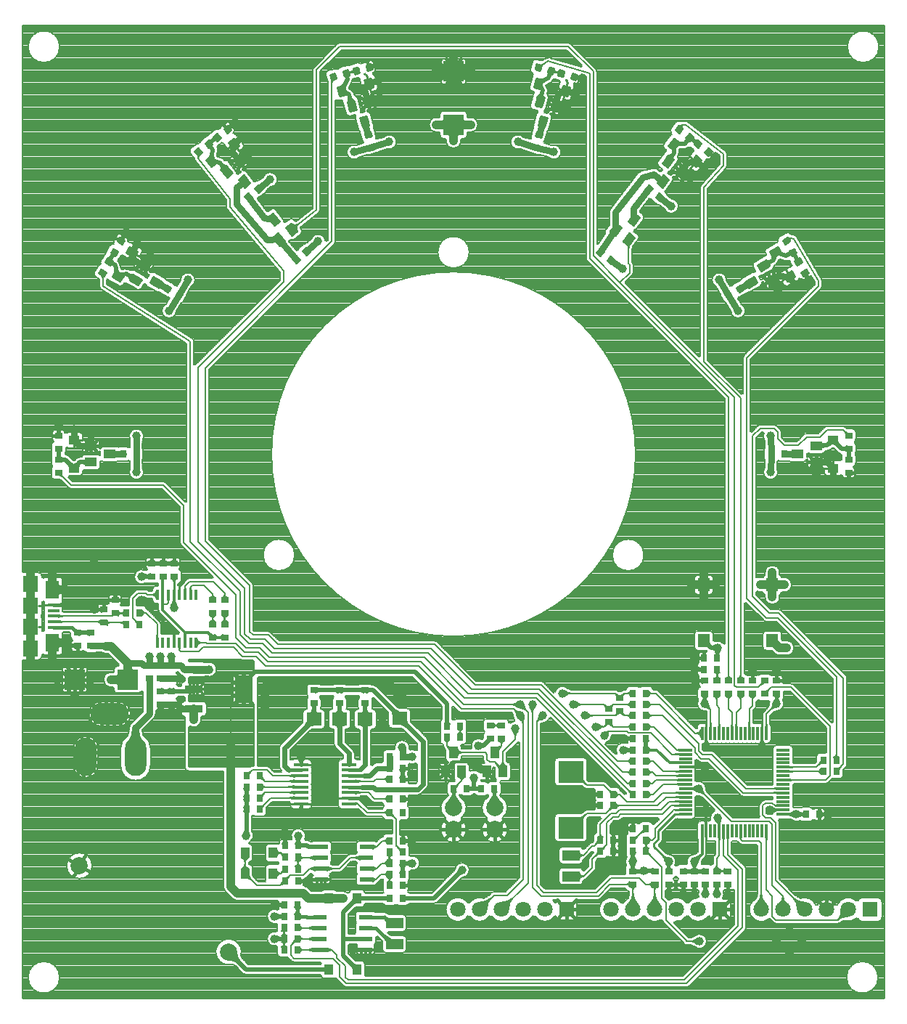
<source format=gbr>
*
*
G04 PADS VX.2.4 Build Number: 11695987 generated Gerber (RS-274-X) file*
G04 PC Version=2.1*
*
%IN "Hdd_Clock.pcb"*%
*
%MOIN*%
*
%FSLAX35Y35*%
*
*
*
*
G04 PC Standard Apertures*
*
*
G04 Thermal Relief Aperture macro.*
%AMTER*
1,1,$1,0,0*
1,0,$1-$2,0,0*
21,0,$3,$4,0,0,45*
21,0,$3,$4,0,0,135*
%
*
*
G04 Annular Aperture macro.*
%AMANN*
1,1,$1,0,0*
1,0,$2,0,0*
%
*
*
G04 Odd Aperture macro.*
%AMODD*
1,1,$1,0,0*
1,0,$1-0.005,0,0*
%
*
*
G04 PC Custom Aperture Macros*
*
*
*
*
*
*
G04 PC Aperture Table*
*
%ADD010C,0.001*%
%ADD012R,0.07087X0.07087*%
%ADD013C,0.07087*%
%ADD014C,0.07874*%
%ADD015O,0.09843X0.17717*%
%ADD016O,0.17717X0.09843*%
%ADD017C,0.01*%
%ADD020C,0.01969*%
%ADD021C,0.00591*%
%ADD022C,0.02953*%
%ADD023C,0.03937*%
%ADD024C,0.00984*%
%ADD025C,0.00787*%
%ADD026C,0.01575*%
%ADD027C,0.01378*%
%ADD028C,0.01181*%
%ADD030C,0.0315*%
%ADD031R,0.05512X0.05906*%
%ADD032R,0.035X0.031*%
%ADD033R,0.05118X0.03937*%
%ADD034R,0.07087X0.05906*%
%ADD035R,0.031X0.035*%
%ADD036R,0.05512X0.03937*%
%ADD037R,0.03937X0.05512*%
%ADD038R,0.09646X0.09252*%
%ADD039R,0.03937X0.05118*%
%ADD040R,0.05315X0.01575*%
%ADD041R,0.06299X0.08268*%
%ADD042R,0.07087X0.0748*%
%ADD043R,0.08465X0.0374*%
%ADD044R,0.08465X0.12795*%
%ADD045R,0.06496X0.02362*%
%ADD046R,0.012X0.05*%
%ADD047R,0.07874X0.04724*%
%ADD048R,0.11811X0.09843*%
%ADD049R,0.09252X0.09646*%
%ADD050R,0.06102X0.01181*%
%ADD051R,0.01181X0.06102*%
%ADD052R,0.06693X0.01772*%
%ADD053R,0.12795X0.19094*%
%ADD054C,0.01772*%
%ADD055C,0.02362*%
%ADD056C,0.03543*%
*
*
*
*
G04 PC Circuitry*
G04 Layer Name Hdd_Clock.pcb - circuitry*
%LPD*%
*
*
G04 PC Custom Flashes*
G04 Layer Name Hdd_Clock.pcb - flashes*
%LPD*%
*
*
G04 PC Circuitry*
G04 Layer Name Hdd_Clock.pcb - circuitry*
%LPD*%
*
G54D10*
G54D12*
G01X645669Y142913D03*
X785039D03*
X716142D03*
G54D13*
X635669D03*
X625669D03*
X615669D03*
X605669D03*
X595669D03*
X775039D03*
X765039D03*
X755039D03*
X745039D03*
X735039D03*
X706142D03*
X696142D03*
X686142D03*
X676142D03*
X666142D03*
G54D14*
X612598Y179646D03*
Y189646D03*
X593701Y179646D03*
Y189646D03*
X421834Y163051D03*
X490366Y123484D03*
G54D15*
X447638Y212992D03*
X424803D03*
G54D16*
X435827Y232677D03*
G54D17*
X539779Y524272D02*
X539132Y526687D01*
X537103Y526143*
X537750Y523729*
X539779Y524272*
X537677Y524000D02*
X538763D01*
X537409Y525000D02*
X539584D01*
X537141Y526000D02*
X539316D01*
X537701Y523913D02*
Y526304D01*
X538701Y523983D02*
Y526572D01*
X539701Y524251D02*
Y524562D01*
X545574Y525825D02*
X544927Y528240D01*
X542899Y527696*
X543546Y525282*
X545574Y525825*
X543353Y526000D02*
X545527D01*
X543085Y527000D02*
X545259D01*
X544032Y528000D02*
X544991D01*
X543701Y525323D02*
Y527911D01*
X544701Y525591D02*
Y528179D01*
X633226Y528037D02*
X633873Y530452D01*
X631845Y530996*
X631198Y528581*
X633226Y528037*
X631310Y529000D02*
X633484D01*
X631578Y530000D02*
X633752D01*
X631701Y528446D02*
Y530459D01*
X632701Y528178D02*
Y530766D01*
X633701Y529809D02*
Y530498D01*
X639022Y526485D02*
X639669Y528899D01*
X637640Y529443*
X636993Y527028*
X639022Y526485*
X637098Y527000D02*
X639160D01*
X637254Y528000D02*
X639428D01*
X637521Y529000D02*
X639293D01*
X637701Y526838D02*
Y529427D01*
X638701Y526570D02*
Y529159D01*
X477954Y490341D02*
X476432Y492324D01*
X474766Y491046*
X476288Y489063*
X477954Y490341*
X475569Y490000D02*
X477510D01*
X474801Y491000D02*
X477448D01*
X476010Y492000D02*
X476681D01*
X475701Y489828D02*
Y491763D01*
X476701Y489379D02*
Y491974D01*
X477701Y490147D02*
Y490671D01*
X482714Y493993D02*
X481192Y495977D01*
X479526Y494698*
X481048Y492715*
X482714Y493993*
X480830Y493000D02*
X481419D01*
X480062Y494000D02*
X482709D01*
X479919Y495000D02*
X481942D01*
X479701Y494471D02*
Y494832D01*
X480701Y493168D02*
Y495600D01*
X481701Y493216D02*
Y495314D01*
X482701Y493983D02*
Y494011D01*
X697298Y499408D02*
X698820Y501391D01*
X697154Y502670*
X695632Y500686*
X697298Y499408*
X696527Y500000D02*
X697753D01*
X695873Y501000D02*
X698520D01*
X696640Y502000D02*
X698027D01*
X695701Y500634D02*
Y500776D01*
X696701Y499866D02*
Y502079D01*
X697701Y499933D02*
Y502250D01*
X698701Y501236D02*
Y501483D01*
X702058Y495755D02*
X703580Y497739D01*
X701914Y499017*
X700392Y497034*
X702058Y495755*
X701740Y496000D02*
X702246D01*
X700436Y497000D02*
X703013D01*
X701134Y498000D02*
X703240D01*
X701901Y499000D02*
X701937D01*
X700701Y496797D02*
Y497436D01*
X701701Y496030D02*
Y498739D01*
X702701Y496593D02*
Y498414D01*
X745974Y448308D02*
X748139Y449558D01*
X747089Y451376*
X744924Y450126*
X745974Y448308*
X745574Y449000D02*
X747173D01*
X744997Y450000D02*
X747884D01*
X746437Y451000D02*
X747306D01*
X745701Y448781D02*
Y450575D01*
X746701Y448727D02*
Y451152D01*
X747701Y449305D02*
Y450317D01*
X748974Y443112D02*
X751139Y444362D01*
X750089Y446180*
X747924Y444930*
X748974Y443112*
X748461Y444000D02*
X750513D01*
X748045Y445000D02*
X750770D01*
X749777Y446000D02*
X750193D01*
X748701Y443585D02*
Y445379D01*
X749701Y443531D02*
Y445956D01*
X750701Y444109D02*
Y445121D01*
X433966Y435482D02*
X431801Y436732D01*
X430751Y434913*
X432916Y433663*
X433966Y435482*
X432332Y434000D02*
X433110D01*
X430801Y435000D02*
X433688D01*
X431378Y436000D02*
X433068D01*
X431701Y434364D02*
Y436558D01*
X432701Y433787D02*
Y436212D01*
X433701Y435023D02*
Y435635D01*
X436966Y440678D02*
X434801Y441928D01*
X433751Y440109*
X435916Y438859*
X436966Y440678*
X435672Y439000D02*
X435997D01*
X433940Y440000D02*
X436575D01*
X434265Y441000D02*
X436408D01*
X434701Y439561D02*
Y441755D01*
X435701Y438983D02*
Y441408D01*
X436701Y440219D02*
Y440831D01*
X441957Y433841D02*
X438390Y435900D01*
X436922Y433356*
X440488Y431297*
X441957Y433841*
X439271Y432000D02*
X440894D01*
X437539Y433000D02*
X441471D01*
X437293Y434000D02*
X441681D01*
X437871Y435000D02*
X439949D01*
X437701Y432907D02*
Y434706D01*
X438701Y432329D02*
Y435721D01*
X439701Y431752D02*
Y435143D01*
X440701Y431666D02*
Y434566D01*
X441701Y433398D02*
Y433989D01*
X448394Y444990D02*
X444827Y447049D01*
X443359Y444506*
X446925Y442447*
X448394Y444990*
X445967Y443000D02*
X447245D01*
X444235Y444000D02*
X447822D01*
X443644Y445000D02*
X448377D01*
X444222Y446000D02*
X446644D01*
X444799Y447000D02*
X444912D01*
X443701Y444308D02*
Y445098D01*
X444701Y443731D02*
Y446830D01*
X445701Y443153D02*
Y446545D01*
X446701Y442576D02*
Y445967D01*
X447701Y443790D02*
Y445390D01*
X544294Y517160D02*
X543228Y521138D01*
X540391Y520378*
X541457Y516400*
X544294Y517160*
X541296Y517000D02*
X543696D01*
X541028Y518000D02*
X544069D01*
X540760Y519000D02*
X543801D01*
X540492Y520000D02*
X543533D01*
X542713Y521000D02*
X543265D01*
X540701Y519223D02*
Y520461D01*
X541701Y516465D02*
Y520729D01*
X542701Y516733D02*
Y520997D01*
X543701Y517001D02*
Y519374D01*
X556729Y520492D02*
X555664Y524470D01*
X552827Y523710*
X553892Y519732*
X556729Y520492*
X553821Y520000D02*
X554892D01*
X553553Y521000D02*
X556593D01*
X553285Y522000D02*
X556325D01*
X553017Y523000D02*
X556057D01*
X553909Y524000D02*
X555789D01*
X553701Y520447D02*
Y523944D01*
X554701Y519949D02*
Y524212D01*
X555701Y520217D02*
Y524331D01*
X556701Y520485D02*
Y520599D01*
X439478Y444930D02*
X437313Y446180D01*
X436263Y444362*
X438428Y443112*
X439478Y444930*
X436889Y444000D02*
X438940D01*
X436631Y445000D02*
X439357D01*
X437208Y446000D02*
X437625D01*
X436701Y444109D02*
Y445121D01*
X437701Y443531D02*
Y445956D01*
X438701Y443585D02*
Y445379D01*
X442478Y450126D02*
X440313Y451376D01*
X439263Y449558*
X441428Y448308*
X442478Y450126*
X440229Y449000D02*
X441827D01*
X439518Y450000D02*
X442405D01*
X440095Y451000D02*
X440965D01*
X439701Y449305D02*
Y450317D01*
X440701Y448727D02*
Y451152D01*
X441701Y448781D02*
Y450575D01*
X486615Y497034D02*
X485094Y499017D01*
X483428Y497739*
X484949Y495755*
X486615Y497034*
X484762Y496000D02*
X485268D01*
X483994Y497000D02*
X486571D01*
X483768Y498000D02*
X485874D01*
X485071Y499000D02*
X485107D01*
X483701Y497383D02*
Y497948D01*
X484701Y496079D02*
Y498716D01*
X485701Y496332D02*
Y498226D01*
X491376Y500686D02*
X489854Y502670D01*
X488188Y501391*
X489710Y499408*
X491376Y500686*
X489255Y500000D02*
X490481D01*
X488488Y501000D02*
X491135D01*
X488981Y502000D02*
X490368D01*
X488701Y500723D02*
Y501785D01*
X489701Y499419D02*
Y502552D01*
X490701Y500169D02*
Y501566D01*
X705960Y492715D02*
X707482Y494698D01*
X705816Y495977*
X704294Y493993*
X705960Y492715*
X705588Y493000D02*
X706178D01*
X704299Y494000D02*
X706946D01*
X705066Y495000D02*
X707089D01*
X704701Y493681D02*
Y494524D01*
X705701Y492914D02*
Y495827D01*
X706701Y493681D02*
Y495298D01*
X710720Y489063D02*
X712242Y491046D01*
X710576Y492324*
X709054Y490341*
X710720Y489063*
X709498Y490000D02*
X711439D01*
X709560Y491000D02*
X712207D01*
X710327Y492000D02*
X710998D01*
X709701Y489844D02*
Y491184D01*
X710701Y489077D02*
Y492228D01*
X711701Y490341D02*
Y491461D01*
X550408Y527028D02*
X549761Y529443D01*
X547733Y528899*
X548380Y526485*
X550408Y527028*
X548242Y527000D02*
X550304D01*
X547974Y528000D02*
X550148D01*
X548109Y529000D02*
X549880D01*
X548701Y526570D02*
Y529159D01*
X549701Y526838D02*
Y529427D01*
X556204Y528581D02*
X555557Y530996D01*
X553529Y530452*
X554176Y528037*
X556204Y528581*
X553918Y529000D02*
X556092D01*
X553650Y530000D02*
X555824D01*
X553701Y529809D02*
Y530498D01*
X554701Y528178D02*
Y530766D01*
X555701Y528446D02*
Y530459D01*
X643856Y525282D02*
X644503Y527696D01*
X642475Y528240*
X641827Y525825*
X643856Y525282*
X641874Y526000D02*
X644048D01*
X642142Y527000D02*
X644316D01*
X642410Y528000D02*
X643370D01*
X642701Y525591D02*
Y528179D01*
X643701Y525323D02*
Y527911D01*
X649651Y523729D02*
X650299Y526143D01*
X648270Y526687*
X647623Y524272*
X649651Y523729*
X648639Y524000D02*
X649724D01*
X647818Y525000D02*
X649992D01*
X648086Y526000D02*
X650260D01*
X647701Y524251D02*
Y524562D01*
X648701Y523983D02*
Y526572D01*
X649701Y523913D02*
Y526304D01*
X751486Y438859D02*
X753651Y440109D01*
X752601Y441928*
X750436Y440678*
X751486Y438859*
X751404Y439000D02*
X751730D01*
X750827Y440000D02*
X753462D01*
X750994Y441000D02*
X753136D01*
X750701Y440219D02*
Y440831D01*
X751701Y438983D02*
Y441408D01*
X752701Y439561D02*
Y441755D01*
X754486Y433663D02*
X756651Y434913D01*
X755601Y436732*
X753436Y435482*
X754486Y433663*
X754291Y434000D02*
X755070D01*
X753714Y435000D02*
X756601D01*
X754334Y436000D02*
X756023D01*
X753701Y435023D02*
Y435635D01*
X754701Y433787D02*
Y436212D01*
X755701Y434364D02*
Y436558D01*
X502454Y474087D02*
X503976Y472104D01*
X505642Y473382*
X504120Y475366*
X502454Y474087*
X503288Y473000D02*
X505143D01*
X502521Y474000D02*
X505168D01*
X503643Y475000D02*
X504400D01*
X502701Y473765D02*
Y474277D01*
X503701Y472462D02*
Y475044D01*
X504701Y472660D02*
Y474608D01*
X497694Y470435D02*
X499215Y468451D01*
X500881Y469730*
X499360Y471713*
X497694Y470435*
X498794Y469000D02*
X499930D01*
X498027Y470000D02*
X500674D01*
X498430Y471000D02*
X499907D01*
X497701Y470425D02*
Y470440D01*
X498701Y469122D02*
Y471208D01*
X499701Y468824D02*
Y471268D01*
X500701Y469591D02*
Y469965D01*
X688042Y471713D02*
X686520Y469730D01*
X688186Y468451*
X689708Y470435*
X688042Y471713*
X687471Y469000D02*
X688607D01*
X686727Y470000D02*
X689374D01*
X687495Y471000D02*
X688971D01*
X686701Y469591D02*
Y469965D01*
X687701Y468824D02*
Y471268D01*
X688701Y469122D02*
Y471208D01*
X689701Y470425D02*
Y470440D01*
X683282Y475366D02*
X681760Y473382D01*
X683426Y472104*
X684948Y474087*
X683282Y475366*
X682258Y473000D02*
X684114D01*
X682234Y474000D02*
X684881D01*
X683001Y475000D02*
X683758D01*
X682701Y472660D02*
Y474608D01*
X683701Y472462D02*
Y475044D01*
X684701Y473765D02*
Y474277D01*
X467134Y426485D02*
X465884Y424320D01*
X467702Y423270*
X468952Y425435*
X467134Y426485*
X466439Y424000D02*
X468123D01*
X466276Y425000D02*
X468701D01*
X466853Y426000D02*
X467974D01*
X466701Y423849D02*
Y425736D01*
X467701Y423271D02*
Y426158D01*
X468701Y425000D02*
Y425581D01*
X461937Y429485D02*
X460687Y427320D01*
X462506Y426270*
X463756Y428435*
X461937Y429485*
X461242Y427000D02*
X462927D01*
X461080Y428000D02*
X463505D01*
X461657Y429000D02*
X462778D01*
X460701Y427313D02*
Y427344D01*
X461701Y426735D02*
Y429076D01*
X462701Y426608D02*
Y429045D01*
X463701Y428340D02*
Y428467D01*
X556896Y494157D02*
X554481Y493509D01*
X555024Y491481*
X557439Y492128*
X556896Y494157*
X554885Y492000D02*
X556961D01*
X554617Y493000D02*
X557206D01*
X556312Y494000D02*
X556938D01*
X554701Y492689D02*
Y493568D01*
X555701Y491662D02*
Y493836D01*
X556701Y491930D02*
Y494104D01*
X555343Y499952D02*
X552928Y499305D01*
X553472Y497277*
X555886Y497924*
X555343Y499952*
X553278Y498000D02*
X555866D01*
X553010Y499000D02*
X555598D01*
X553701Y497338D02*
Y499512D01*
X554701Y497606D02*
Y499780D01*
X555701Y497874D02*
Y498616D01*
X632921Y493509D02*
X630506Y494156D01*
X629962Y492128*
X632377Y491481*
X632921Y493509*
X630440Y492000D02*
X632516D01*
X630196Y493000D02*
X632784D01*
X630464Y494000D02*
X631090D01*
X630701Y491930D02*
Y494104D01*
X631701Y491662D02*
Y493836D01*
X632701Y492689D02*
Y493568D01*
X634474Y499305D02*
X632059Y499952D01*
X631515Y497924*
X633930Y497277*
X634474Y499305*
X631536Y498000D02*
X634124D01*
X631804Y499000D02*
X634392D01*
X631701Y497874D02*
Y498616D01*
X632701Y497606D02*
Y499780D01*
X633701Y497338D02*
Y499512D01*
X721518Y424320D02*
X720268Y426485D01*
X718449Y425435*
X719699Y423270*
X721518Y424320*
X719278Y424000D02*
X720963D01*
X718701Y425000D02*
X721126D01*
X719427Y426000D02*
X720548D01*
X718701Y425000D02*
Y425581D01*
X719701Y423271D02*
Y426158D01*
X720701Y423849D02*
Y425736D01*
X726714Y427320D02*
X725464Y429485D01*
X723645Y428435*
X724895Y426270*
X726714Y427320*
X724474Y427000D02*
X726159D01*
X723897Y428000D02*
X726322D01*
X724623Y429000D02*
X725744D01*
X723701Y428340D02*
Y428467D01*
X724701Y426608D02*
Y429045D01*
X725701Y426735D02*
Y429076D01*
X726701Y427313D02*
Y427344D01*
X524503Y445352D02*
X526025Y443368D01*
X527691Y444647*
X526169Y446630*
X524503Y445352*
X525540Y444000D02*
X526848D01*
X524773Y445000D02*
X527420D01*
X525348Y446000D02*
X526653D01*
X524701Y445094D02*
Y445503D01*
X525701Y443791D02*
Y446271D01*
X526701Y443887D02*
Y445937D01*
X519743Y441699D02*
X521265Y439716D01*
X522931Y440994*
X521409Y442978*
X519743Y441699*
X521047Y440000D02*
X521636D01*
X520280Y441000D02*
X522927D01*
X520135Y442000D02*
X522159D01*
X520701Y440451D02*
Y442434D01*
X521701Y440050D02*
Y442598D01*
X522701Y440817D02*
Y441294D01*
X665753Y442665D02*
X664231Y440682D01*
X665897Y439403*
X667419Y441387*
X665753Y442665*
X665119Y440000D02*
X666355D01*
X664475Y441000D02*
X667122D01*
X665242Y442000D02*
X666620D01*
X664701Y440321D02*
Y441294D01*
X665701Y439554D02*
Y442598D01*
X666701Y440451D02*
Y441938D01*
X660993Y446318D02*
X659471Y444334D01*
X661137Y443056*
X662659Y445039*
X660993Y446318*
X659906Y444000D02*
X661861D01*
X659981Y445000D02*
X662628D01*
X660749Y446000D02*
X661407D01*
X659701Y444158D02*
Y444634D01*
X660701Y443390D02*
Y445937D01*
X661701Y443791D02*
Y445774D01*
X450278Y432151D02*
X446370Y434407D01*
X444902Y431863*
X448809Y429607*
X450278Y432151*
X448129Y430000D02*
X449036D01*
X446397Y431000D02*
X449613D01*
X444981Y432000D02*
X450191D01*
X445558Y433000D02*
X448807D01*
X446136Y434000D02*
X447075D01*
X445701Y431402D02*
Y433247D01*
X446701Y430825D02*
Y434216D01*
X447701Y430247D02*
Y433639D01*
X448701Y429670D02*
Y433061D01*
X449701Y431152D02*
Y432484D01*
X454018Y438629D02*
X450110Y440885D01*
X448642Y438341*
X452549Y436085*
X454018Y438629*
X450965Y437000D02*
X453077D01*
X449233Y438000D02*
X453655D01*
X449022Y439000D02*
X453375D01*
X449600Y440000D02*
X451643D01*
X448701Y438307D02*
Y438443D01*
X449701Y437730D02*
Y440175D01*
X450701Y437153D02*
Y440544D01*
X451701Y436575D02*
Y439967D01*
X452701Y436348D02*
Y439389D01*
X453701Y438080D02*
Y438812D01*
X459683Y431039D02*
X455776Y433295D01*
X454307Y430752*
X458214Y428496*
X459683Y431039*
X457341Y429000D02*
X458505D01*
X455609Y430000D02*
X459083D01*
X454450Y431000D02*
X459660D01*
X455028Y432000D02*
X458019D01*
X455605Y433000D02*
X456287D01*
X454701Y430525D02*
Y431434D01*
X455701Y429947D02*
Y433166D01*
X456701Y429370D02*
Y432761D01*
X457701Y428792D02*
Y432184D01*
X458701Y429339D02*
Y431606D01*
X548983Y510081D02*
X547815Y514439D01*
X544978Y513679*
X546146Y509321*
X548983Y510081*
X545964Y510000D02*
X548679D01*
X545696Y511000D02*
X548737D01*
X545428Y512000D02*
X548469D01*
X545160Y513000D02*
X548201D01*
X546175Y514000D02*
X547933D01*
X545701Y510982D02*
Y513873D01*
X546701Y509470D02*
Y514141D01*
X547701Y509738D02*
Y514409D01*
X548701Y510006D02*
Y511134D01*
X556208Y512017D02*
X555040Y516376D01*
X552204Y515615*
X553371Y511257*
X556208Y512017*
X553172Y512000D02*
X556143D01*
X552904Y513000D02*
X555945D01*
X552636Y514000D02*
X555677D01*
X552368Y515000D02*
X555409D01*
X553639Y516000D02*
X555141D01*
X552701Y513760D02*
Y515749D01*
X553701Y511346D02*
Y516017D01*
X554701Y511614D02*
Y516285D01*
X555701Y511881D02*
Y513911D01*
X554847Y502645D02*
X553680Y507003D01*
X550843Y506243*
X552010Y501885*
X554847Y502645*
X551980Y502000D02*
X552440D01*
X551712Y503000D02*
X554752D01*
X551444Y504000D02*
X554484D01*
X551176Y505000D02*
X554216D01*
X550908Y506000D02*
X553948D01*
X553668Y507000D02*
X553681D01*
X551701Y503041D02*
Y506473D01*
X552701Y502070D02*
Y506741D01*
X553701Y502338D02*
Y506924D01*
X554701Y502606D02*
Y503192D01*
X634030Y511257D02*
X635198Y515615D01*
X632361Y516376*
X631193Y512017*
X634030Y511257*
X631259Y512000D02*
X634229D01*
X631457Y513000D02*
X634497D01*
X631725Y514000D02*
X634765D01*
X631993Y515000D02*
X635033D01*
X632260Y516000D02*
X633763D01*
X631701Y511881D02*
Y513911D01*
X632701Y511614D02*
Y516285D01*
X633701Y511346D02*
Y516017D01*
X634701Y513760D02*
Y515749D01*
X641256Y509321D02*
X642423Y513679D01*
X639587Y514439*
X638419Y510081*
X641256Y509321*
X638723Y510000D02*
X641438D01*
X638665Y511000D02*
X641706D01*
X638933Y512000D02*
X641973D01*
X639201Y513000D02*
X642241D01*
X639469Y514000D02*
X641227D01*
X638701Y510006D02*
Y511134D01*
X639701Y509738D02*
Y514409D01*
X640701Y509470D02*
Y514141D01*
X641701Y510982D02*
Y513873D01*
X635391Y501885D02*
X636559Y506243D01*
X633722Y507003*
X632554Y502645*
X635391Y501885*
X634962Y502000D02*
X635422D01*
X632649Y503000D02*
X635690D01*
X632917Y504000D02*
X635958D01*
X633185Y505000D02*
X636226D01*
X633453Y506000D02*
X636494D01*
X633721Y507000D02*
X633734D01*
X632701Y502606D02*
Y503192D01*
X633701Y502338D02*
Y506924D01*
X634701Y502070D02*
Y506741D01*
X635701Y503041D02*
Y506473D01*
X734852Y436085D02*
X738760Y438341D01*
X737291Y440885*
X733384Y438629*
X734852Y436085*
X734324Y437000D02*
X736436D01*
X733747Y438000D02*
X738168D01*
X734026Y439000D02*
X738379D01*
X735758Y440000D02*
X737802D01*
X733701Y438080D02*
Y438812D01*
X734701Y436348D02*
Y439389D01*
X735701Y436575D02*
Y439967D01*
X736701Y437153D02*
Y440544D01*
X737701Y437730D02*
Y440175D01*
X738701Y438307D02*
Y438443D01*
X738592Y429607D02*
X742500Y431863D01*
X741031Y434407*
X737124Y432151*
X738592Y429607*
X738366Y430000D02*
X739273D01*
X737788Y431000D02*
X741005D01*
X737211Y432000D02*
X742421D01*
X738595Y433000D02*
X741843D01*
X740327Y434000D02*
X741266D01*
X737701Y431152D02*
Y432484D01*
X738701Y429670D02*
Y433061D01*
X739701Y430247D02*
Y433639D01*
X740701Y430825D02*
Y434216D01*
X741701Y431402D02*
Y433247D01*
X729187Y428496D02*
X733095Y430752D01*
X731626Y433295*
X727719Y431039*
X729187Y428496*
X728896Y429000D02*
X730060D01*
X728319Y430000D02*
X731792D01*
X727742Y431000D02*
X732951D01*
X729382Y432000D02*
X732374D01*
X731114Y433000D02*
X731797D01*
X728701Y429338D02*
Y431606D01*
X729701Y428792D02*
Y432184D01*
X730701Y429370D02*
Y432761D01*
X731701Y429947D02*
Y433166D01*
X732701Y430525D02*
Y431434D01*
X491880Y480933D02*
X489133Y484512D01*
X486803Y482724*
X489549Y479145*
X491880Y480933*
X488893Y480000D02*
X490664D01*
X488126Y481000D02*
X491828D01*
X487359Y482000D02*
X491061D01*
X487162Y483000D02*
X490293D01*
X488465Y484000D02*
X489526D01*
X487701Y481554D02*
Y483413D01*
X488701Y480251D02*
Y484181D01*
X489701Y479261D02*
Y483772D01*
X490701Y480028D02*
Y482469D01*
X491701Y480796D02*
Y481166D01*
X497814Y485487D02*
X495067Y489066D01*
X492737Y487278*
X495484Y483699*
X497814Y485487*
X495253Y484000D02*
X495877D01*
X494485Y485000D02*
X497180D01*
X493718Y486000D02*
X497420D01*
X492951Y487000D02*
X496653D01*
X493678Y488000D02*
X495886D01*
X494981Y489000D02*
X495118D01*
X493701Y486023D02*
Y488017D01*
X494701Y484719D02*
Y488785D01*
X495701Y483865D02*
Y488241D01*
X496701Y484632D02*
Y486938D01*
X497701Y485400D02*
Y485634D01*
X500144Y476307D02*
X497397Y479886D01*
X495067Y478099*
X497813Y474519*
X500144Y476307*
X497444Y475000D02*
X498440D01*
X496677Y476000D02*
X499743D01*
X495910Y477000D02*
X499612D01*
X495142Y478000D02*
X498844D01*
X496242Y479000D02*
X498077D01*
X495701Y477272D02*
Y478585D01*
X496701Y475969D02*
Y479352D01*
X497701Y474666D02*
Y479490D01*
X498701Y475200D02*
Y478187D01*
X499701Y475967D02*
Y476884D01*
X691918Y483699D02*
X694664Y487278D01*
X692334Y489066*
X689588Y485487*
X691918Y483699*
X691525Y484000D02*
X692149D01*
X690222Y485000D02*
X692916D01*
X689981Y486000D02*
X693683D01*
X690749Y487000D02*
X694451D01*
X691516Y488000D02*
X693724D01*
X692283Y489000D02*
X692420D01*
X689701Y485400D02*
Y485634D01*
X690701Y484632D02*
Y486938D01*
X691701Y483865D02*
Y488241D01*
X692701Y484719D02*
Y488785D01*
X693701Y486023D02*
Y488017D01*
X697852Y479145D02*
X700599Y482724D01*
X698269Y484512*
X695522Y480933*
X697852Y479145*
X696738Y480000D02*
X698508D01*
X695573Y481000D02*
X699276D01*
X696341Y482000D02*
X700043D01*
X697108Y483000D02*
X700240D01*
X697875Y484000D02*
X698936D01*
X695701Y480796D02*
Y481166D01*
X696701Y480028D02*
Y482469D01*
X697701Y479261D02*
Y483772D01*
X698701Y480251D02*
Y484181D01*
X699701Y481554D02*
Y483413D01*
X689588Y474519D02*
X692335Y478099D01*
X690005Y479886*
X687258Y476307*
X689588Y474519*
X688961Y475000D02*
X689957D01*
X687658Y476000D02*
X690725D01*
X687790Y477000D02*
X691492D01*
X688557Y478000D02*
X692259D01*
X689324Y479000D02*
X691160D01*
X687701Y475967D02*
Y476884D01*
X688701Y475200D02*
Y478187D01*
X689701Y474666D02*
Y479490D01*
X690701Y475969D02*
Y479352D01*
X691701Y477272D02*
Y478585D01*
X633509Y519732D02*
X634575Y523710D01*
X631738Y524470*
X630672Y520492*
X633509Y519732*
X632509Y520000D02*
X633581D01*
X630808Y521000D02*
X633849D01*
X631076Y522000D02*
X634117D01*
X631344Y523000D02*
X634385D01*
X631612Y524000D02*
X633492D01*
X630701Y520485D02*
Y520599D01*
X631701Y520217D02*
Y524331D01*
X632701Y519949D02*
Y524212D01*
X633701Y520447D02*
Y523944D01*
X645944Y516400D02*
X647010Y520378D01*
X644173Y521138*
X643108Y517160*
X645944Y516400*
X643706Y517000D02*
X646105D01*
X643333Y518000D02*
X646373D01*
X643601Y519000D02*
X646641D01*
X643868Y520000D02*
X646909D01*
X644136Y521000D02*
X644689D01*
X643701Y517001D02*
Y519374D01*
X644701Y516733D02*
Y520997D01*
X645701Y516465D02*
Y520729D01*
X646701Y519223D02*
Y520461D01*
X740476Y442447D02*
X744043Y444506D01*
X742574Y447049*
X739008Y444990*
X740476Y442447*
X740157Y443000D02*
X741435D01*
X739579Y444000D02*
X743167D01*
X739025Y445000D02*
X743757D01*
X740757Y446000D02*
X743180D01*
X742489Y447000D02*
X742603D01*
X739701Y443790D02*
Y445390D01*
X740701Y442576D02*
Y445967D01*
X741701Y443153D02*
Y446545D01*
X742701Y443731D02*
Y446830D01*
X743701Y444308D02*
Y445098D01*
X746913Y431297D02*
X750480Y433356D01*
X749011Y435900*
X745445Y433841*
X746913Y431297*
X746508Y432000D02*
X748130D01*
X745930Y433000D02*
X749862D01*
X745721Y434000D02*
X750108D01*
X747453Y435000D02*
X749531D01*
X745701Y433398D02*
Y433989D01*
X746701Y431666D02*
Y434566D01*
X747701Y431752D02*
Y435143D01*
X748701Y432329D02*
Y435721D01*
X749701Y432907D02*
Y434706D01*
X484839Y485679D02*
X482332Y488946D01*
X480002Y487158*
X482509Y483891*
X484839Y485679*
X482425Y484000D02*
X482651D01*
X481657Y485000D02*
X483954D01*
X480890Y486000D02*
X484592D01*
X480123Y487000D02*
X483825D01*
X481099Y488000D02*
X483057D01*
X480701Y486247D02*
Y487694D01*
X481701Y484944D02*
Y488462D01*
X482701Y484038D02*
Y488465D01*
X483701Y484805D02*
Y487162D01*
X484701Y485573D02*
Y485858D01*
X495052Y493516D02*
X492545Y496783D01*
X490215Y494995*
X492722Y491728*
X495052Y493516*
X492514Y492000D02*
X493077D01*
X491746Y493000D02*
X494380D01*
X490979Y494000D02*
X494681D01*
X490222Y495000D02*
X493914D01*
X491525Y496000D02*
X493146D01*
X490701Y494362D02*
Y495368D01*
X491701Y493059D02*
Y496135D01*
X492701Y491756D02*
Y496580D01*
X493701Y492479D02*
Y495277D01*
X494701Y493246D02*
Y493974D01*
X694679Y491728D02*
X697186Y494995D01*
X694856Y496783*
X692349Y493516*
X694679Y491728*
X694325Y492000D02*
X694888D01*
X693021Y493000D02*
X695655D01*
X692721Y494000D02*
X696423D01*
X693488Y495000D02*
X697180D01*
X694255Y496000D02*
X695876D01*
X692701Y493246D02*
Y493974D01*
X693701Y492479D02*
Y495277D01*
X694701Y491756D02*
Y496580D01*
X695701Y493059D02*
Y496135D01*
X696701Y494362D02*
Y495367D01*
X704893Y483891D02*
X707400Y487158D01*
X705070Y488946*
X702563Y485679*
X704893Y483891*
X704750Y484000D02*
X704977D01*
X703447Y485000D02*
X705744D01*
X702809Y486000D02*
X706511D01*
X703577Y487000D02*
X707279D01*
X704344Y488000D02*
X706302D01*
X702701Y485573D02*
Y485858D01*
X703701Y484805D02*
Y487162D01*
X704701Y484038D02*
Y488465D01*
X705701Y484944D02*
Y488462D01*
X706701Y486247D02*
Y487694D01*
X516728Y456013D02*
X519475Y452433D01*
X521805Y454221*
X519058Y457801*
X516728Y456013*
X519040Y453000D02*
X520214D01*
X518273Y454000D02*
X521517D01*
X517505Y455000D02*
X521207D01*
X516738Y456000D02*
X520440D01*
X518015Y457000D02*
X519673D01*
X517701Y454745D02*
Y456759D01*
X518701Y453442D02*
Y457526D01*
X519701Y452606D02*
Y456963D01*
X520701Y453374D02*
Y455660D01*
X521701Y454141D02*
Y454357D01*
X510794Y451459D02*
X513540Y447879D01*
X515870Y449667*
X513124Y453247*
X510794Y451459*
X513448Y448000D02*
X513698D01*
X512681Y449000D02*
X515001D01*
X511913Y450000D02*
X515615D01*
X511146Y451000D02*
X514848D01*
X511499Y452000D02*
X514081D01*
X512802Y453000D02*
X513313D01*
X511701Y450277D02*
Y452155D01*
X512701Y448974D02*
Y452922D01*
X513701Y448002D02*
Y452495D01*
X514701Y448770D02*
Y451192D01*
X515701Y449537D02*
Y449888D01*
X508464Y460639D02*
X511211Y457059D01*
X513541Y458847*
X510794Y462426*
X508464Y460639*
X510489Y458000D02*
X512437D01*
X509722Y459000D02*
X513424D01*
X508954Y460000D02*
X512656D01*
X508935Y461000D02*
X511889D01*
X510239Y462000D02*
X511122D01*
X508701Y460330D02*
Y460820D01*
X509701Y459027D02*
Y461587D01*
X510701Y457724D02*
Y462355D01*
X511701Y457435D02*
Y461245D01*
X512701Y458202D02*
Y459942D01*
X674278Y453247D02*
X671531Y449667D01*
X673861Y447879*
X676608Y451459*
X674278Y453247*
X673704Y448000D02*
X673954D01*
X672401Y449000D02*
X674721D01*
X671786Y450000D02*
X675488D01*
X672554Y451000D02*
X676256D01*
X673321Y452000D02*
X675903D01*
X674088Y453000D02*
X674599D01*
X671701Y449537D02*
Y449888D01*
X672701Y448770D02*
Y451192D01*
X673701Y448002D02*
Y452495D01*
X674701Y448974D02*
Y452922D01*
X675701Y450277D02*
Y452155D01*
X668343Y457801D02*
X665597Y454221D01*
X667927Y452433*
X670673Y456013*
X668343Y457801*
X667188Y453000D02*
X668362D01*
X665885Y454000D02*
X669129D01*
X666194Y455000D02*
X669896D01*
X666962Y456000D02*
X670664D01*
X667729Y457000D02*
X669386D01*
X665701Y454141D02*
Y454357D01*
X666701Y453374D02*
Y455660D01*
X667701Y452606D02*
Y456963D01*
X668701Y453442D02*
Y457526D01*
X669701Y454745D02*
Y456759D01*
X676607Y462426D02*
X673861Y458847D01*
X676191Y457059*
X678937Y460639*
X676607Y462426*
X674964Y458000D02*
X676913D01*
X673978Y459000D02*
X677680D01*
X674745Y460000D02*
X678447D01*
X675513Y461000D02*
X678466D01*
X676280Y462000D02*
X677163D01*
X674701Y458202D02*
Y459942D01*
X675701Y457435D02*
Y461245D01*
X676701Y457724D02*
Y462355D01*
X677701Y459027D02*
Y461587D01*
X678701Y460330D02*
Y460820D01*
G54D20*
X535492Y114206D02*
G75*
G03X534075Y115354I-1417J-301D01*
G01X535492Y114206D02*
Y116502D01*
X534075Y115354D02*
G03X535492Y116502I-0J1449D01*
G01X534075Y115354D02*
X535492D01*
X534075D02*
X534075D01*
X493317Y123402D02*
G03X495272Y118578I6677J-103D01*
G01X493317Y123402D02*
X490449Y120533D01*
X495272Y118578D02*
G03X490449Y120533I-4721J-4722D01*
G01X492431Y122515D02*
X493363D01*
X490462Y120546D02*
X493911D01*
X491335Y120487D02*
Y121420D01*
X493304Y119939D02*
Y123388D01*
X548366Y115691D02*
G03X547364Y117341I-3879J-1228D01*
G01X548366Y115691D02*
Y116929D01*
X547364Y117341D02*
G03X548366Y116929I994J994D01*
G01X547364Y117341D02*
X547364D01*
X547364*
X548366Y146457D02*
G03X547364Y146045I-8J-1406D01*
G01X548366Y146457D02*
Y147695D01*
X547364Y146045D02*
G03X548366Y147695I-2877J2877D01*
G01X547364Y146045D02*
X547364D01*
X548366Y115691D02*
G03X547364Y117341I-3879J-1228D01*
G01X548366Y115691D02*
Y116929D01*
X547364Y117341D02*
G03X548366Y116929I994J994D01*
G01X547364Y117341D02*
X547364D01*
X547364*
X512133Y130204D02*
G03X513730Y129528I1597J1549D01*
G01X512133Y130204D02*
Y128851D01*
X513730Y129528D02*
G03X512133Y128851I0J-2226D01*
G01Y129528D02*
X513730D01*
X515332Y128969D02*
G03X514643Y129528I-689J-146D01*
G01X515332Y128969D02*
Y130086D01*
X514643Y129528D02*
G03X515332Y130086I-0J704D01*
G01X514643Y129528D02*
X515332D01*
X514643D02*
X514643D01*
X547985Y125057D02*
G03X549557Y124390I1572J1517D01*
G01X547985Y125057D02*
X547930Y123704D01*
X549557Y124390D02*
G03X547930Y123704I0J-2272D01*
G01X547958Y124390D02*
X549557D01*
X512133Y140440D02*
G03X513730Y139764I1597J1550D01*
G01X512133Y140440D02*
Y139088D01*
X513730Y139764D02*
G03X512133Y139088I0J-2226D01*
G01Y139764D02*
X513730D01*
X515332Y139206D02*
G03X514643Y139764I-689J-147D01*
G01X515332Y139206D02*
Y140322D01*
X514643Y139764D02*
G03X515332Y140322I-0J704D01*
G01X514643Y139764D02*
X515332D01*
X514643D02*
X514643D01*
X512133Y145558D02*
G03X513730Y144882I1597J1550D01*
G01X512133Y145558D02*
Y144206D01*
X513730Y144882D02*
G03X512133Y144206I0J-2226D01*
G01Y144882D02*
X513730D01*
X515332Y144324D02*
G03X514643Y144882I-689J-147D01*
G01X515332Y144324D02*
Y145440D01*
X514643Y144882D02*
G03X515332Y145440I-0J704D01*
G01X514643Y144882D02*
X515332D01*
X514643D02*
X514643D01*
X550335Y149180D02*
G03X551752Y148031I1417J300D01*
G01X550335Y149180D02*
Y146883D01*
X551752Y148031D02*
G03X550335Y146883I-0J-1448D01*
G01Y148031D02*
X551752D01*
X563757Y147473D02*
G03X563068Y148031I-689J-146D01*
G01X563757Y147473D02*
Y148590D01*
X563068Y148031D02*
G03X563757Y148590I-0J705D01*
G01X563068Y148031D02*
X563757D01*
X563068D02*
X563068D01*
X570889Y148590D02*
G03X571578Y148031I689J146D01*
G01X570889Y148590D02*
Y147473D01*
X571578Y148031D02*
G03X570889Y147473I-0J-704D01*
G01Y148031D02*
X571578D01*
X597610Y160040D02*
G03X596002Y159388I-34J-2226D01*
G01X597610Y160040D02*
X596654Y160996D01*
X596002Y159388D02*
G03X596654Y160996I-1574J1574D01*
G01X596002Y159388D02*
X596002D01*
X703655Y150715D02*
G03X704331Y152313I-1550J1598D01*
G01X703655Y150715D02*
X705007D01*
X704331Y152313D02*
G03X705007Y150715I2226J-0D01*
G01X704331Y152313D02*
X704331D01*
Y150715D02*
Y152313D01*
X704889Y153915D02*
G03X704331Y153225I146J-690D01*
G01X704889Y153915D02*
X703772D01*
X704331Y153225D02*
G03X703772Y153915I-705J0D01*
G01X704331Y153225D02*
Y153915D01*
X691843Y150715D02*
G03X692520Y152313I-1549J1598D01*
G01X691843Y150715D02*
X693196D01*
X692520Y152313D02*
G03X693196Y150715I2226J-0D01*
G01X692520Y152313D02*
X692520D01*
Y150715D02*
Y152313D01*
X693078Y153915D02*
G03X692520Y153225I146J-690D01*
G01X693078Y153915D02*
X691961D01*
X692520Y153225D02*
G03X691961Y153915I-705J0D01*
G01X692520Y153225D02*
Y153915D01*
X698536Y150715D02*
G03X699213Y152313I-1549J1598D01*
G01X698536Y150715D02*
X699889D01*
X699213Y152313D02*
G03X699889Y150715I2225J-0D01*
G01X699213Y152313D02*
X699213D01*
Y150715D02*
Y152313D01*
X699771Y153915D02*
G03X699213Y153225I146J-690D01*
G01X699771Y153915D02*
X698654D01*
X699213Y153225D02*
G03X698654Y153915I-705J0D01*
G01X699213Y153225D02*
Y153915D01*
X708773Y150715D02*
G03X709449Y152313I-1550J1598D01*
G01X708773Y150715D02*
X710125D01*
X709449Y152313D02*
G03X710125Y150715I2226J-0D01*
G01X709449Y152313D02*
X709449D01*
Y150715D02*
Y152313D01*
X710007Y153915D02*
G03X709449Y153225I146J-690D01*
G01X710007Y153915D02*
X708891D01*
X709449Y153225D02*
G03X708891Y153915I-705J0D01*
G01X709449Y153225D02*
Y153915D01*
X713891Y150715D02*
G03X714567Y152313I-1550J1598D01*
G01X713891Y150715D02*
X715243D01*
X714567Y152313D02*
G03X715243Y150715I2226J-0D01*
G01X714567Y152313D02*
X714567D01*
Y150715D02*
Y152313D01*
X715125Y153915D02*
G03X714567Y153225I146J-690D01*
G01X715125Y153915D02*
X714009D01*
X714567Y153225D02*
G03X714009Y153915I-705J0D01*
G01X714567Y153225D02*
Y153915D01*
X515782Y173207D02*
G03X516291Y173896I-212J689D01*
G01X515782Y173207D02*
X516801D01*
X516291Y173896D02*
G03X516801Y173207I721J-0D01*
G01X516291Y173896D02*
X516291D01*
Y173207D02*
Y173896D01*
X517058Y180742D02*
G03X516291Y178794I2092J-1948D01*
G01X517058Y180742D02*
X515627Y180263D01*
X516291Y178794D02*
G03X515627Y180263I-1957J0D01*
G01X516291Y178794D02*
Y180486D01*
X521782Y173207D02*
G03X522291Y173896I-212J689D01*
G01X521782Y173207D02*
X522801D01*
X522291Y173896D02*
G03X522801Y173207I721J-0D01*
G01X522291Y173896D02*
X522291D01*
Y173207D02*
Y173896D01*
X522955Y175933D02*
G03X522291Y174464I1293J-1469D01*
G01X522955Y175933D02*
X521525Y176411D01*
X522291Y174464D02*
G03X521525Y176411I-2858J-0D01*
G01X522291Y174464D02*
Y176155D01*
X522857Y172999D02*
G03X523546Y172441I689J146D01*
G01X522857Y172999D02*
Y171883D01*
X523546Y172441D02*
G03X522857Y171883I0J-705D01*
G01Y172441D02*
X523546D01*
X574088Y163497D02*
G03X572490Y164173I-1598J-1550D01*
G01X574088Y163497D02*
Y164849D01*
X572490Y164173D02*
G03X574088Y164849I0J2226D01*
G01X572490Y164173D02*
X574088D01*
X572490D02*
X572490D01*
X570889Y164731D02*
G03X571578Y164173I689J147D01*
G01X570889Y164731D02*
Y163615D01*
X571578Y164173D02*
G03X570889Y163615I-0J-704D01*
G01Y164173D02*
X571578D01*
X569814Y159821D02*
G03X570323Y160510I-212J689D01*
G01X569814Y159821D02*
X570832D01*
X570323Y160510D02*
G03X570832Y159821I721J0D01*
G01X570323Y160510D02*
X570323D01*
Y159821D02*
Y160510D01*
X570832Y163407D02*
G03X570323Y162718I212J-689D01*
G01X570832Y163407D02*
X569814D01*
X570323Y162718D02*
G03X569814Y163407I-721J0D01*
G01X570323Y162718D02*
Y163407D01*
X675470Y165800D02*
G03X676134Y167269I-1293J1469D01*
G01X675470Y165800D02*
X676900Y165321D01*
X676134Y167269D02*
G03X676900Y165321I2858J-0D01*
G01X676134Y167269D02*
X676134D01*
Y165577D02*
Y167269D01*
X676643Y168919D02*
G03X676134Y168230I212J-689D01*
G01X676643Y168919D02*
X675625D01*
X676134Y168230D02*
G03X675625Y168919I-721J0D01*
G01X676134Y168230D02*
Y168919D01*
X666664Y170451D02*
G03X667173Y171140I-212J689D01*
G01X666664Y170451D02*
X667682D01*
X667173Y171140D02*
G03X667682Y170451I721J-0D01*
G01X667173Y171140D02*
X667173D01*
Y170451D02*
Y171140D01*
X667682Y174037D02*
G03X667173Y173348I212J-689D01*
G01X667682Y174037D02*
X666664D01*
X667173Y173348D02*
G03X666664Y174037I-721J0D01*
G01X667173Y173348D02*
Y174037D01*
X676750Y160989D02*
G03X677439Y160480I689J212D01*
G01X676750Y160989D02*
Y159971D01*
X677439Y160480D02*
G03X676750Y159971I0J-721D01*
G01Y160480D02*
X677439D01*
X676750Y160989D02*
G03X677439Y160480I689J212D01*
G01X676750Y160989D02*
Y159971D01*
X677439Y160480D02*
G03X676750Y159971I0J-721D01*
G01Y160480D02*
X677439D01*
X675426Y161046D02*
G03X675984Y161735I-146J689D01*
G01X675426Y161046D02*
X676542D01*
X675984Y161735D02*
G03X676542Y161046I705J0D01*
G01X675984Y161735D02*
X675984D01*
Y161046D02*
Y161735D01*
X676660Y164245D02*
G03X675984Y162648I1550J-1597D01*
G01X676660Y164245D02*
X675308D01*
X675984Y162648D02*
G03X675308Y164245I-2226J-0D01*
G01X675984Y162648D02*
Y164245D01*
X705096Y160989D02*
G03X705786Y160480I690J212D01*
G01X705096Y160989D02*
Y159971D01*
X705786Y160480D02*
G03X705096Y159971I-0J-721D01*
G01Y160480D02*
X705786D01*
X708683Y159971D02*
G03X707994Y160480I-689J-212D01*
G01X708683Y159971D02*
Y160989D01*
X707994Y160480D02*
G03X708683Y160989I-0J721D01*
G01X707994Y160480D02*
X708683D01*
X707994D02*
X707994D01*
X699978Y160989D02*
G03X700668Y160480I690J212D01*
G01X699978Y160989D02*
Y159971D01*
X700668Y160480D02*
G03X699978Y159971I-0J-721D01*
G01Y160480D02*
X700668D01*
X703565Y159971D02*
G03X702876Y160480I-689J-212D01*
G01X703565Y159971D02*
Y160989D01*
X702876Y160480D02*
G03X703565Y160989I-0J721D01*
G01X702876Y160480D02*
X703565D01*
X702876D02*
X702876D01*
X685455Y160028D02*
G03X684766Y160553I-689J-190D01*
G01X685455Y160028D02*
Y161046D01*
X684766Y160553D02*
G03X685455Y161046I-0J728D01*
G01X684766Y160553D02*
X685455D01*
X684766D02*
X684766D01*
X498066Y189742D02*
G03X498575Y190431I-212J689D01*
G01X498066Y189742D02*
X499084D01*
X498575Y190431D02*
G03X499084Y189742I721J0D01*
G01X498575Y190431D02*
X498575D01*
Y189742D02*
Y190431D01*
X499084Y193329D02*
G03X498575Y192640I212J-689D01*
G01X499084Y193329D02*
X498066D01*
X498575Y192640D02*
G03X498066Y193329I-721J-0D01*
G01X498575Y192640D02*
Y193329D01*
X498066Y194860D02*
G03X498575Y195549I-212J689D01*
G01X498066Y194860D02*
X499084D01*
X498575Y195549D02*
G03X499084Y194860I721J0D01*
G01X498575Y195549D02*
X498575D01*
Y194860D02*
Y195549D01*
X499084Y198447D02*
G03X498575Y197758I212J-689D01*
G01X499084Y198447D02*
X498066D01*
X498575Y197758D02*
G03X498066Y198447I-721J-0D01*
G01X498575Y197758D02*
Y198447D01*
X497911Y177611D02*
G03X498575Y179080I-1293J1469D01*
G01X497911Y177611D02*
X499341Y177132D01*
X498575Y179080D02*
G03X499341Y177132I2858J-0D01*
G01X498575Y179080D02*
X498575D01*
Y177389D02*
Y179080D01*
X499084Y188211D02*
G03X498575Y187521I212J-690D01*
G01X499084Y188211D02*
X498066D01*
X498575Y187521D02*
G03X498066Y188211I-721J0D01*
G01X498575Y187521D02*
Y188211D01*
X657408Y191227D02*
G03X659006Y190551I1598J1550D01*
G01X657408Y191227D02*
Y189875D01*
X659006Y190551D02*
G03X657408Y189875I-0J-2226D01*
G01Y190551D02*
X659006D01*
X660607Y189993D02*
G03X659918Y190551I-689J-146D01*
G01X660607Y189993D02*
Y191109D01*
X659918Y190551D02*
G03X660607Y191109I0J705D01*
G01X659918Y190551D02*
X660607D01*
X659918D02*
X659918D01*
X569814Y203522D02*
G03X570323Y204211I-212J689D01*
G01X569814Y203522D02*
X570832D01*
X570323Y204211D02*
G03X570832Y203522I721J-0D01*
G01X570323Y204211D02*
X570323D01*
Y203522D02*
Y204211D01*
X570832Y207108D02*
G03X570323Y206419I212J-689D01*
G01X570832Y207108D02*
X569814D01*
X570323Y206419D02*
G03X569814Y207108I-721J0D01*
G01X570323Y206419D02*
Y207108D01*
X605883Y197867D02*
G03X605194Y198425I-689J-146D01*
G01X605883Y197867D02*
Y198983D01*
X605194Y198425D02*
G03X605883Y198983I-0J705D01*
G01X605194Y198425D02*
X605883D01*
X605194D02*
X605194D01*
X603826Y202828D02*
G03X603150Y201230I1549J-1598D01*
G01X603826Y202828D02*
X602473D01*
X603150Y201230D02*
G03X602473Y202828I-2226J0D01*
G01X603150Y201230D02*
Y202828D01*
X605883Y197867D02*
G03X605194Y198425I-689J-146D01*
G01X605883Y197867D02*
Y198983D01*
X605194Y198425D02*
G03X605883Y198983I-0J705D01*
G01X605194Y198425D02*
X605883D01*
X605194D02*
X605194D01*
X600416Y198983D02*
G03X601105Y198425I689J147D01*
G01X600416Y198983D02*
Y197867D01*
X601105Y198425D02*
G03X600416Y197867I0J-704D01*
G01Y198425D02*
X601105D01*
X657408Y196345D02*
G03X659006Y195669I1598J1550D01*
G01X657408Y196345D02*
Y194993D01*
X659006Y195669D02*
G03X657408Y194993I-0J-2226D01*
G01Y195669D02*
X659006D01*
X660607Y195111D02*
G03X659918Y195669I-689J-146D01*
G01X660607Y195111D02*
Y196228D01*
X659918Y195669D02*
G03X660607Y196228I0J705D01*
G01X659918Y195669D02*
X660607D01*
X659918D02*
X659918D01*
X507972Y233500D02*
Y236973D01*
X506201*
Y233500*
X507972*
X506201Y233858D02*
X507972D01*
X506201Y235827D02*
X507972D01*
X507874Y233500D02*
Y236973D01*
X527662Y232283D02*
G03X529528Y234587I-489J2304D01*
G01X527662Y232283D02*
X531393D01*
X529528Y234587D02*
G03X531393Y232283I2354J-0D01*
G01X529528Y234587D02*
X529528D01*
X528465Y232618D02*
X530590D01*
X529528Y232283D02*
Y234587D01*
X530086Y236985D02*
G03X529528Y236296I146J-689D01*
G01X530086Y236985D02*
X528969D01*
X529528Y236296D02*
G03X528969Y236985I-705J0D01*
G01X529528Y236296D02*
Y236985D01*
X539473Y232283D02*
G03X541339Y234587I-489J2304D01*
G01X539473Y232283D02*
X543204D01*
X541339Y234587D02*
G03X543204Y232283I2354J-0D01*
G01X541339Y234587D02*
X541339D01*
X540276Y232618D02*
X542401D01*
X541339Y232283D02*
Y234587D01*
X541897Y236985D02*
G03X541339Y236296I146J-689D01*
G01X541897Y236985D02*
X540780D01*
X541339Y236296D02*
G03X540780Y236985I-705J0D01*
G01X541339Y236296D02*
Y236985D01*
X551284Y232283D02*
G03X553150Y234587I-489J2304D01*
G01X551284Y232283D02*
X555015D01*
X553150Y234587D02*
G03X555015Y232283I2354J-0D01*
G01X553150Y234587D02*
X553150D01*
X552087Y232618D02*
X554212D01*
X553150Y232283D02*
Y234587D01*
X553708Y236985D02*
G03X553150Y236296I146J-689D01*
G01X553708Y236985D02*
X552591D01*
X553150Y236296D02*
G03X552591Y236985I-705J0D01*
G01X553150Y236296D02*
Y236985D01*
X566458Y232677D02*
G03X566088Y234306I-1478J520D01*
G01X566458Y232677D02*
X568975D01*
X566088Y234306D02*
G03X568975Y232677I4365J4365D01*
G01X566088Y234306D02*
X566088D01*
X566088*
X568056Y232677D02*
Y232982D01*
X553915Y244060D02*
G03X554605Y243551I690J212D01*
G01X553915Y244060D02*
Y243042D01*
X554605Y243551D02*
G03X553915Y243042I-0J-721D01*
G01Y243551D02*
X554605D01*
X605819Y218801D02*
G03X607392Y218172I1515J1508D01*
G01X605819Y218801D02*
X605855Y217458D01*
X607392Y218172D02*
G03X605855Y217458I58J-2137D01*
G01X605836Y218172D02*
X607276D01*
X607392D02*
X607392D01*
X610365Y220844D02*
G03X609577Y220356I639J-1914D01*
G01X610365Y220844D02*
X609864D01*
X609577Y220356D02*
G03X609864Y220844I-800J800D01*
G01X609577Y220356D02*
X609577D01*
X590192Y227931D02*
G03X590701Y228620I-212J689D01*
G01X590192Y227931D02*
X591210D01*
X590701Y228620D02*
G03X591210Y227931I721J0D01*
G01X590701Y228620D02*
X590701D01*
Y227931D02*
Y228620D01*
X669219Y221936D02*
G03X670817Y221260I1598J1550D01*
G01X669219Y221936D02*
Y220584D01*
X670817Y221260D02*
G03X669219Y220584I-0J-2226D01*
G01Y221260D02*
X670817D01*
X675568Y220702D02*
G03X674879Y221260I-689J-147D01*
G01X675568Y220702D02*
Y221818D01*
X674879Y221260D02*
G03X675568Y221818I-0J704D01*
G01X674879Y221260D02*
X675568D01*
X674879D02*
X674879D01*
X675568Y215584D02*
G03X674879Y216142I-689J-147D01*
G01X675568Y215584D02*
Y216700D01*
X674879Y216142D02*
G03X675568Y216700I-0J704D01*
G01X674879Y216142D02*
X675568D01*
X674879D02*
X674879D01*
X672369Y216818D02*
G03X673967Y216142I1598J1550D01*
G01X672369Y216818D02*
Y215466D01*
X673967Y216142D02*
G03X672369Y215466I-0J-2226D01*
G01Y216142D02*
X673967D01*
X681625Y216907D02*
G03X682134Y217597I-212J690D01*
G01X681625Y216907D02*
X682643D01*
X682134Y217597D02*
G03X682643Y216907I721J-0D01*
G01X682134Y217597D02*
X682134D01*
Y216907D02*
Y217597D01*
X682643Y220494D02*
G03X682134Y219805I212J-689D01*
G01X682643Y220494D02*
X681625D01*
X682134Y219805D02*
G03X681625Y220494I-721J-0D01*
G01X682134Y219805D02*
Y220494D01*
X464939Y243667D02*
G03X465628Y243157I689J211D01*
G01X464939Y243667D02*
Y242648D01*
X465628Y243157D02*
G03X464939Y242648I0J-721D01*
G01Y243157D02*
X465628D01*
X473472D02*
X473525Y243209D01*
X473522*
X473472Y243157*
X473472*
X463407Y242648D02*
G03X462718Y243157I-689J-212D01*
G01X463407Y242648D02*
Y243667D01*
X462718Y243157D02*
G03X463407Y243667I0J721D01*
G01X462718Y243157D02*
X463407D01*
X462718D02*
X462718D01*
X459821Y243667D02*
G03X460510Y243157I689J211D01*
G01X459821Y243667D02*
Y242648D01*
X460510Y243157D02*
G03X459821Y242648I0J-721D01*
G01Y243157D02*
X460510D01*
X500356Y249508D02*
G03X500394Y250000I-3180J492D01*
G01X500356Y249508D02*
X500478D01*
X500394Y250000D02*
G03X500479Y249508I1470J0D01*
G01X500394Y250000D02*
X500394D01*
Y249508D02*
Y250000D01*
X530293Y244060D02*
G03X530982Y243551I689J212D01*
G01X530293Y244060D02*
Y243042D01*
X530982Y243551D02*
G03X530293Y243042I0J-721D01*
G01Y243551D02*
X530982D01*
X540573Y243042D02*
G03X539884Y243551I-689J-212D01*
G01X540573Y243042D02*
Y244060D01*
X539884Y243551D02*
G03X540573Y244060I-0J721D01*
G01X539884Y243551D02*
X540573D01*
X539884D02*
X539884D01*
X542104Y244060D02*
G03X542794Y243551I690J212D01*
G01X542104Y244060D02*
Y243042D01*
X542794Y243551D02*
G03X542104Y243042I-0J-721D01*
G01Y243551D02*
X542794D01*
X552384Y243042D02*
G03X551695Y243551I-689J-212D01*
G01X552384Y243042D02*
Y244060D01*
X551695Y243551D02*
G03X552384Y244060I-0J721D01*
G01X551695Y243551D02*
X552384D01*
X551695D02*
X551695D01*
X571977Y239512D02*
X569040Y242449D01*
X567787Y241196*
X570724Y238260*
X571977Y239512*
X569220Y239764D02*
X571725D01*
X568323Y241732D02*
X569757D01*
X568898Y240086D02*
Y242307D01*
X570866Y238402D02*
Y240623D01*
X420100Y263420D02*
G03X419411Y263929I-689J-212D01*
G01X420100Y263420D02*
Y264438D01*
X419411Y263929D02*
G03X420100Y264438I0J721D01*
G01X419411Y263929D02*
X420100D01*
X419411D02*
X419411D01*
X416729Y265275D02*
G03X417173Y263929I1558J-232D01*
G01X416729Y265275D02*
X415828Y264373D01*
X417173Y263929D02*
G03X415828Y264373I-1114J-1114D01*
G01X421632Y270438D02*
G03X422321Y269929I689J212D01*
G01X421632Y270438D02*
Y269420D01*
X422321Y269929D02*
G03X421632Y269420I0J-721D01*
G01Y269929D02*
X422321D01*
X426400Y269420D02*
G03X425710Y269929I-690J-212D01*
G01X426400Y269420D02*
Y270438D01*
X425710Y269929D02*
G03X426400Y270438I0J721D01*
G01X425710Y269929D02*
X426400D01*
X425710D02*
X425710D01*
X714245Y262316D02*
G03X712648Y262992I-1597J-1550D01*
G01X714245Y262316D02*
Y263668D01*
X712648Y262992D02*
G03X714245Y263668I-0J2226D01*
G01X712648Y262992D02*
X714245D01*
X712648D02*
X712648D01*
X710433Y265303D02*
G03X711686Y263314I5007J1765D01*
G01X710433Y265303D02*
Y264370D01*
X711686Y263314D02*
G03X710433Y264370I-6818J-6818D01*
G01Y265283D02*
X710440D01*
X450754Y296585D02*
G03X452702Y295819I1948J2093D01*
G01X450754Y296585D02*
X451233Y295155D01*
X452702Y295819D02*
G03X451233Y295155I-0J-1957D01*
G01X451011Y295819D02*
X452702D01*
X454352Y295310D02*
G03X453663Y295819I-689J-212D01*
G01X454352Y295310D02*
Y296328D01*
X453663Y295819D02*
G03X454352Y296328I0J721D01*
G01X453663Y295819D02*
X454352D01*
X453663D02*
X453663D01*
X461002Y302328D02*
G03X461691Y301819I689J212D01*
G01X461002Y302328D02*
Y301310D01*
X461691Y301819D02*
G03X461002Y301310I0J-721D01*
G01Y301819D02*
X461691D01*
X464589Y301310D02*
G03X463899Y301819I-690J-212D01*
G01X464589Y301310D02*
Y302328D01*
X463899Y301819D02*
G03X464589Y302328I0J721D01*
G01X463899Y301819D02*
X464589D01*
X463899D02*
X463899D01*
X454352Y301310D02*
G03X453663Y301819I-689J-212D01*
G01X454352Y301310D02*
Y302328D01*
X453663Y301819D02*
G03X454352Y302328I0J721D01*
G01X453663Y301819D02*
X454352D01*
X453663D02*
X453663D01*
X429186Y302483D02*
G03X430655Y301819I1469J1293D01*
G01X429186Y302483D02*
X428707Y301053D01*
X430655Y301819D02*
G03X428707Y301053I-0J-2859D01*
G01X428963Y301819D02*
X430655D01*
X455884Y302328D02*
G03X456573Y301819I689J212D01*
G01X455884Y302328D02*
Y301310D01*
X456573Y301819D02*
G03X455884Y301310I0J-721D01*
G01Y301819D02*
X456573D01*
X459470Y301310D02*
G03X458781Y301819I-689J-212D01*
G01X459470Y301310D02*
Y302328D01*
X458781Y301819D02*
G03X459470Y302328I0J721D01*
G01X458781Y301819D02*
X459470D01*
X458781D02*
X458781D01*
X417717Y346516D02*
G03X417305Y347518I-1406J8D01*
G01X417717Y346516D02*
X418955D01*
X417305Y347518D02*
G03X418955Y346516I2877J2877D01*
G01X417305Y347518D02*
X417305D01*
X417305*
X412970Y349966D02*
G03X413660Y349457I690J212D01*
G01X412970Y349966D02*
Y348948D01*
X413660Y349457D02*
G03X412970Y348948I-0J-721D01*
G01Y349457D02*
X413660D01*
X419628Y346516D02*
G03X421278Y347518I-1228J3879D01*
G01X419628Y346516D02*
X420866D01*
X421278Y347518D02*
G03X420866Y346516I994J-994D01*
G01X421278Y347518D02*
X421278D01*
X425374Y347343D02*
G03X423780Y348228I-1594J-993D01*
G01X425374Y347343D02*
Y349114D01*
X423780Y348228D02*
G03X425374Y349114I-0J1878D01*
G01X423780Y348228D02*
X425374D01*
X423780D02*
X423780D01*
X411646Y350022D02*
G03X412205Y350712I-146J690D01*
G01X411646Y350022D02*
X412763D01*
X412205Y350712D02*
G03X412763Y350022I704J-0D01*
G01X412205Y350712D02*
X412205D01*
Y350022D02*
Y350712D01*
X412763Y353915D02*
G03X412205Y353225I146J-690D01*
G01X412763Y353915D02*
X411646D01*
X412205Y353225D02*
G03X411646Y353915I-705J0D01*
G01X412205Y353225D02*
Y353915D01*
X774431Y353935D02*
G03X773743Y354411I-656J-212D01*
G01X774431Y353935D02*
Y354953D01*
X773743Y354411D02*
G03X774431Y354953I-36J754D01*
G01X773808Y354411D02*
X774431D01*
X773743D02*
X773743D01*
X769685Y357421D02*
G03X770046Y356402I1298J-114D01*
G01X769685Y357421D02*
X768408D01*
X770046Y356402D02*
G03X768408Y357421I-2849J-2752D01*
G01X774521Y339692D02*
G03X775197Y341289I-1550J1597D01*
G01X774521Y339692D02*
X775873D01*
X775197Y341289D02*
G03X775873Y339692I2226J0D01*
G01X775197Y341289D02*
X775197D01*
Y339692D02*
Y341289D01*
X775755Y342891D02*
G03X775197Y342202I146J-689D01*
G01X775755Y342891D02*
X774639D01*
X775197Y342202D02*
G03X774639Y342891I-705J-0D01*
G01X775197Y342202D02*
Y342891D01*
X774639Y350022D02*
G03X775197Y350712I-147J690D01*
G01X774639Y350022D02*
X775755D01*
X775197Y350712D02*
G03X775755Y350022I704J-0D01*
G01X775197Y350712D02*
X775197D01*
Y350022D02*
Y350712D01*
X775755Y353915D02*
G03X775197Y353225I146J-690D01*
G01X775755Y353915D02*
X774639D01*
X775197Y353225D02*
G03X774639Y353915I-705J0D01*
G01X775197Y353225D02*
Y353915D01*
X411646Y361046D02*
G03X412205Y361735I-146J689D01*
G01X411646Y361046D02*
X412763D01*
X412205Y361735D02*
G03X412763Y361046I704J0D01*
G01X412205Y361735D02*
X412205D01*
Y361046D02*
Y361735D01*
X412881Y364245D02*
G03X412205Y362648I1550J-1597D01*
G01X412881Y364245D02*
X411529D01*
X412205Y362648D02*
G03X411529Y364245I-2226J-0D01*
G01X412205Y362648D02*
Y364245D01*
X762028Y356663D02*
G03X763621Y355839I1523J992D01*
G01X762028Y356663D02*
Y354891D01*
X763621Y355839D02*
G03X762028Y354891I75J-1940D01*
G01Y355839D02*
X763481D01*
X763621D02*
X763621D01*
X767656Y357421D02*
G03X765975Y356469I1277J-4212D01*
G01X767656Y357421D02*
X766535D01*
X765975Y356469D02*
G03X766535Y357421I-1245J1373D01*
G01X765975Y356469D02*
X765975D01*
X438568Y435238D02*
G03X438761Y436302I-1077J746D01*
G01X438568Y435238D02*
X439671Y434601D01*
X438761Y436302D02*
G03X439671Y434601I3849J966D01*
G01X438761Y436302D02*
X438761D01*
Y435127D02*
Y435665D01*
Y436302D02*
X438761D01*
X436259Y440421D02*
G03X436585Y439609I731J-178D01*
G01X436259Y440421D02*
X435749Y439539D01*
X436585Y439609D02*
G03X435749Y439539I-372J-582D01*
G01X435790Y439609D02*
X435841D01*
X440218Y434286D02*
G03X442147Y434332I871J3958D01*
G01X440218Y434286D02*
X441295Y433664D01*
X442147Y434332D02*
G03X441295Y433664I363J-1341D01*
G01X442147Y434332D02*
X442147D01*
X445638Y432170D02*
G03X444723Y433773I-1924J-35D01*
G01X445638Y432170D02*
X446524Y433704D01*
X444723Y433773D02*
G03X446524Y433704I962J1561D01*
G01X444723Y433773D02*
X444723D01*
X444723*
X756533Y431371D02*
G03X756297Y433090I-2148J581D01*
G01X756533Y431371D02*
X757696Y432063D01*
X756297Y433090D02*
G03X757696Y432063I1913J1138D01*
G01X756297Y433090D02*
X756297D01*
X756297*
X755816Y434990D02*
G03X755685Y434119I467J-516D01*
G01X755816Y434990D02*
X754849Y434432D01*
X755685Y434119D02*
G03X754849Y434432I-613J-365D01*
G01X755685Y434830D02*
Y434914D01*
X440676Y450608D02*
G03X441512Y450921I223J678D01*
G01X440676Y450608D02*
X441643Y450049D01*
X441512Y450921D02*
G03X441643Y450049I598J-356D01*
G01X441512Y450921D02*
X441512D01*
Y450125D02*
Y450209D01*
X443522Y452977D02*
G03X442124Y451949I515J-2166D01*
G01X443522Y452977D02*
X442360Y453668D01*
X442124Y451949D02*
G03X442360Y453668I-1913J1139D01*
G01X442124Y451949D02*
X442124D01*
X435163Y441160D02*
G03X435996Y441474I221J676D01*
G01X435163Y441160D02*
X436129Y440601D01*
X435996Y441474D02*
G03X436129Y440601I601J-355D01*
G01X435996Y441474D02*
X435996D01*
Y440678D02*
Y440764D01*
X438066Y443880D02*
G03X437232Y443565I-222J-676D01*
G01X438066Y443880D02*
X437099Y444438D01*
X437232Y443565D02*
G03X437099Y444438I-601J355D01*
G01X437232Y443565D02*
X437232D01*
Y444275D02*
Y444361D01*
X737182Y440105D02*
G03X739023Y440106I920J1677D01*
G01X737182Y440105D02*
X738068Y438571D01*
X739023Y440106D02*
G03X738068Y438571I887J-1617D01*
G01X739023Y440106D02*
X739023D01*
X741748Y443740D02*
G03X740832Y442041I2958J-2691D01*
G01X741748Y443740D02*
X740654Y443108D01*
X740832Y442041D02*
G03X740654Y443108I-1295J332D01*
G01X740832Y442041D02*
X740832D01*
Y442705D02*
Y443211D01*
X749119Y443829D02*
G03X748264Y443932I-498J-532D01*
G01X749119Y443829D02*
X748610Y444711D01*
X748264Y443932D02*
G03X748610Y444711I-351J622D01*
G01X748979Y443932D02*
X749060D01*
X748264D02*
X748264D01*
X743347Y444663D02*
G03X744051Y443808I1089J180D01*
G01X743347Y444663D02*
X742098Y443942D01*
X744051Y443808D02*
G03X742098Y443942I-1202J-3232D01*
G01X751272Y440601D02*
G03X751405Y441474I-468J518D01*
G01X751272Y440601D02*
X752239Y441160D01*
X751405Y441474D02*
G03X752239Y441160I613J362D01*
G01X751405Y441474D02*
X751405D01*
Y440678D02*
Y440764D01*
Y441474D02*
X751405D01*
X750303Y444438D02*
G03X750170Y443565I467J-518D01*
G01X750303Y444438D02*
X749336Y443880D01*
X750170Y443565D02*
G03X749336Y443880I-613J-361D01*
G01X750170Y444275D02*
Y444361D01*
X482242Y488267D02*
G03X482763Y489219I-937J1131D01*
G01X482242Y488267D02*
X482983Y487301D01*
X482763Y489219D02*
G03X482983Y487301I4098J-501D01*
G01X482763Y489219D02*
X482763D01*
Y487588D02*
Y488216D01*
X481982Y494042D02*
G03X481990Y493180I594J-425D01*
G01X481982Y494042D02*
X481174Y493422D01*
X481990Y493180D02*
G03X481174Y493422I-570J-426D01*
G01X481227Y495137D02*
G03X482110Y495117I453J532D01*
G01X481227Y495137D02*
X481906Y494251D01*
X482110Y495117D02*
G03X481906Y494251I436J-559D01*
G01X481241Y495117D02*
X481250D01*
X482110D02*
X482110D01*
X484915Y496596D02*
G03X484032Y496615I-453J-533D01*
G01X484915Y496596D02*
X484235Y497481D01*
X484032Y496615D02*
G03X484235Y497481I-437J560D01*
G01X484891Y496615D02*
X484900D01*
X484032D02*
X484032D01*
X487548Y482686D02*
G03X487270Y484482I-1748J649D01*
G01X487548Y482686D02*
X488954Y483765D01*
X487270Y484482D02*
G03X488954Y483765I1491J1164D01*
G01X487270Y484482D02*
X487270D01*
X487270*
X483440Y486706D02*
G03X485230Y485981I2439J3449D01*
G01X483440Y486706D02*
X484160Y485768D01*
X485230Y485981D02*
G03X484160Y485768I-244J-1568D01*
G01X483996Y485981D02*
X484742D01*
X696486Y494878D02*
G03X697468Y494376I933J612D01*
G01X696486Y494878D02*
X695618Y493747D01*
X697468Y494376D02*
G03X695618Y493747I156J-3495D01*
G01X696101Y494376D02*
X697369D01*
X697468D02*
X697468D01*
X701957Y496444D02*
G03X701163Y496185I-229J-646D01*
G01X701957Y496444D02*
X701149Y497064D01*
X701163Y496185D02*
G03X701149Y497064I-626J429D01*
G01X701163Y496185D02*
X701163D01*
Y497044D02*
Y497053D01*
X692468Y488353D02*
G03X694111Y489102I157J1834D01*
G01X692468Y488353D02*
X693874Y487274D01*
X694111Y489102D02*
G03X693874Y487274I1548J-1131D01*
G01X694111Y489102D02*
X694111D01*
X701957Y496444D02*
G03X701163Y496185I-229J-646D01*
G01X701957Y496444D02*
X701149Y497064D01*
X701163Y496185D02*
G03X701149Y497064I-626J429D01*
G01X701163Y496185D02*
X701163D01*
Y497044D02*
Y497053D01*
X713191Y487727D02*
G03X712386Y489264I-2218J-182D01*
G01X713191Y487727D02*
X714050Y488772D01*
X712386Y489264D02*
G03X714050Y488772I1414J1720D01*
G01X712386Y489264D02*
X712386D01*
X712386*
X711425Y490777D02*
G03X711617Y489896I655J-318D01*
G01X711425Y490777D02*
X710745Y489891D01*
X711617Y489896D02*
G03X710745Y489891I-432J-526D01*
G01X710749Y489896D02*
X710752D01*
X705102Y494251D02*
G03X704898Y495117I-640J307D01*
G01X705102Y494251D02*
X705781Y495137D01*
X704898Y495117D02*
G03X705781Y495137I430J552D01*
G01X704898Y495117D02*
X704898D01*
X705758D02*
X705766D01*
X704898D02*
X704898D01*
X702772Y497481D02*
G03X702976Y496615I640J-306D01*
G01X702772Y497481D02*
X702093Y496596D01*
X702976Y496615D02*
G03X702093Y496596I-430J-552D01*
G01X702108Y496615D02*
X702116D01*
X489879Y501842D02*
G03X490751Y501836I439J521D01*
G01X489879Y501841D02*
X490559Y500955D01*
X490751Y501836D02*
G03X490559Y500955I463J-562D01*
G01X489883Y501836D02*
X489885D01*
X490751D02*
X490751D01*
X493184Y502960D02*
G03X491520Y502468I-250J-2211D01*
G01X493184Y502960D02*
X492325Y504005D01*
X491520Y502468D02*
G03X492325Y504005I-1413J1720D01*
G01X491520Y502468D02*
X491520D01*
X545679Y513366D02*
G03X546134Y515138I-1374J1297D01*
G01X545679Y513366D02*
X547391Y513824D01*
X546134Y515138D02*
G03X547391Y513824I1806J469D01*
G01X546134Y515138D02*
X546134D01*
Y513488D02*
Y514188D01*
Y515138D02*
X546134D01*
X543370Y518739D02*
G03X544779Y517421I3323J2142D01*
G01X543370Y518739D02*
X543701Y517503D01*
X544779Y517421D02*
G03X543701Y517503I-627J-1134D01*
G01X632826Y515750D02*
G03X634119Y517054I-537J1826D01*
G01X632826Y515750D02*
X634538Y515291D01*
X634119Y517054D02*
G03X634538Y515291I1782J-509D01*
G01X634119Y517054D02*
X634119D01*
Y515403D02*
Y516037D01*
X633511Y521609D02*
G03X634095Y519769I3817J201D01*
G01X633511Y521609D02*
X633167Y520327D01*
X634095Y519769D02*
G03X633167Y520327I-1017J-642D01*
G01X542886Y520545D02*
G03X543616Y521400I-1268J1822D01*
G01X542886Y520545D02*
X543160Y519523D01*
X543616Y521400D02*
G03X543160Y519523I4126J-1997D01*
G01X543616Y521400D02*
X543616D01*
X544904Y526147D02*
G03X544570Y525344I388J-633D01*
G01X544904Y526147D02*
X543920Y525883D01*
X544570Y525344D02*
G03X543920Y525883I-682J-160D01*
G01X544570Y525684D02*
Y526057D01*
X555266Y530211D02*
G03X556073Y529860I617J317D01*
G01X555266Y530211D02*
X555555Y529132D01*
X556073Y529860D02*
G03X555555Y529132I196J-688D01*
G01X555360Y529860D02*
X555693D01*
X556073D02*
X556073D01*
X558552Y529863D02*
G03X556830Y530076I-1112J-1928D01*
G01X558552Y529863D02*
X558182Y531163D01*
X556830Y530076D02*
G03X558182Y531163I-609J2140D01*
G01X558049Y530076D02*
X558492D01*
X556830D02*
X556830D01*
X633982Y523368D02*
G03X635058Y523478I412J1285D01*
G01X633982Y523368D02*
X633656Y522152D01*
X635058Y523478D02*
G03X633656Y522152I1975J-3493D01*
G01X635058Y523478D02*
X635058D01*
X638607Y527097D02*
G03X637920Y526568I21J-737D01*
G01X638607Y527097D02*
X637623Y527361D01*
X637920Y526568D02*
G03X637623Y527361I-676J198D01*
G01X637920Y526568D02*
X637920D01*
Y526965D02*
Y527281D01*
X652277Y523561D02*
G03X650925Y524649I-1961J-1053D01*
G01X652277Y523561D02*
X652647Y524862D01*
X650925Y524649D02*
G03X652647Y524862I609J2141D01*
G01X650925Y524649D02*
X650925D01*
X652143D02*
X652586D01*
X650925D02*
X650925D01*
X649649Y525592D02*
G03X650168Y524864I715J-40D01*
G01X649649Y525592D02*
X649360Y524514D01*
X650168Y524864D02*
G03X649360Y524514I-190J-667D01*
G01X649454Y524864D02*
X649788D01*
X536476Y115354D02*
X498496D01*
X490366Y123484*
X549350Y115354D02*
X542913Y121791D01*
Y141594*
X549350Y148031*
Y115354D02*
X542913Y121791D01*
Y129390*
X553346*
X511417Y129528D02*
X515898D01*
X553346Y124390D02*
X547244D01*
Y124409*
X511417Y139764D02*
X515898D01*
X511417Y144882D02*
X515898D01*
X549350Y148031D02*
X564323D01*
X570323D02*
X584646D01*
X597638Y161024*
X704331Y150000D02*
Y154480D01*
X692520Y150000D02*
Y154480D01*
X699213Y150000D02*
Y154480D01*
X709449Y150000D02*
Y154480D01*
X714567Y150000D02*
Y154480D01*
X516291Y172441D02*
Y181102D01*
X516142*
X522291Y172441D02*
Y176622D01*
X522441Y176772*
X532874Y171673D02*
X527165D01*
X526772Y172047*
X526378Y172441*
X522291*
X574803Y164173D02*
X570323D01*
Y159055*
X675984Y164961D02*
X676134D01*
Y169685*
X667173D02*
Y174803D01*
X675984Y160480D02*
X680957D01*
X681030Y160553*
X675984Y160480D02*
X680957D01*
X681107Y160630*
X675984Y160480D02*
Y164961D01*
X709449Y160480D02*
X704331D01*
X699213*
X686220D02*
X686148Y160553D01*
X681030*
X498575Y188976D02*
Y194094D01*
Y199213*
X498425Y176772D02*
X498575D01*
Y188976*
X656693Y190551D02*
X661173D01*
X570323Y202756D02*
Y207874D01*
X606449Y198425D02*
X603150D01*
Y203543*
X606449Y198425D02*
X599850D01*
X656693Y195669D02*
X661173D01*
X529528Y230315D02*
Y237551D01*
X541339Y230315D02*
Y237551D01*
X553150Y230315D02*
Y237551D01*
X568898Y230709D02*
Y231496D01*
X556843Y243551*
X553150*
X605118Y218110D02*
X607392Y218172D01*
X610630Y221409*
X590701Y227165D02*
Y237252D01*
X575984Y251969*
X502362*
X668504Y221260D02*
X676134D01*
Y216142D02*
X671654D01*
X682134D02*
Y221260D01*
X464173Y243157D02*
X473472D01*
X474409Y244094*
X464173Y243157D02*
X459055D01*
X497244Y244094D02*
X500394Y247244D01*
Y250000*
X502362Y251969*
X529528Y243551D02*
X541339D01*
X553150*
X420866Y263929D02*
X417173D01*
X415748Y265354*
X420866Y269929D02*
X427165D01*
X714961Y262992D02*
X712008D01*
X708661Y266339*
X450394Y295669D02*
Y295819D01*
X455118*
X460236Y301819D02*
X465354D01*
X455118D02*
X428346D01*
Y301969*
X455118Y301819D02*
X460236D01*
X419291Y345531D02*
X415366Y349457D01*
X412205*
X419291Y345531D02*
X421988Y348228D01*
X427146*
X412205Y349457D02*
Y354480D01*
X775197D02*
X772047Y354331D01*
X768110Y358406*
X775197Y338976D02*
Y343457D01*
Y349457D02*
Y354480D01*
X412205Y360480D02*
Y364961D01*
X760256Y355709D02*
X765354Y355906D01*
X768110Y358406*
X439439Y433599D02*
X438189Y438583D01*
X435358Y440393*
X439439Y433599D02*
X443307Y434646D01*
X447590Y432007*
X757480Y431102D02*
X755043Y435197D01*
X440870Y449842D02*
X443307Y453937D01*
X435358Y440393D02*
X437870Y444646D01*
X736072Y438485D02*
X740551Y440945D01*
X741525Y444748*
X749531Y444646D02*
X746457Y442913D01*
X741525Y444748*
X752043Y440393D02*
X749531Y444646D01*
X482420Y486418D02*
X483071Y491732D01*
X481120Y494346*
X485022Y497386*
X489341Y481829D02*
X486220Y485827D01*
X482420Y486418*
X694768Y494255D02*
X694874Y494260D01*
X694874D02*
X700000Y494488D01*
X701986Y497386*
X692126Y486382D02*
X694882Y490157D01*
X694874Y494260*
X694874D02*
X700000Y494488D01*
X701986Y497386*
X714173Y487795D02*
X710648Y490693D01*
X705888Y494346D02*
X701986Y497386D01*
X489782Y501039D02*
X493307Y503937D01*
X546980Y511880D02*
X545669Y516929D01*
X542343Y518769*
X633196Y513816D02*
X634646Y518898D01*
X632624Y522101*
X542343Y518769D02*
X544882Y524016D01*
X544236Y526761*
X554866Y529517D02*
X559055Y530709D01*
X632624Y522101D02*
X637402Y524803D01*
X638331Y527964*
X653150Y524016D02*
X648961Y525208D01*
X497244Y237008D02*
Y237697D01*
X493148Y237008D02*
X494537Y238676D01*
X492323Y241021D02*
X493082Y241161D01*
X492323Y244094D02*
X493012D01*
X492323Y247168D02*
X493082Y247028D01*
X493148Y251181D02*
X494537Y249513D01*
X497244Y251181D02*
Y250492D01*
X501340Y251181D02*
X499952Y249513D01*
X501340Y237008D02*
X499952Y238676D01*
G54D21*
X717982Y176181D02*
G03X717717Y173701I11442J-2480D01*
G01X717982Y176181D02*
X717451D01*
X717717Y173701D02*
G03X717451Y176181I-11708J-0D01*
G01X717476Y176063D02*
X717957D01*
X717582Y175472D02*
X717851D01*
X717657Y174882D02*
X717776D01*
X717702Y174291D02*
X717731D01*
X717717Y173701D02*
Y176181D01*
X535433Y125187D02*
G03X537795Y124390I2362J3101D01*
G01X535433Y125187D02*
Y123593D01*
X537795Y124390D02*
G03X535433Y123593I0J-3898D01*
G01Y124980D02*
X535732D01*
X535433Y124390D02*
X537795D01*
X535433Y123799D02*
X535732D01*
X535433Y123593D02*
Y125187D01*
X536024Y123964D02*
Y124816D01*
X536614Y124207D02*
Y124573D01*
X537205Y124345D02*
Y124435D01*
X719951Y176181D02*
G03X719685Y173701I11442J-2480D01*
G01X719951Y176181D02*
X719419D01*
X719685Y173701D02*
G03X719419Y176181I-11708J-0D01*
G01X719444Y176063D02*
X719926D01*
X719550Y175472D02*
X719820D01*
X719625Y174882D02*
X719745D01*
X719670Y174291D02*
X719700D01*
X719685Y173701D02*
Y176181D01*
X520643Y128073D02*
G03X519717Y127347I2534J-4186D01*
G01X520643Y128073D02*
Y128822D01*
X519717Y127347D02*
G03X520643Y128822I-2760J2761D01*
G01X520527Y128528D02*
X520643D01*
X520202Y127938D02*
X520432D01*
X519717Y127347D02*
X519717D01*
X520308Y127851D02*
Y128105D01*
X514768Y125864D02*
G03X515898Y127173I-194J1309D01*
G01X514768Y125864D02*
X517027D01*
X515898Y127173D02*
G03X517027Y125864I1323J0D01*
G01X515898Y127173D02*
X515898D01*
X515759Y126583D02*
X516037D01*
X515171Y125992D02*
X516624D01*
X515307Y125864D02*
Y126071D01*
X515898Y125864D02*
Y127173D01*
X516488Y125864D02*
Y126071D01*
X517027Y128073D02*
G03X515898Y126764I194J-1309D01*
G01X517027Y128073D02*
X514768D01*
X515898Y126764D02*
G03X514768Y128073I-1324J-0D01*
G01X515171Y127945D02*
X516624D01*
X515759Y127354D02*
X516037D01*
X515307Y127866D02*
Y128073D01*
X515898Y126764D02*
Y128073D01*
X516488Y127866D02*
Y128073D01*
X514768Y130982D02*
G03X515898Y132292I-194J1310D01*
G01X514768Y130982D02*
X517027D01*
X515898Y132292D02*
G03X517027Y130982I1323J-0D01*
G01X515898Y132292D02*
X515898D01*
X515759Y131701D02*
X516037D01*
X515171Y131110D02*
X516624D01*
X515307Y130982D02*
Y131189D01*
X515898Y130982D02*
Y132292D01*
X516488Y130982D02*
Y131189D01*
X517027Y133191D02*
G03X515898Y131882I194J-1309D01*
G01X517027Y133191D02*
X514768D01*
X515898Y131882D02*
G03X514768Y133191I-1324J-0D01*
G01X515171Y133063D02*
X516624D01*
X515759Y132472D02*
X516037D01*
X515307Y132984D02*
Y133191D01*
X515898Y131882D02*
Y133191D01*
X516488Y132984D02*
Y133191D01*
X529528Y133593D02*
G03X526870Y134390I-2658J-4031D01*
G01X529528Y133593D02*
Y135187D01*
X526870Y134390D02*
G03X529528Y135187I0J4828D01*
G01X529184Y134980D02*
X529528D01*
X526870Y134390D02*
X529528D01*
X529184Y133799D02*
X529528D01*
X526870Y134390D02*
X526870D01*
X527461Y134354D02*
Y134426D01*
X528051Y134243D02*
Y134536D01*
X528642Y134053D02*
Y134727D01*
X529232Y133772D02*
Y135007D01*
X523102Y135380D02*
G03X524411Y134390I1309J370D01*
G01X523102Y135380D02*
Y133399D01*
X524411Y134390D02*
G03X523102Y133399I-0J-1361D01*
G01Y134980D02*
X523289D01*
X523102Y134390D02*
X524411D01*
X523102Y133799D02*
X523289D01*
X523230Y133705D02*
Y135075D01*
X523820Y134255D02*
Y134525D01*
X529528Y128593D02*
G03X526870Y129390I-2658J-4031D01*
G01X529528Y128593D02*
Y130187D01*
X526870Y129390D02*
G03X529528Y130187I0J4828D01*
G01X529184Y129980D02*
X529528D01*
X526870Y129390D02*
X529528D01*
X529184Y128799D02*
X529528D01*
X526870Y129390D02*
X526870D01*
X527461Y129354D02*
Y129426D01*
X528051Y129243D02*
Y129536D01*
X528642Y129053D02*
Y129727D01*
X529232Y128772D02*
Y130007D01*
X523152Y130588D02*
G03X524462Y129528I1310J278D01*
G01X523152Y130588D02*
Y128467D01*
X524462Y129528D02*
G03X523152Y128467I-0J-1339D01*
G01Y130118D02*
X523352D01*
X523152Y129528D02*
X524462D01*
X523152Y128937D02*
X523352D01*
X523281Y128819D02*
Y130236D01*
X523871Y129390D02*
Y129665D01*
X529528Y123593D02*
G03X526870Y124390I-2658J-4031D01*
G01X529528Y123593D02*
Y125187D01*
X526870Y124390D02*
G03X529528Y125187I0J4828D01*
G01X529184Y124980D02*
X529528D01*
X526870Y124390D02*
X529528D01*
X529184Y123799D02*
X529528D01*
X526870Y124390D02*
X526870D01*
X527461Y124354D02*
Y124426D01*
X528051Y124243D02*
Y124536D01*
X528642Y124053D02*
Y124727D01*
X529232Y123772D02*
Y125007D01*
X523145Y125450D02*
G03X524454Y124390I1309J278D01*
G01X523145Y125450D02*
Y123329D01*
X524454Y124390D02*
G03X523145Y123329I-0J-1339D01*
G01Y124980D02*
X523344D01*
X523145Y124390D02*
X524454D01*
X523145Y123799D02*
X523344D01*
X523273Y123681D02*
Y125099D01*
X523863Y124252D02*
Y124527D01*
X705477Y127197D02*
G03X702761Y128346I-2716J-2634D01*
G01X705477Y127197D02*
Y129496D01*
X702761Y128346D02*
G03X705477Y129496I-0J3784D01*
G01X704791Y128937D02*
X705477D01*
X702761Y128346D02*
X705477D01*
X704791Y127756D02*
X705477D01*
X702761Y128346D02*
X702761D01*
X703351Y128300D02*
Y128393D01*
X703942Y128157D02*
Y128536D01*
X704532Y127906D02*
Y128787D01*
X705123Y127519D02*
Y129174D01*
X683389Y168980D02*
G03X684314Y167505I3686J1285D01*
G01X683389Y168980D02*
Y168230D01*
X684314Y167505D02*
G03X683389Y168230I-3459J-3460D01*
G01Y168686D02*
X683505D01*
X683600Y168095D02*
X683830D01*
X683724Y168008D02*
Y168262D01*
X499567Y158665D02*
G03X501008Y156335I5659J1888D01*
G01X499567Y158665D02*
Y157185D01*
X501008Y156335D02*
G03X499567Y157185I-2370J-2369D01*
G01Y158107D02*
X499785D01*
X499567Y157516D02*
X500091D01*
X500209Y156925D02*
X500490D01*
X499826Y157099D02*
Y158017D01*
X500417Y156805D02*
Y157023D01*
X515037Y154451D02*
G03X514031Y154022I212J-1891D01*
G01X515037Y154451D02*
Y155436D01*
X514031Y154022D02*
G03X515037Y155436I-2178J2614D01*
G01X514939Y155203D02*
X515037D01*
X514588Y154612D02*
X515037D01*
X514031Y154022D02*
X514031D01*
X514621Y154356D02*
Y154658D01*
X563194Y155392D02*
G03X564323Y156701I-195J1309D01*
G01X563194Y155392D02*
X565452D01*
X564323Y156701D02*
G03X565452Y155392I1323J-0D01*
G01X564323Y156701D02*
X564323D01*
X564184Y156110D02*
X564462D01*
X563597Y155520D02*
X565049D01*
X563732Y155392D02*
Y155599D01*
X564323Y155392D02*
Y156701D01*
X564913Y155392D02*
Y155599D01*
X565452Y157600D02*
G03X564323Y156291I194J-1309D01*
G01X565452Y157600D02*
X563194D01*
X564323Y156291D02*
G03X563194Y157600I-1324J0D01*
G01X563597Y157472D02*
X565049D01*
X564184Y156882D02*
X564462D01*
X563732Y157393D02*
Y157600D01*
X564323Y156291D02*
Y157600D01*
X564913Y157393D02*
Y157600D01*
X605760Y146160D02*
G03X611067Y148311I113J7344D01*
G01X605760Y146160D02*
X608916Y143004D01*
X611067Y148311D02*
G03X608916Y143004I5193J-5194D01*
G01X611067Y148311D02*
X611067D01*
X610400Y147720D02*
X610537D01*
X609521Y147130D02*
X610108D01*
X608204Y146539D02*
X609761D01*
X605972Y145948D02*
X609483D01*
X606563Y145358D02*
X609265D01*
X607153Y144767D02*
X609103D01*
X607744Y144177D02*
X608992D01*
X608334Y143586D02*
X608930D01*
X606342Y145578D02*
Y146174D01*
X606933Y144988D02*
Y146236D01*
X607523Y144397D02*
Y146347D01*
X608114Y143807D02*
Y146510D01*
X608704Y143216D02*
Y146727D01*
X609295Y145448D02*
Y147005D01*
X609885Y146765D02*
Y147352D01*
X610476Y147644D02*
Y147781D01*
X626068Y231665D02*
G03X625591Y228139I12794J-3526D01*
G01X626068Y231665D02*
X623900Y230296D01*
X625591Y228139D02*
G03X623900Y230296I-2221J0D01*
G01X625160Y231092D02*
X625923D01*
X624225Y230501D02*
X625802D01*
X624709Y229911D02*
X625709D01*
X625250Y229320D02*
X625643D01*
X625511Y228730D02*
X625604D01*
X624409Y230102D02*
Y230618D01*
X625000Y229647D02*
Y230991D01*
X625591Y228139D02*
Y231364D01*
X615760Y146160D02*
G03X621067Y148311I113J7344D01*
G01X615760Y146160D02*
X618916Y143004D01*
X621067Y148311D02*
G03X618916Y143004I5193J-5194D01*
G01X621067Y148311D02*
X621067D01*
X620400Y147720D02*
X620537D01*
X619521Y147130D02*
X620108D01*
X618204Y146539D02*
X619761D01*
X615972Y145948D02*
X619483D01*
X616563Y145358D02*
X619265D01*
X617153Y144767D02*
X619103D01*
X617744Y144177D02*
X618992D01*
X618334Y143586D02*
X618930D01*
X616342Y145578D02*
Y146174D01*
X616933Y144988D02*
Y146236D01*
X617523Y144397D02*
Y146347D01*
X618114Y143807D02*
Y146510D01*
X618704Y143216D02*
Y146727D01*
X619295Y145448D02*
Y147005D01*
X619885Y146765D02*
Y147352D01*
X620476Y147644D02*
Y147781D01*
X626082Y236961D02*
G03X627190Y234227I3783J-58D01*
G01X626082Y236961D02*
X624456Y235335D01*
X627190Y234227D02*
G03X624456Y235335I-2676J-2675D01*
G01X625711Y236590D02*
X626095D01*
X625120Y235999D02*
X626191D01*
X624530Y235409D02*
X626389D01*
X626425Y234818D02*
X626708D01*
X624828Y235323D02*
Y235707D01*
X625418Y235226D02*
Y236297D01*
X626009Y235028D02*
Y236888D01*
X626599Y234709D02*
Y234993D01*
X674530Y153351D02*
G03X673220Y154480I-1310J-194D01*
G01X674530Y153351D02*
Y155610D01*
X673220Y154480D02*
G03X674530Y155610I0J1324D01*
G01X674322Y155071D02*
X674530D01*
X673220Y154480D02*
X674530D01*
X674322Y153890D02*
X674530D01*
X673220Y154480D02*
X673220D01*
X673811Y154341D02*
Y154619D01*
X674401Y153754D02*
Y155206D01*
X631071Y235792D02*
G03X629921Y233076I2634J-2716D01*
G01X631071Y235792D02*
X628772D01*
X629921Y233076D02*
G03X628772Y235792I-3784J-0D01*
G01X629093Y235438D02*
X630749D01*
X629481Y234847D02*
X630362D01*
X629732Y234257D02*
X630110D01*
X629875Y233666D02*
X629968D01*
X629331Y235106D02*
Y235792D01*
X629921Y233076D02*
Y235792D01*
X630512Y235106D02*
Y235792D01*
X634593Y230217D02*
G03X631890Y229134I-85J-3701D01*
G01X634593Y230217D02*
X632973Y231838D01*
X631890Y229134D02*
G03X632973Y231838I-2618J2618D01*
G01X632965Y231496D02*
X633315D01*
X632876Y230906D02*
X633905D01*
X632684Y230315D02*
X634496D01*
X632370Y229724D02*
X632660D01*
X631890Y229134D02*
X631890D01*
X632480Y229614D02*
Y229904D01*
X633071Y229928D02*
Y231740D01*
X633661Y230120D02*
Y231149D01*
X634252Y230209D02*
Y230559D01*
X673910Y145274D02*
G03X676142Y150546I-5113J5272D01*
G01X673910Y145274D02*
X678373D01*
X676142Y150546D02*
G03X678373Y145274I7345J0D01*
G01X676142Y150546D02*
X676142D01*
X676118Y149956D02*
X676166D01*
X676046Y149365D02*
X676237D01*
X675925Y148775D02*
X676359D01*
X675752Y148184D02*
X676532D01*
X675522Y147594D02*
X676761D01*
X675231Y147003D02*
X677053D01*
X674868Y146412D02*
X677415D01*
X674421Y145822D02*
X677863D01*
X674370Y145274D02*
Y145762D01*
X674961Y145274D02*
Y146552D01*
X675551Y145274D02*
Y147661D01*
X676142Y145274D02*
Y150546D01*
X676732Y145274D02*
Y147661D01*
X677323Y145274D02*
Y146552D01*
X677913Y145274D02*
Y145762D01*
X677204Y153276D02*
G03X676142Y151967I276J-1309D01*
G01X677204Y153276D02*
X675080D01*
X676142Y151967D02*
G03X675080Y153276I-1338J-0D01*
G01X675432Y153148D02*
X676851D01*
X676004Y152558D02*
X676279D01*
X675551Y153077D02*
Y153276D01*
X676142Y151967D02*
Y153276D01*
X676732Y153077D02*
Y153276D01*
X683910Y145274D02*
G03X686142Y150546I-5113J5272D01*
G01X683910Y145274D02*
X688373D01*
X686142Y150546D02*
G03X688373Y145274I7345J0D01*
G01X686142Y150546D02*
X686142D01*
X686118Y149956D02*
X686166D01*
X686046Y149365D02*
X686237D01*
X685925Y148775D02*
X686359D01*
X685752Y148184D02*
X686532D01*
X685522Y147594D02*
X686761D01*
X685231Y147003D02*
X687053D01*
X684868Y146412D02*
X687415D01*
X684421Y145822D02*
X687863D01*
X684370Y145274D02*
Y145762D01*
X684961Y145274D02*
Y146552D01*
X685551Y145274D02*
Y147661D01*
X686142Y145274D02*
Y150546D01*
X686732Y145274D02*
Y147661D01*
X687323Y145274D02*
Y146552D01*
X687913Y145274D02*
Y145762D01*
X687205Y153190D02*
G03X686142Y151881I274J-1309D01*
G01X687205Y153190D02*
X685078D01*
X686142Y151881D02*
G03X685078Y153190I-1338J-0D01*
G01X685432Y153062D02*
X686851D01*
X686004Y152472D02*
X686279D01*
X685551Y152991D02*
Y153190D01*
X686142Y151881D02*
Y153190D01*
X686732Y152991D02*
Y153190D01*
X684766Y153351D02*
G03X683456Y154480I-1310J-194D01*
G01X684766Y153351D02*
Y155610D01*
X683456Y154480D02*
G03X684766Y155610I0J1324D01*
G01X684559Y155071D02*
X684766D01*
X683456Y154480D02*
X684766D01*
X684559Y153890D02*
X684766D01*
X683456Y154480D02*
X683456D01*
X684047Y154341D02*
Y154619D01*
X684638Y153754D02*
Y155206D01*
X732808Y145274D02*
G03X735039Y150546I-5114J5272D01*
G01X732808Y145274D02*
X737271D01*
X735039Y150546D02*
G03X737271Y145274I7346J0D01*
G01X735039Y150546D02*
X735039D01*
X735016Y149956D02*
X735063D01*
X734944Y149365D02*
X735135D01*
X734823Y148775D02*
X735256D01*
X734649Y148184D02*
X735430D01*
X734420Y147594D02*
X735659D01*
X734128Y147003D02*
X735951D01*
X733766Y146412D02*
X736313D01*
X733318Y145822D02*
X736760D01*
X733268Y145274D02*
Y145762D01*
X733858Y145274D02*
Y146552D01*
X734449Y145274D02*
Y147661D01*
X735039Y145274D02*
Y150546D01*
X735630Y145274D02*
Y147661D01*
X736220Y145274D02*
Y146552D01*
X736811Y145274D02*
Y145762D01*
X725856Y176181D02*
G03X725591Y175097I2079J-1084D01*
G01X725856Y176181D02*
X725325D01*
X725591Y175097D02*
G03X725325Y176181I-2345J-0D01*
G01X725515Y175688D02*
X725666D01*
X725591Y175097D02*
Y176181D01*
X743023Y145460D02*
G03X745039Y149055I-2197J3595D01*
G01X743023Y145460D02*
X747056D01*
X745039Y149055D02*
G03X747056Y145460I4214J0D01*
G01X745039Y149055D02*
X745039D01*
X744998Y148465D02*
X745081D01*
X744870Y147874D02*
X745208D01*
X744649Y147283D02*
X745430D01*
X744315Y146693D02*
X745764D01*
X743832Y146102D02*
X746247D01*
X743106Y145512D02*
X746973D01*
X743268Y145460D02*
Y145621D01*
X743858Y145460D02*
Y146130D01*
X744449Y145460D02*
Y146904D01*
X745039Y145460D02*
Y149055D01*
X745630Y145460D02*
Y146904D01*
X746220Y145460D02*
Y146130D01*
X746811Y145460D02*
Y145621D01*
X707972Y198378D02*
G03X709080Y195645I3783J-58D01*
G01X707972Y198378D02*
X706346Y196753D01*
X709080Y195645D02*
G03X706346Y196753I-2676J-2676D01*
G01X707600Y198007D02*
X707984D01*
X707010Y197416D02*
X708081D01*
X706419Y196826D02*
X708279D01*
X708314Y196235D02*
X708598D01*
X706717Y196740D02*
Y197124D01*
X707308Y196644D02*
Y197714D01*
X707899Y196445D02*
Y198305D01*
X708489Y196127D02*
Y196410D01*
X751793Y143004D02*
G03X749642Y148311I-7345J113D01*
G01X751793Y143004D02*
X754948Y146160D01*
X749642Y148311D02*
G03X754948Y146160I5194J5193D01*
G01X749642Y148311D02*
X749642D01*
X750172Y147720D02*
X750309D01*
X750600Y147130D02*
X751187D01*
X750948Y146539D02*
X752505D01*
X751226Y145948D02*
X754737D01*
X751443Y145358D02*
X754146D01*
X751606Y144767D02*
X753556D01*
X751717Y144177D02*
X752965D01*
X751778Y143586D02*
X752374D01*
X749642Y148311D02*
X749642D01*
X750233Y147644D02*
Y147781D01*
X750823Y146765D02*
Y147352D01*
X751414Y145448D02*
Y147005D01*
X752004Y143216D02*
Y146727D01*
X752595Y143807D02*
Y146510D01*
X753185Y144397D02*
Y146347D01*
X753776Y144988D02*
Y146236D01*
X754367Y145578D02*
Y146174D01*
X737667Y176181D02*
G03X737402Y173701I11442J-2480D01*
G01X737667Y176181D02*
X737136D01*
X737402Y173701D02*
G03X737136Y176181I-11708J-0D01*
G01X737161Y176063D02*
X737642D01*
X737267Y175472D02*
X737536D01*
X737342Y174882D02*
X737461D01*
X737387Y174291D02*
X737416D01*
X737402Y173701D02*
Y176181D01*
X774783Y139676D02*
G03X770315Y138189I-750J-5205D01*
G01X774783Y139676D02*
X771802Y142657D01*
X770315Y138189D02*
G03X771802Y142657I-3718J3718D01*
G01X771839Y142323D02*
X772135D01*
X771852Y141732D02*
X772726D01*
X771799Y141142D02*
X773316D01*
X771677Y140551D02*
X773907D01*
X771482Y139961D02*
X774497D01*
X771203Y139370D02*
X772123D01*
X770824Y138780D02*
X771019D01*
X770315Y138189D02*
X770315D01*
X770906Y138698D02*
Y138893D01*
X771496Y139077D02*
Y139997D01*
X772087Y139356D02*
Y142371D01*
X772677Y139551D02*
Y141781D01*
X773268Y139673D02*
Y141190D01*
X773858Y139726D02*
Y140600D01*
X774449Y139713D02*
Y140009D01*
X496388Y161713D02*
G03X497894Y163750I-625J2037D01*
G01X496388Y161713D02*
X499400D01*
X497894Y163750D02*
G03X499400Y161713I2131J0D01*
G01X497894Y163750D02*
X497894D01*
X497810Y163159D02*
X497977D01*
X497536Y162569D02*
X498251D01*
X496947Y161978D02*
X498840D01*
X496713Y161713D02*
Y161842D01*
X497303Y161713D02*
Y162277D01*
X497894Y161713D02*
Y163750D01*
X498484Y161713D02*
Y162277D01*
X499075Y161713D02*
Y161842D01*
X499400Y166634D02*
G03X497894Y164596I625J-2038D01*
G01X499400Y166634D02*
X496388D01*
X497894Y164596D02*
G03X496388Y166634I-2131J0D01*
G01X496947Y166368D02*
X498840D01*
X497536Y165778D02*
X498251D01*
X497810Y165187D02*
X497977D01*
X496713Y166504D02*
Y166634D01*
X497303Y166069D02*
Y166634D01*
X497894Y164596D02*
Y166634D01*
X498484Y166069D02*
Y166634D01*
X499075Y166504D02*
Y166634D01*
X512441Y160857D02*
G03X514323Y159449I1882J553D01*
G01X512441Y160857D02*
Y158041D01*
X514323Y159449D02*
G03X512441Y158041I-0J-1962D01*
G01Y160630D02*
X512523D01*
X512441Y160039D02*
X512920D01*
X512441Y159449D02*
X514323D01*
X512441Y158858D02*
X512920D01*
X512441Y158268D02*
X512523D01*
X512551Y158329D02*
Y160568D01*
X513142Y159053D02*
Y159844D01*
X513732Y159358D02*
Y159540D01*
X515037Y159963D02*
G03X514323Y159449I1219J-2448D01*
G01X515037Y159963D02*
Y160481D01*
X514323Y159449D02*
G03X515037Y160481I-2473J2473D01*
G01X514797Y160039D02*
X515037D01*
X514323Y159449D02*
X514323D01*
X514913Y159897D02*
Y160235D01*
X516922Y157360D02*
G03X518390Y158354I-1083J3181D01*
G01X516922Y157360D02*
X517546D01*
X518390Y158354*
X518390*
X517730Y157764D02*
X517889D01*
X517209Y157360D02*
Y157473D01*
X517800Y157659D02*
Y157812D01*
X529921Y160876D02*
G03X527815Y161673I-2106J-2384D01*
G01X529921Y160876D02*
Y162470D01*
X527815Y161673D02*
G03X529921Y162470I-0J3181D01*
G01X529661Y162264D02*
X529921D01*
X527815Y161673D02*
X529921D01*
X529661Y161083D02*
X529921D01*
X527815Y161673D02*
X527815D01*
X528406Y161618D02*
Y161729D01*
X528996Y161446D02*
Y161901D01*
X529587Y161134D02*
Y162212D01*
X521162Y162872D02*
G03X522291Y164181I-194J1309D01*
G01X521162Y162872D02*
X523421D01*
X522291Y164181D02*
G03X523421Y162872I1324J0D01*
G01X522291Y164181D02*
X522291D01*
X522152Y163591D02*
X522430D01*
X521565Y163000D02*
X523018D01*
X521701Y162872D02*
Y163079D01*
X522291Y162872D02*
Y164181D01*
X522882Y162872D02*
Y163079D01*
X523421Y165474D02*
G03X522291Y164165I194J-1309D01*
G01X523421Y165474D02*
X521162D01*
X522291Y164165D02*
G03X521162Y165474I-1323J0D01*
G01X521565Y165346D02*
X523018D01*
X522152Y164756D02*
X522430D01*
X521701Y165267D02*
Y165474D01*
X522291Y164165D02*
Y165474D01*
X522882Y165267D02*
Y165474D01*
X515037Y167865D02*
G03X514323Y168898I-3187J-1440D01*
G01X515037Y167865D02*
Y168384D01*
X514323Y168898D02*
G03X515037Y168384I1933J1933D01*
G01X514323Y168898D02*
X514323D01*
X514797Y168307D02*
X515037D01*
X514323Y168898D02*
X514323D01*
X514913Y168112D02*
Y168449D01*
X512441Y170306D02*
G03X514323Y168898I1882J553D01*
G01X512441Y170306D02*
Y167490D01*
X514323Y168898D02*
G03X512441Y167490I-0J-1962D01*
G01Y170079D02*
X512523D01*
X512441Y169488D02*
X512920D01*
X512441Y168898D02*
X514323D01*
X512441Y168307D02*
X512920D01*
X512441Y167717D02*
X512523D01*
X512551Y167778D02*
Y170017D01*
X513142Y168502D02*
Y169293D01*
X513732Y168807D02*
Y168989D01*
X529921Y165876D02*
G03X527264Y166673I-2657J-4031D01*
G01X529921Y165876D02*
Y167470D01*
X527264Y166673D02*
G03X529921Y167470I-0J4828D01*
G01X529578Y167264D02*
X529921D01*
X527264Y166673D02*
X529921D01*
X529578Y166083D02*
X529921D01*
X527264Y166673D02*
X527264D01*
X527854Y166637D02*
Y166709D01*
X528445Y166527D02*
Y166820D01*
X529035Y166336D02*
Y167010D01*
X529626Y166056D02*
Y167291D01*
X523323Y167664D02*
G03X524633Y166673I1310J370D01*
G01X523323Y167664D02*
Y165683D01*
X524633Y166673D02*
G03X523323Y165683I-0J-1360D01*
G01Y167264D02*
X523511D01*
X523323Y166673D02*
X524633D01*
X523323Y166083D02*
X523511D01*
X523452Y165988D02*
Y167358D01*
X524042Y166538D02*
Y166808D01*
X535827Y162470D02*
G03X538484Y161673I2657J4031D01*
G01X535827Y162470D02*
Y160876D01*
X538484Y161673D02*
G03X535827Y160876I0J-4828D01*
G01Y162264D02*
X536171D01*
X535827Y161673D02*
X538484D01*
X535827Y161083D02*
X536171D01*
X536122Y161056D02*
Y162291D01*
X536713Y161336D02*
Y162010D01*
X537303Y161527D02*
Y161820D01*
X537894Y161637D02*
Y161709D01*
X550787Y165876D02*
G03X548130Y166673I-2657J-4031D01*
G01X550787Y165876D02*
Y167470D01*
X548130Y166673D02*
G03X550787Y167470I-0J4828D01*
G01X550444Y167264D02*
X550787D01*
X548130Y166673D02*
X550787D01*
X550444Y166083D02*
X550787D01*
X548130Y166673D02*
X548130D01*
X548720Y166637D02*
Y166709D01*
X549311Y166527D02*
Y166820D01*
X549902Y166336D02*
Y167010D01*
X550492Y166056D02*
Y167291D01*
X556693Y157470D02*
G03X557874Y156673I1181J477D01*
G01X556693Y157470D02*
Y155876D01*
X557874Y156673D02*
G03X556693Y155876I0J-1273D01*
G01Y157264D02*
X556799D01*
X556693Y156673D02*
X557874D01*
X556693Y156083D02*
X556799D01*
X556693Y155876D02*
Y157470D01*
X557283Y156528D02*
Y156818D01*
X563068Y157995D02*
G03X561759Y159055I-1309J-278D01*
G01X563068Y157995D02*
Y160116D01*
X561759Y159055D02*
G03X563068Y160116I-0J1339D01*
G01X562869Y159646D02*
X563068D01*
X561759Y159055D02*
X563068D01*
X562869Y158465D02*
X563068D01*
X561759Y159055D02*
X561759D01*
X562349Y158918D02*
Y159192D01*
X562940Y158346D02*
Y159764D01*
X556693Y162470D02*
G03X558268Y161673I1575J1157D01*
G01X556693Y162470D02*
Y160876D01*
X558268Y161673D02*
G03X556693Y160876I-0J-1954D01*
G01Y162264D02*
X556868D01*
X556693Y161673D02*
X558268D01*
X556693Y161083D02*
X556868D01*
X557087Y161276D02*
Y162071D01*
X557677Y161582D02*
Y161765D01*
X563068Y163113D02*
G03X561759Y164173I-1309J-278D01*
G01X563068Y163113D02*
Y165234D01*
X561759Y164173D02*
G03X563068Y165234I-0J1339D01*
G01X562869Y164764D02*
X563068D01*
X561759Y164173D02*
X563068D01*
X562869Y163583D02*
X563068D01*
X561759Y164173D02*
X561759D01*
X562349Y164036D02*
Y164311D01*
X562940Y163464D02*
Y164882D01*
X556693Y172470D02*
G03X558268Y171673I1575J1157D01*
G01X556693Y172470D02*
Y170876D01*
X558268Y171673D02*
G03X556693Y170876I-0J-1954D01*
G01Y172264D02*
X556868D01*
X556693Y171673D02*
X558268D01*
X556693Y171083D02*
X556868D01*
X557087Y171276D02*
Y172071D01*
X557677Y171582D02*
Y171765D01*
X563068Y173349D02*
G03X561759Y174409I-1309J-278D01*
G01X563068Y173349D02*
Y175470D01*
X561759Y174409D02*
G03X563068Y175470I-0J1339D01*
G01X562869Y175000D02*
X563068D01*
X561759Y174409D02*
X563068D01*
X562869Y173819D02*
X563068D01*
X561759Y174409D02*
X561759D01*
X562349Y174272D02*
Y174547D01*
X562940Y173701D02*
Y175118D01*
X563194Y165628D02*
G03X564323Y166937I-195J1309D01*
G01X563194Y165628D02*
X565452D01*
X564323Y166937D02*
G03X565452Y165628I1323J0D01*
G01X564323Y166937D02*
X564323D01*
X564184Y166347D02*
X564462D01*
X563597Y165756D02*
X565049D01*
X563732Y165628D02*
Y165835D01*
X564323Y165628D02*
Y166937D01*
X564913Y165628D02*
Y165835D01*
X565452Y167837D02*
G03X564323Y166527I194J-1310D01*
G01X565452Y167837D02*
X563194D01*
X564323Y166527D02*
G03X563194Y167837I-1324J0D01*
G01X563597Y167708D02*
X565049D01*
X564184Y167118D02*
X564462D01*
X563732Y167629D02*
Y167837D01*
X564323Y166527D02*
Y167837D01*
X564913Y167629D02*
Y167837D01*
X569068Y169997D02*
G03X568142Y171472I-3686J-1286D01*
G01X569068Y169997D02*
Y170746D01*
X568142Y171472D02*
G03X569068Y170746I3460J3459D01*
G01X568142Y171472D02*
X568142D01*
X568627Y170881D02*
X568857D01*
X568952Y170291D02*
X569068D01*
X568142Y171472D02*
X568142D01*
X568733Y170714D02*
Y170968D01*
X565578Y186696D02*
G03X566503Y185221I3686J1286D01*
G01X565578Y186696D02*
Y185947D01*
X566503Y185221D02*
G03X565578Y185947I-3459J-3460D01*
G01Y186402D02*
X565694D01*
X565789Y185812D02*
X566019D01*
X565913Y185725D02*
Y185979D01*
X651280Y160030D02*
G03X653445Y158169I2165J330D01*
G01X651280Y160030D02*
Y156309D01*
X653445Y158169D02*
G03X651280Y156309I-0J-2190D01*
G01Y159941D02*
X651295D01*
X651280Y159350D02*
X651501D01*
X651280Y158760D02*
X651949D01*
X651280Y158169D02*
X653445D01*
X651280Y157579D02*
X651949D01*
X651280Y156988D02*
X651501D01*
X651280Y156398D02*
X651295D01*
X651673Y157267D02*
Y159072D01*
X652264Y157824D02*
Y158515D01*
X652854Y158088D02*
Y158250D01*
X659919Y168230D02*
G03X658993Y167505I2533J-4185D01*
G01X659919Y168230D02*
Y168980D01*
X658993Y167505D02*
G03X659919Y168980I-2761J2760D01*
G01X659802Y168686D02*
X659919D01*
X659478Y168095D02*
X659708D01*
X658993Y167505D02*
X658993D01*
X659583Y168008D02*
Y168262D01*
X651280Y169502D02*
G03X653248Y167815I1968J305D01*
G01X651280Y169502D02*
Y166128D01*
X653248Y167815D02*
G03X651280Y166128I0J-1992D01*
G01Y168996D02*
X651429D01*
X651280Y168406D02*
X651832D01*
X651280Y167815D02*
X653248D01*
X651280Y167224D02*
X651832D01*
X651280Y166634D02*
X651429D01*
X651476Y166734D02*
Y168896D01*
X652067Y167427D02*
Y168203D01*
X652657Y167725D02*
Y167905D01*
X659919Y173348D02*
G03X658993Y172834I437J-1877D01*
G01X659919Y173348D02*
Y174336D01*
X658993Y172834D02*
G03X659919Y174336I-2701J2701D01*
G01X659796Y174015D02*
X659919D01*
X659476Y173425D02*
X659919D01*
X658993Y172834D02*
X658993D01*
X659583Y173237D02*
Y173597D01*
X660044Y176258D02*
G03X661173Y177567I-194J1309D01*
G01X660044Y176258D02*
X662302D01*
X661173Y177567D02*
G03X662302Y176258I1324J0D01*
G01X661173Y177567D02*
X661173D01*
X661034Y176977D02*
X661312D01*
X660447Y176386D02*
X661899D01*
X660583Y176258D02*
Y176465D01*
X661173Y176258D02*
Y177567D01*
X661764Y176258D02*
Y176465D01*
X697441Y192254D02*
G03X694961Y192520I-2480J-11442D01*
G01X697441Y192254D02*
Y192785D01*
X694961Y192520D02*
G03X697441Y192785I-0J11707D01*
G01X694961Y192520D02*
X697441D01*
X694961D02*
X694961D01*
X695551Y192505D02*
Y192535D01*
X696142Y192460D02*
Y192579D01*
X696732Y192385D02*
Y192655D01*
X697323Y192279D02*
Y192760D01*
X663354Y172015D02*
X662428Y171140D01*
Y170555*
X663354Y172015D02*
G03X662428Y170555I2796J-2796D01*
G01X663354Y172015D02*
X663354D01*
X662729Y171425D02*
X662868D01*
X662428Y170834D02*
X662540D01*
X662763Y171260D02*
Y171457D01*
X697441Y190285D02*
G03X694961Y190551I-2480J-11441D01*
G01X697441Y190285D02*
Y190817D01*
X694961Y190551D02*
G03X697441Y190817I-0J11708D01*
G01X694961Y190551D02*
X697441D01*
X694961D02*
X694961D01*
X695551Y190536D02*
Y190566D01*
X696142Y190491D02*
Y190611D01*
X696732Y190416D02*
Y190686D01*
X697323Y190310D02*
Y190792D01*
X681005Y171140D02*
G03X682134Y172449I-195J1309D01*
G01X681005Y171140D02*
X683263D01*
X682134Y172449D02*
G03X683263Y171140I1323J0D01*
G01X682134Y172449D02*
X682134D01*
X681995Y171858D02*
X682273D01*
X681408Y171268D02*
X682860D01*
X681543Y171140D02*
Y171347D01*
X682134Y171140D02*
Y172449D01*
X682724Y171140D02*
Y171347D01*
X683263Y173348D02*
G03X682134Y172039I194J-1309D01*
G01X683263Y173348D02*
X681005D01*
X682134Y172039D02*
G03X681005Y173348I-1324J0D01*
G01X681408Y173220D02*
X682860D01*
X681995Y172630D02*
X682273D01*
X681543Y173141D02*
Y173348D01*
X682134Y172039D02*
Y173348D01*
X682724Y173141D02*
Y173348D01*
X677389Y176258D02*
G03X678385Y176723I-345J2037D01*
G01X677389Y176258D02*
Y175301D01*
X678385Y176723D02*
G03X677389Y175301I2246J-2633D01*
G01X678385Y176723D02*
X678385D01*
X677389Y176133D02*
X677837D01*
X677389Y175542D02*
X677489D01*
X677794Y176073D02*
Y176370D01*
X680879Y178467D02*
G03X679883Y178001I345J-2038D01*
G01X680879Y178467D02*
Y179423D01*
X679883Y178001D02*
G03X680879Y179423I-2246J2633D01*
G01X680779Y179182D02*
X680879D01*
X680431Y178592D02*
X680879D01*
X679883Y178001D02*
X679883D01*
X680474Y178354D02*
Y178652D01*
X683389Y175864D02*
G03X684698Y174803I1309J278D01*
G01X683389Y175864D02*
Y173743D01*
X684698Y174803D02*
G03X683389Y173743I-0J-1338D01*
G01Y175394D02*
X683588D01*
X683389Y174803D02*
X684698D01*
X683389Y174213D02*
X683588D01*
X683517Y174094D02*
Y175512D01*
X684107Y174666D02*
Y174940D01*
X697441Y188317D02*
G03X694961Y188583I-2480J-11442D01*
G01X697441Y188317D02*
Y188848D01*
X694961Y188583D02*
G03X697441Y188848I-0J11707D01*
G01X694961Y188583D02*
X697441D01*
X694961D02*
X694961D01*
X695551Y188568D02*
Y188598D01*
X696142Y188523D02*
Y188642D01*
X696732Y188448D02*
Y188718D01*
X697323Y188342D02*
Y188823D01*
X716022Y161610D02*
G03X717331Y160480I1309J194D01*
G01X716022Y161610D02*
Y159351D01*
X717331Y160480D02*
G03X716022Y159351I-0J-1323D01*
G01Y161071D02*
X716229D01*
X716022Y160480D02*
X717331D01*
X716022Y159890D02*
X716229D01*
X716150Y159754D02*
Y161206D01*
X716740Y160341D02*
Y160619D01*
X718230Y159351D02*
G03X716921Y160480I-1309J-194D01*
G01X718230Y159351D02*
Y161610D01*
X716921Y160480D02*
G03X718230Y161610I0J1324D01*
G01X718023Y161071D02*
X718230D01*
X716921Y160480D02*
X718230D01*
X718023Y159890D02*
X718230D01*
X716921Y160480D02*
X716921D01*
X717512Y160341D02*
Y160619D01*
X718102Y159754D02*
Y161206D01*
X713506Y161735D02*
G03X714567Y163044I-277J1309D01*
G01X713506Y161735D02*
X715627D01*
X714567Y163044D02*
G03X715627Y161735I1338J0D01*
G01X714567Y163044D02*
X714567D01*
X714430Y162454D02*
X714704D01*
X713858Y161863D02*
X715276D01*
X713976Y161735D02*
Y161934D01*
X714567Y161735D02*
Y163044D01*
X715157Y161735D02*
Y161934D01*
X716014Y176181D02*
G03X715748Y173701I11442J-2480D01*
G01X716014Y176181D02*
X715482D01*
X715748Y173701D02*
G03X715482Y176181I-11708J-0D01*
G01X715507Y176063D02*
X715989D01*
X715613Y175472D02*
X715883D01*
X715688Y174882D02*
X715808D01*
X715733Y174291D02*
X715763D01*
X715748Y173701D02*
Y176181D01*
X505830Y190431D02*
G03X506755Y191157I-2534J4185D01*
G01X505830Y190431D02*
Y189682D01*
X506755Y191157D02*
G03X505830Y189682I2761J-2761D01*
G01X506755Y191157D02*
X506755D01*
X506041Y190566D02*
X506270D01*
X505830Y189976D02*
X505946D01*
X506165Y190399D02*
Y190653D01*
X520571Y193563D02*
G03X517825Y194094I-2746J-6828D01*
G01X520571Y193563D02*
Y194626D01*
X517825Y194094D02*
G03X520571Y194626I-0J7360D01*
G01X517825Y194094D02*
X520571D01*
X517825D02*
X517825D01*
X518415Y194071D02*
Y194118D01*
X519006Y193999D02*
Y194190D01*
X519596Y193878D02*
Y194311D01*
X520187Y193705D02*
Y194484D01*
X505830Y195549D02*
G03X506755Y196275I-2534J4186D01*
G01X505830Y195549D02*
Y194800D01*
X506755Y196275D02*
G03X505830Y194800I2761J-2761D01*
G01X506755Y196275D02*
X506755D01*
X506041Y195684D02*
X506270D01*
X505830Y195094D02*
X505946D01*
X506165Y195517D02*
Y195771D01*
X520571Y196122D02*
G03X517825Y196654I-2746J-6828D01*
G01X520571Y196122D02*
Y197185D01*
X517825Y196654D02*
G03X520571Y197185I-0J7359D01*
G01X517825Y196654D02*
X520571D01*
X517825D02*
X517825D01*
X518415Y196630D02*
Y196677D01*
X519006Y196558D02*
Y196749D01*
X519596Y196437D02*
Y196870D01*
X520187Y196264D02*
Y197043D01*
X563068Y192640D02*
G03X561759Y193701I-1309J-278D01*
G01X563068Y192640D02*
Y194761D01*
X561759Y193701D02*
G03X563068Y194761I-0J1338D01*
G01X562869Y194291D02*
X563068D01*
X561759Y193701D02*
X563068D01*
X562869Y193110D02*
X563068D01*
X561759Y193701D02*
X561759D01*
X562349Y193563D02*
Y193838D01*
X562940Y192992D02*
Y194410D01*
X548720Y197185D02*
G03X551467Y196654I2747J6828D01*
G01X548720Y197185D02*
Y196122D01*
X551467Y196654D02*
G03X548720Y196122I-0J-7360D01*
G01Y196654D02*
X551467D01*
X549104Y196264D02*
Y197043D01*
X549695Y196437D02*
Y196870D01*
X550285Y196558D02*
Y196749D01*
X550876Y196630D02*
Y196677D01*
X563068Y186341D02*
G03X561759Y187402I-1309J-278D01*
G01X563068Y186341D02*
Y188462D01*
X561759Y187402D02*
G03X563068Y188462I-0J1338D01*
G01X562869Y187992D02*
X563068D01*
X561759Y187402D02*
X563068D01*
X562869Y186811D02*
X563068D01*
X561759Y187402D02*
X561759D01*
X562349Y187264D02*
Y187539D01*
X562940Y186693D02*
Y188110D01*
X548720Y192067D02*
G03X549823Y191535I1103J877D01*
G01X548720Y192067D02*
Y191004D01*
X549823Y191535D02*
G03X548720Y191004I-0J-1409D01*
G01Y191535D02*
X549823D01*
X549232Y191406D02*
Y191665D01*
X591244Y192334D02*
G03X593847Y198202I-5632J6009D01*
G01X591244Y192334D02*
X596247Y192249D01*
X593847Y198202D02*
G03X596247Y192249I8234J-140D01*
G01X593847Y198202D02*
X593847D01*
X593815Y197612D02*
X593858D01*
X593741Y197021D02*
X593911D01*
X593623Y196431D02*
X594009D01*
X593458Y195840D02*
X594151D01*
X593245Y195250D02*
X594341D01*
X592978Y194659D02*
X594581D01*
X592652Y194069D02*
X594878D01*
X592257Y193478D02*
X595239D01*
X591782Y192888D02*
X595674D01*
X593425Y192297D02*
X596200D01*
X591484Y192330D02*
Y192569D01*
X592075Y192320D02*
Y193238D01*
X592665Y192310D02*
Y194091D01*
X593256Y192300D02*
Y195277D01*
X593847Y192290D02*
Y197922D01*
X594437Y192280D02*
Y194997D01*
X595028Y192270D02*
Y193811D01*
X595618Y192260D02*
Y192958D01*
X596209Y192250D02*
Y192288D01*
X594955Y196970D02*
G03X593803Y195661I194J-1332D01*
G01X594955Y196970D02*
X592696D01*
X593803Y195661D02*
G03X592696Y196970I-1301J23D01*
G01X593094Y196843D02*
X594547D01*
X593673Y196252D02*
X593951D01*
X593213Y196774D02*
Y196970D01*
X593803Y195661D02*
X593803D01*
Y195706D02*
Y196970D01*
X594394Y196753D02*
Y196970D01*
X610052Y192249D02*
G03X612453Y198202I-5834J5813D01*
G01X610052Y192249D02*
X615055Y192334D01*
X612453Y198202D02*
G03X615055Y192334I8234J141D01*
G01X612453Y198202D02*
X612453D01*
X612441Y197612D02*
X612484D01*
X612388Y197021D02*
X612558D01*
X612291Y196431D02*
X612676D01*
X612148Y195840D02*
X612841D01*
X611959Y195250D02*
X613054D01*
X611718Y194659D02*
X613321D01*
X611421Y194069D02*
X613647D01*
X611060Y193478D02*
X614042D01*
X610625Y192888D02*
X614517D01*
X610099Y192297D02*
X612874D01*
X610090Y192250D02*
Y192288D01*
X610681Y192260D02*
Y192958D01*
X611272Y192270D02*
Y193811D01*
X611862Y192280D02*
Y194997D01*
X612453Y192290D02*
Y197922D01*
Y198202D02*
Y198203D01*
X613043Y192300D02*
Y195277D01*
X613634Y192310D02*
Y194091D01*
X614224Y192320D02*
Y193238D01*
X614815Y192330D02*
Y192569D01*
X613603Y196970D02*
G03X612496Y195661I194J-1286D01*
G01X613603Y196970D02*
X611344D01*
X612496Y195661D02*
G03X611344Y196970I-1346J-23D01*
G01X611752Y196843D02*
X613205D01*
X612348Y196252D02*
X612626D01*
X611905Y196753D02*
Y196970D01*
X612496Y195706D02*
Y196970D01*
X613086Y196774D02*
Y196970D01*
X652500Y185138D02*
G03X654921Y187008I-6067J10359D01*
G01X652500Y185138D02*
X653248D01*
X654921Y187008D02*
G03X653248Y185138I15996J-15996D01*
G01X654921Y187008D02*
X654921D01*
X654286Y186417D02*
X654352D01*
X653547Y185827D02*
X653822D01*
X652665Y185236D02*
X653327D01*
X652559Y185138D02*
Y185173D01*
X653150Y185138D02*
Y185547D01*
X653740Y185732D02*
Y185972D01*
X654331Y186395D02*
Y186456D01*
X665919Y189096D02*
G03X664993Y188371I2533J-4185D01*
G01X665919Y189096D02*
Y189846D01*
X664993Y188371D02*
G03X665919Y189846I-2761J2760D01*
G01X665802Y189552D02*
X665919D01*
X665478Y188961D02*
X665708D01*
X664993Y188371D02*
X664993D01*
X665583Y188874D02*
Y189128D01*
X697441Y196191D02*
G03X694961Y196457I-2480J-11442D01*
G01X697441Y196191D02*
Y196722D01*
X694961Y196457D02*
G03X697441Y196722I-0J11707D01*
G01X694961Y196457D02*
X697441D01*
X694961D02*
X694961D01*
X695551Y196442D02*
Y196472D01*
X696142Y196397D02*
Y196516D01*
X696732Y196322D02*
Y196592D01*
X697323Y196216D02*
Y196697D01*
X668428Y196730D02*
G03X669737Y195669I1309J278D01*
G01X668428Y196730D02*
Y194609D01*
X669737Y195669D02*
G03X668428Y194609I0J-1338D01*
G01Y196260D02*
X668627D01*
X668428Y195669D02*
X669737D01*
X668428Y195079D02*
X668627D01*
X668556Y194960D02*
Y196378D01*
X669147Y195532D02*
Y195807D01*
X668428Y191612D02*
G03X669737Y190551I1309J278D01*
G01X668428Y191612D02*
Y189491D01*
X669737Y190551D02*
G03X668428Y189491I0J-1338D01*
G01Y191142D02*
X668627D01*
X668428Y190551D02*
X669737D01*
X668428Y189961D02*
X668627D01*
X668556Y189842D02*
Y191260D01*
X669147Y190414D02*
Y190689D01*
X697441Y194222D02*
G03X694961Y194488I-2480J-11441D01*
G01X697441Y194222D02*
Y194754D01*
X694961Y194488D02*
G03X697441Y194754I-0J11708D01*
G01X694961Y194488D02*
X697441D01*
X694961D02*
X694961D01*
X695551Y194473D02*
Y194503D01*
X696142Y194428D02*
Y194548D01*
X696732Y194353D02*
Y194623D01*
X697323Y194247D02*
Y194729D01*
X715482Y181693D02*
G03X715748Y184173I-11442J2480D01*
G01X715482Y181693D02*
X716014D01*
X715748Y184173D02*
G03X716014Y181693I11708J0D01*
G01X715748Y184173D02*
X715748D01*
X715733Y183583D02*
X715763D01*
X715688Y182992D02*
X715808D01*
X715613Y182402D02*
X715883D01*
X715507Y181811D02*
X715989D01*
X715748Y181693D02*
Y184173D01*
X716587Y184645D02*
G03X715748Y181187I6710J-3458D01*
G01X716587Y184645D02*
X714289Y183507D01*
X715748Y181187D02*
G03X714289Y183507I-2574J-0D01*
G01X715567Y184140D02*
X716350D01*
X714374Y183549D02*
X716127D01*
X715041Y182959D02*
X715959D01*
X715461Y182368D02*
X715841D01*
X715679Y181777D02*
X715771D01*
X714567Y183351D02*
Y183645D01*
X715157Y182827D02*
Y183937D01*
X715748Y181187D02*
Y184230D01*
X716339Y184114D02*
Y184522D01*
X742323Y190285D02*
G03X741339Y190551I-984J-1689D01*
G01X742323Y190285D02*
Y190817D01*
X741339Y190551D02*
G03X742323Y190817I-0J1956D01*
G01X741339Y190551D02*
X742323D01*
X741339D02*
X741339D01*
X741929Y190460D02*
Y190642D01*
X499830Y205785D02*
G03X500755Y206511I-2534J4186D01*
G01X499830Y205785D02*
Y205036D01*
X500755Y206511D02*
G03X499830Y205036I2761J-2760D01*
G01X500755Y206511D02*
X500755D01*
X500041Y205921D02*
X500270D01*
X499830Y205330D02*
X499946D01*
X500165Y205754D02*
Y206008D01*
X520571Y203799D02*
G03X517825Y204331I-2746J-6828D01*
G01X520571Y203799D02*
Y204862D01*
X517825Y204331D02*
G03X520571Y204862I-0J7359D01*
G01X517825Y204331D02*
X520571D01*
X517825D02*
X517825D01*
X518415Y204307D02*
Y204354D01*
X519006Y204235D02*
Y204426D01*
X519596Y204114D02*
Y204547D01*
X520187Y203941D02*
Y204720D01*
X520571Y201240D02*
G03X517825Y201772I-2746J-6828D01*
G01X520571Y201240D02*
Y202303D01*
X517825Y201772D02*
G03X520571Y202303I-0J7359D01*
G01X517825Y201772D02*
X520571D01*
X517825D02*
X517825D01*
X518415Y201748D02*
Y201795D01*
X519006Y201676D02*
Y201867D01*
X519596Y201555D02*
Y201988D01*
X520187Y201382D02*
Y202161D01*
X505830Y203625D02*
G03X506755Y202150I3686J1286D01*
G01X505830Y203625D02*
Y202876D01*
X506755Y202150D02*
G03X505830Y202876I-3459J-3459D01*
G01Y203331D02*
X505946D01*
X506041Y202741D02*
X506270D01*
X506165Y202654D02*
Y202908D01*
X520571Y198681D02*
G03X517825Y199213I-2746J-6828D01*
G01X520571Y198681D02*
Y199744D01*
X517825Y199213D02*
G03X520571Y199744I-0J7359D01*
G01X517825Y199213D02*
X520571D01*
X517825D02*
X517825D01*
X518415Y199189D02*
Y199236D01*
X519006Y199117D02*
Y199308D01*
X519596Y198996D02*
Y199429D01*
X520187Y198823D02*
Y199602D01*
X505830Y200273D02*
G03X507139Y199213I1309J278D01*
G01X505830Y200273D02*
Y198152D01*
X507139Y199213D02*
G03X505830Y198152I-0J-1339D01*
G01Y199803D02*
X506029D01*
X505830Y199213D02*
X507139D01*
X505830Y198622D02*
X506029D01*
X505958Y198504D02*
Y199921D01*
X506548Y199075D02*
Y199350D01*
X548720Y202303D02*
G03X551467Y201772I2747J6828D01*
G01X548720Y202303D02*
Y201240D01*
X551467Y201772D02*
G03X548720Y201240I-0J-7360D01*
G01Y201772D02*
X551467D01*
X549104Y201382D02*
Y202161D01*
X549695Y201555D02*
Y201988D01*
X550285Y201676D02*
Y201867D01*
X550876Y201748D02*
Y201795D01*
X563068Y201695D02*
G03X561759Y202756I-1309J-278D01*
G01X563068Y201695D02*
Y203816D01*
X561759Y202756D02*
G03X563068Y203816I-0J1338D01*
G01X562869Y203346D02*
X563068D01*
X561759Y202756D02*
X563068D01*
X562869Y202165D02*
X563068D01*
X561759Y202756D02*
X561759D01*
X562349Y202619D02*
Y202893D01*
X562940Y202047D02*
Y203465D01*
X595105Y199880D02*
G03X596031Y200606I-2534J4185D01*
G01X595105Y199880D02*
Y199131D01*
X596031Y200606D02*
G03X595105Y199131I2760J-2761D01*
G01X596031Y200606D02*
X596031D01*
X595316Y200015D02*
X595546D01*
X595105Y199425D02*
X595221D01*
X595440Y199848D02*
Y200102D01*
X598947Y203819D02*
G03X597441Y202016I326J-1803D01*
G01X598947Y203819D02*
X595935D01*
X597441Y202016D02*
G03X595935Y203819I-1833J-0D01*
G01X596077Y203787D02*
X598805D01*
X597010Y203197D02*
X597872D01*
X597343Y202606D02*
X597539D01*
X596260Y203729D02*
Y203819D01*
X596850Y203363D02*
Y203819D01*
X597441Y202016D02*
Y203819D01*
X598031Y203363D02*
Y203819D01*
X598622Y203729D02*
Y203819D01*
X592028Y215916D02*
G03X590701Y217980I-5409J-2018D01*
G01X592028Y215916D02*
Y217391D01*
X590701Y217980D02*
G03X592028Y217391I1428J1429D01*
G01X590701Y217980D02*
X590701D01*
X591216Y217390D02*
X592028D01*
X591610Y216799D02*
X592028D01*
X591909Y216209D02*
X592028D01*
X590701Y217980D02*
X590701D01*
X591291Y217288D02*
Y217571D01*
X591882Y216270D02*
Y217404D01*
X591830Y220593D02*
G03X590701Y219283I194J-1310D01*
G01X591830Y220593D02*
X589572D01*
X590701Y219283D02*
G03X589572Y220593I-1324J0D01*
G01X589975Y220464D02*
X591427D01*
X590562Y219874D02*
X590840D01*
X590110Y220385D02*
Y220593D01*
X590701Y219283D02*
Y220593D01*
X591291Y220385D02*
Y220593D01*
X614272Y217441D02*
G03X615748Y218130I-209J2374D01*
G01X614272Y217441D02*
Y215783D01*
X615748Y218130D02*
G03X614272Y215783I4416J-4416D01*
G01X615748Y218130D02*
X615748D01*
X614771Y217539D02*
X615228D01*
X614272Y216949D02*
X614822D01*
X614272Y216358D02*
X614506D01*
X614567Y216484D02*
Y217486D01*
X615157Y217447D02*
Y217698D01*
X616809Y220155D02*
G03X615748Y218845I277J-1310D01*
G01X616809Y220155D02*
X614688D01*
X615748Y218845D02*
G03X614688Y220155I-1338J0D01*
G01X615039Y220027D02*
X616457D01*
X615611Y219436D02*
X615885D01*
X615157Y219955D02*
Y220155D01*
X615748Y218845D02*
Y220155D01*
X616339Y219955D02*
Y220155D01*
X614665Y207650D02*
G03X613099Y210129I-6275J-2230D01*
G01X614665Y207650D02*
Y208740D01*
X613099Y210129D02*
G03X614665Y208740I12364J12364D01*
G01X613099Y210129D02*
X613099D01*
X613624Y209538D02*
X613720D01*
X614039Y208948D02*
X614406D01*
X614367Y208357D02*
X614665D01*
X614623Y207767D02*
X614665D01*
X613099Y210129D02*
X613099D01*
X613690Y209453D02*
Y209565D01*
X614281Y208527D02*
Y209051D01*
X595374Y216774D02*
G03X597589Y214980I2215J470D01*
G01X595374Y216774D02*
Y213187D01*
X597589Y214980D02*
G03X595374Y213187I-0J-2264D01*
G01Y216752D02*
X595379D01*
X595374Y216161D02*
X595600D01*
X595374Y215571D02*
X596064D01*
X595374Y214980D02*
X597589D01*
X595374Y214390D02*
X596064D01*
X595374Y213799D02*
X595600D01*
X595374Y213209D02*
X595379D01*
X595817Y214126D02*
Y215835D01*
X596407Y214648D02*
Y215313D01*
X596998Y214902D02*
Y215059D01*
X614833Y208740D02*
G03X616339Y210955I-876J2215D01*
G01X614833Y208740D02*
X617844D01*
X616339Y210955D02*
G03X617844Y208740I2381J-0D01*
G01X616339Y210955D02*
X616339D01*
X616264Y210364D02*
X616413D01*
X616025Y209774D02*
X616652D01*
X615548Y209183D02*
X617129D01*
X615157Y208740D02*
Y208898D01*
X615748Y208740D02*
Y209385D01*
X616339Y208740D02*
Y210955D01*
X616929Y208740D02*
Y209385D01*
X617520Y208740D02*
Y208898D01*
X623197Y224768D02*
G03X622047Y222052I2634J-2716D01*
G01X623197Y224768D02*
X620898D01*
X622047Y222052D02*
G03X620898Y224768I-3784J0D01*
G01X621219Y224414D02*
X622875D01*
X621607Y223824D02*
X622488D01*
X621858Y223233D02*
X622236D01*
X622001Y222643D02*
X622094D01*
X621457Y224082D02*
Y224768D01*
X622047Y222052D02*
Y224768D01*
X622638Y224082D02*
Y224768D01*
X674879Y209963D02*
G03X673570Y211024I-1309J-278D01*
G01X674879Y209963D02*
Y212084D01*
X673570Y211024D02*
G03X674879Y212084I-0J1338D01*
G01X674680Y211614D02*
X674879D01*
X673570Y211024D02*
X674879D01*
X674680Y210433D02*
X674879D01*
X673570Y211024D02*
X673570D01*
X674160Y210886D02*
Y211161D01*
X674751Y210315D02*
Y211732D01*
X538421Y523696D02*
G03X537795Y522220I1431J-1476D01*
G01X538421Y523696D02*
X537605Y523478D01*
X537795Y522220D02*
G03X537605Y523478I-4263J-0D01*
G01X537628Y523401D02*
X538168D01*
X537754Y522810D02*
X537882D01*
X537795Y522220D02*
Y523529D01*
X538386Y523662D02*
Y523687D01*
X674879Y204845D02*
G03X673570Y205906I-1309J-278D01*
G01X674879Y204845D02*
Y206966D01*
X673570Y205906D02*
G03X674879Y206966I-0J1338D01*
G01X674680Y206496D02*
X674879D01*
X673570Y205906D02*
X674879D01*
X674680Y205315D02*
X674879D01*
X673570Y205906D02*
X673570D01*
X674160Y205768D02*
Y206043D01*
X674751Y205197D02*
Y206614D01*
X476835Y489224D02*
G03X476360Y487589I2576J-1635D01*
G01X476835Y489224D02*
X476250Y488775D01*
X476360Y487589D02*
G03X476250Y488775I-6460J0D01*
G01X476251Y488770D02*
X476598D01*
X476333Y488180D02*
X476418D01*
X476360Y487589D02*
Y488860D01*
X674879Y199810D02*
G03X673622Y200787I-1257J-320D01*
G01X674879Y199810D02*
Y201765D01*
X673622Y200787D02*
G03X674879Y201765I0J1297D01*
G01X674710Y201378D02*
X674879D01*
X673622Y200787D02*
X674879D01*
X674710Y200197D02*
X674879D01*
X673622Y200787D02*
X673622D01*
X674213Y200645D02*
Y200930D01*
X674803Y200026D02*
Y201548D01*
X432991Y433383D02*
G03X432677Y432255I1873J-1128D01*
G01X432991Y433383D02*
X432184Y433849D01*
X432677Y432255D02*
G03X432184Y433849I-2823J0D01*
G01X432418Y433436D02*
X432899D01*
X432615Y432846D02*
X432758D01*
X432677Y432255D02*
Y433564D01*
X683389Y201848D02*
G03X684698Y200787I1309J278D01*
G01X683389Y201848D02*
Y199727D01*
X684698Y200787D02*
G03X683389Y199727I-0J-1338D01*
G01Y201378D02*
X683588D01*
X683389Y200787D02*
X684698D01*
X683389Y200197D02*
X683588D01*
X683517Y200079D02*
Y201496D01*
X684107Y200650D02*
Y200925D01*
X697441Y202096D02*
G03X694961Y202362I-2480J-11441D01*
G01X697441Y202096D02*
Y202628D01*
X694961Y202362D02*
G03X697441Y202628I-0J11708D01*
G01X694961Y202362D02*
X697441D01*
X694961D02*
X694961D01*
X695551Y202347D02*
Y202377D01*
X696142Y202302D02*
Y202422D01*
X696732Y202227D02*
Y202497D01*
X697323Y202121D02*
Y202603D01*
X674879Y196375D02*
G03X673953Y197850I-3686J-1286D01*
G01X674879Y196375D02*
Y197124D01*
X673953Y197850D02*
G03X674879Y197124I3460J3459D01*
G01X673953Y197850D02*
X673953D01*
X674438Y197259D02*
X674668D01*
X674763Y196669D02*
X674879D01*
X673953Y197850D02*
X673953D01*
X674544Y197092D02*
Y197346D01*
X413659Y342202D02*
G03X414385Y341276I4186J2534D01*
G01X413659Y342202D02*
X412910D01*
X414385Y341276D02*
G03X412910Y342202I-2760J-2760D01*
G01X413628Y341867D02*
X413882D01*
X413204Y342086D02*
Y342202D01*
X413795Y341761D02*
Y341991D01*
X683389Y196730D02*
G03X684698Y195669I1309J278D01*
G01X683389Y196730D02*
Y194609D01*
X684698Y195669D02*
G03X683389Y194609I-0J-1338D01*
G01Y196260D02*
X683588D01*
X683389Y195669D02*
X684698D01*
X683389Y195079D02*
X683588D01*
X683517Y194960D02*
Y196378D01*
X684107Y195532D02*
Y195807D01*
X697441Y200128D02*
G03X694961Y200394I-2480J-11442D01*
G01X697441Y200128D02*
Y200659D01*
X694961Y200394D02*
G03X697441Y200659I-0J11707D01*
G01X694961Y200394D02*
X697441D01*
X694961D02*
X694961D01*
X695551Y200379D02*
Y200409D01*
X696142Y200334D02*
Y200453D01*
X696732Y200259D02*
Y200529D01*
X697323Y200153D02*
Y200634D01*
X665919Y196375D02*
G03X664993Y197850I-3687J-1286D01*
G01X665919Y196375D02*
Y197124D01*
X664993Y197850D02*
G03X665919Y197124I3459J3459D01*
G01X664993Y197850D02*
X664993D01*
X665478Y197259D02*
X665708D01*
X665802Y196669D02*
X665919D01*
X664993Y197850D02*
X664993D01*
X665583Y197092D02*
Y197346D01*
X653248Y202210D02*
G03X654921Y200000I8830J4947D01*
G01X653248Y202210D02*
Y201476D01*
X654921Y200000D02*
G03X653248Y201476I-12647J-12647D01*
G01Y201772D02*
X653508D01*
X653618Y201181D02*
X653909D01*
X654302Y200591D02*
X654376D01*
X653740Y201080D02*
Y201419D01*
X654331Y200564D02*
Y200644D01*
X697441Y213907D02*
G03X694961Y214173I-2480J-11441D01*
G01X697441Y213907D02*
Y214439D01*
X694961Y214173D02*
G03X697441Y214439I-0J11708D01*
G01X694961Y214173D02*
X697441D01*
X694961D02*
X694961D01*
X695551Y214158D02*
Y214188D01*
X696142Y214113D02*
Y214233D01*
X696732Y214038D02*
Y214308D01*
X697323Y213932D02*
Y214414D01*
X697441Y206033D02*
G03X694961Y206299I-2480J-11441D01*
G01X697441Y206033D02*
Y206565D01*
X694961Y206299D02*
G03X697441Y206565I-0J11708D01*
G01X694961Y206299D02*
X697441D01*
X694961D02*
X694961D01*
X695551Y206284D02*
Y206314D01*
X696142Y206239D02*
Y206359D01*
X696732Y206164D02*
Y206434D01*
X697323Y206058D02*
Y206540D01*
X683389Y212084D02*
G03X684698Y211024I1309J278D01*
G01X683389Y212084D02*
Y209963D01*
X684698Y211024D02*
G03X683389Y209963I-0J-1339D01*
G01Y211614D02*
X683588D01*
X683389Y211024D02*
X684698D01*
X683389Y210433D02*
X683588D01*
X683517Y210315D02*
Y211732D01*
X684107Y210886D02*
Y211161D01*
X697441Y204065D02*
G03X694961Y204331I-2480J-11442D01*
G01X697441Y204065D02*
Y204596D01*
X694961Y204331D02*
G03X697441Y204596I-0J11707D01*
G01X694961Y204331D02*
X697441D01*
X694961D02*
X694961D01*
X695551Y204316D02*
Y204346D01*
X696142Y204271D02*
Y204390D01*
X696732Y204196D02*
Y204466D01*
X697323Y204090D02*
Y204571D01*
X683389Y206966D02*
G03X684698Y205906I1309J278D01*
G01X683389Y206966D02*
Y204845D01*
X684698Y205906D02*
G03X683389Y204845I-0J-1339D01*
G01Y206496D02*
X683588D01*
X683389Y205906D02*
X684698D01*
X683389Y205315D02*
X683588D01*
X683517Y205197D02*
Y206614D01*
X684107Y205768D02*
Y206043D01*
X702953Y198691D02*
G03X705433Y198425I2480J11442D01*
G01X702953Y198691D02*
Y198159D01*
X705433Y198425D02*
G03X702953Y198159I0J-11707D01*
G01Y198425D02*
X705433D01*
X703071Y198184D02*
Y198666D01*
X703661Y198290D02*
Y198560D01*
X704252Y198365D02*
Y198485D01*
X704843Y198410D02*
Y198440D01*
X705083Y197276D02*
G03X702367Y198425I-2716J-2635D01*
G01X705083Y197276D02*
Y199575D01*
X702367Y198425D02*
G03X705083Y199575I0J3784D01*
G01X704397Y199016D02*
X705083D01*
X702367Y198425D02*
X705083D01*
X704397Y197835D02*
X705083D01*
X702367Y198425D02*
X702367D01*
X702958Y198379D02*
Y198472D01*
X703548Y198236D02*
Y198614D01*
X704139Y197985D02*
Y198866D01*
X704729Y197597D02*
Y199253D01*
X742323Y196191D02*
G03X739843Y196457I-2480J-11442D01*
G01X742323Y196191D02*
Y196722D01*
X739843Y196457D02*
G03X742323Y196722I-0J11707D01*
G01X739843Y196457D02*
X742323D01*
X739843D02*
X739843D01*
X740433Y196442D02*
Y196472D01*
X741024Y196397D02*
Y196516D01*
X741614Y196322D02*
Y196592D01*
X742205Y196216D02*
Y196697D01*
X683389Y232950D02*
G03X684698Y231890I1309J278D01*
G01X683389Y232950D02*
Y230829D01*
X684698Y231890D02*
G03X683389Y230829I-0J-1339D01*
G01Y232480D02*
X683588D01*
X683389Y231890D02*
X684698D01*
X683389Y231299D02*
X683588D01*
X683517Y231181D02*
Y232599D01*
X684107Y231752D02*
Y232027D01*
X742323Y198159D02*
G03X739843Y198425I-2480J-11441D01*
G01X742323Y198159D02*
Y198691D01*
X739843Y198425D02*
G03X742323Y198691I-0J11708D01*
G01X739843Y198425D02*
X742323D01*
X739843D02*
X739843D01*
X740433Y198410D02*
Y198440D01*
X741024Y198365D02*
Y198485D01*
X741614Y198290D02*
Y198560D01*
X742205Y198184D02*
Y198666D01*
X683389Y238068D02*
G03X684698Y237008I1309J278D01*
G01X683389Y238068D02*
Y235947D01*
X684698Y237008D02*
G03X683389Y235947I-0J-1339D01*
G01Y237598D02*
X683588D01*
X683389Y237008D02*
X684698D01*
X683389Y236417D02*
X683588D01*
X683517Y236299D02*
Y237717D01*
X684107Y236871D02*
Y237145D01*
X747835Y202628D02*
G03X750315Y202362I2480J11442D01*
G01X747835Y202628D02*
Y202096D01*
X750315Y202362D02*
G03X747835Y202096I-0J-11707D01*
G01Y202362D02*
X750315D01*
X747953Y202121D02*
Y202603D01*
X748543Y202227D02*
Y202497D01*
X749134Y202302D02*
Y202422D01*
X749724Y202347D02*
Y202377D01*
X747835Y206565D02*
G03X750315Y206299I2480J11442D01*
G01X747835Y206565D02*
Y206033D01*
X750315Y206299D02*
G03X747835Y206033I-0J-11707D01*
G01Y206299D02*
X750315D01*
X747953Y206058D02*
Y206540D01*
X748543Y206164D02*
Y206434D01*
X749134Y206239D02*
Y206359D01*
X749724Y206284D02*
Y206314D01*
X762281Y205239D02*
G03X760971Y206299I-1310J-278D01*
G01X762281Y205239D02*
Y207360D01*
X760971Y206299D02*
G03X762281Y207360I0J1339D01*
G01X762081Y206890D02*
X762281D01*
X760971Y206299D02*
X762281D01*
X762081Y205709D02*
X762281D01*
X760971Y206299D02*
X760971D01*
X761562Y206162D02*
Y206437D01*
X762153Y205590D02*
Y207008D01*
X747835Y208533D02*
G03X750315Y208268I2480J11442D01*
G01X747835Y208533D02*
Y208002D01*
X750315Y208268D02*
G03X747835Y208002I-0J-11708D01*
G01Y208268D02*
X750315D01*
X747953Y208027D02*
Y208508D01*
X748543Y208133D02*
Y208403D01*
X749134Y208208D02*
Y208327D01*
X749724Y208253D02*
Y208283D01*
X762281Y209963D02*
G03X761355Y209237I2533J-4186D01*
G01X762281Y209963D02*
Y210712D01*
X761355Y209237D02*
G03X762281Y210712I-2761J2760D01*
G01X762165Y210418D02*
X762281D01*
X761840Y209827D02*
X762070D01*
X761355Y209237D02*
X761355D01*
X761945Y209740D02*
Y209995D01*
X768406Y212872D02*
G03X769535Y214181I-194J1309D01*
G01X768406Y212872D02*
X770665D01*
X769535Y214181D02*
G03X770665Y212872I1324J0D01*
G01X769535Y214181D02*
X769535D01*
X769396Y213591D02*
X769674D01*
X768809Y213000D02*
X770262D01*
X768945Y212872D02*
Y213079D01*
X769535Y212872D02*
Y214181D01*
X770126Y212872D02*
Y213079D01*
X770790Y207754D02*
G03X771716Y208480I-2534J4185D01*
G01X770790Y207754D02*
Y207005D01*
X771716Y208480D02*
G03X770790Y207005I2760J-2761D01*
G01X771716Y208480D02*
X771716D01*
X771001Y207889D02*
X771231D01*
X770790Y207299D02*
X770906D01*
X771125Y207722D02*
Y207976D01*
X494584Y237992D02*
G03X491339Y235827I3803J-9213D01*
G01X494584Y237992D02*
X493307D01*
X491339Y235827D02*
G03X493307Y237992I-21752J21752D01*
G01X492976Y237598D02*
X493743D01*
X492459Y237008D02*
X492762D01*
X491914Y236417D02*
X491983D01*
X491339Y235827D02*
X491339D01*
X491929Y236372D02*
Y236434D01*
X492520Y236837D02*
Y237076D01*
X493110Y237235D02*
Y237756D01*
X493701Y237576D02*
Y237992D01*
X494291Y237866D02*
Y237992D01*
X595572Y223502D02*
G03X596701Y224811I-195J1309D01*
G01X595572Y223502D02*
X597830D01*
X596701Y224811D02*
G03X597830Y223502I1323J0D01*
G01X596701Y224811D02*
X596701D01*
X596562Y224221D02*
X596840D01*
X595975Y223630D02*
X597427D01*
X596110Y223502D02*
Y223709D01*
X596701Y223502D02*
Y224811D01*
X597291Y223502D02*
Y223709D01*
X597830Y225711D02*
G03X596701Y224401I194J-1310D01*
G01X597830Y225711D02*
X595572D01*
X596701Y224401D02*
G03X595572Y225711I-1324J0D01*
G01X595975Y225582D02*
X597427D01*
X596562Y224992D02*
X596840D01*
X596110Y225503D02*
Y225711D01*
X596701Y224401D02*
Y225711D01*
X597291Y225503D02*
Y225711D01*
X622737Y231937D02*
G03X621629Y234670I-3784J58D01*
G01X622737Y231937D02*
X624363Y233562D01*
X621629Y234670D02*
G03X624363Y233562I2676J2676D01*
G01X621629Y234670D02*
X621629D01*
X622111Y234080D02*
X622394D01*
X622430Y233489D02*
X624289D01*
X622628Y232899D02*
X623699D01*
X622724Y232308D02*
X623108D01*
X621629Y234670D02*
X621629D01*
X622220Y233905D02*
Y234188D01*
X622810Y232010D02*
Y233870D01*
X623401Y232600D02*
Y233671D01*
X623991Y233191D02*
Y233575D01*
X612085Y228539D02*
G03X613394Y227409I1309J194D01*
G01X612085Y228539D02*
Y226280D01*
X613394Y227409D02*
G03X612085Y226280I-0J-1323D01*
G01Y228000D02*
X612292D01*
X612085Y227409D02*
X613394D01*
X612085Y226819D02*
X612292D01*
X612213Y226683D02*
Y228136D01*
X612803Y227270D02*
Y227548D01*
X614293Y226280D02*
G03X612984Y227409I-1309J-194D01*
G01X614293Y226280D02*
Y228539D01*
X612984Y227409D02*
G03X614293Y228539I0J1324D01*
G01X614086Y228000D02*
X614293D01*
X612984Y227409D02*
X614293D01*
X614086Y226819D02*
X614293D01*
X612984Y227409D02*
X612984D01*
X613575Y227270D02*
Y227548D01*
X614165Y226683D02*
Y228136D01*
X663290Y224481D02*
G03X664961Y224803I597J1395D01*
G01X663290Y224481D02*
X664639Y223132D01*
X664961Y224803D02*
G03X664639Y223132I1073J-1073D01*
G01X664961Y224803D02*
X664961D01*
X663558Y224213D02*
X664595D01*
X664149Y223622D02*
X664520D01*
X663780Y223992D02*
Y224362D01*
X664370Y223401D02*
Y224437D01*
X660287Y227904D02*
G03X662843Y226772I2556J2318D01*
G01X660287Y227904D02*
Y225639D01*
X662843Y226772D02*
G03X660287Y225639I-0J-3450D01*
G01Y227362D02*
X660912D01*
X660287Y226772D02*
X662843D01*
X660287Y226181D02*
X660912D01*
X660480Y225836D02*
Y227707D01*
X661071Y226282D02*
Y227261D01*
X661661Y226563D02*
Y226980D01*
X662252Y226721D02*
Y226823D01*
X664181Y227635D02*
G03X662843Y226772I1331J-3533D01*
G01X664181Y227635D02*
X663506D01*
X662843Y226772D02*
G03X663506Y227635I-2964J2963D01*
G01X663334Y227362D02*
X663608D01*
X662843Y226772D02*
X662843D01*
X663433Y227253D02*
Y227514D01*
X664024Y227572D02*
Y227635D01*
X655153Y233039D02*
G03X657869Y231890I2716J2635D01*
G01X655153Y233039D02*
Y230740D01*
X657869Y231890D02*
G03X655153Y230740I0J-3784D01*
G01Y232480D02*
X655839D01*
X655153Y231890D02*
X657869D01*
X655153Y231299D02*
X655839D01*
X655507Y231062D02*
Y232718D01*
X656097Y231449D02*
Y232330D01*
X656688Y231701D02*
Y232079D01*
X657279Y231843D02*
Y231936D01*
X669299Y232753D02*
G03X667961Y231890I1331J-3533D01*
G01X669299Y232753D02*
X668624D01*
X667961Y231890D02*
G03X668624Y232753I-2964J2964D01*
G01X668452Y232480D02*
X668726D01*
X667961Y231890D02*
X667961D01*
X668551Y232372D02*
Y232632D01*
X669142Y232690D02*
Y232753D01*
X665740Y236144D02*
G03X667079Y237008I-1331J3533D01*
G01X665740Y236144D02*
X666415D01*
X667079Y237008D02*
G03X666415Y236144I2964J-2964D01*
G01X667079Y237008D02*
X667079D01*
X666313Y236417D02*
X666588D01*
X665898Y236144D02*
Y236208D01*
X666488Y236266D02*
Y236526D01*
X674879Y235947D02*
G03X673570Y237008I-1309J-278D01*
G01X674879Y235947D02*
Y238068D01*
X673570Y237008D02*
G03X674879Y238068I-0J1338D01*
G01X674680Y237598D02*
X674879D01*
X673570Y237008D02*
X674879D01*
X674680Y236417D02*
X674879D01*
X673570Y237008D02*
X673570D01*
X674160Y236871D02*
Y237145D01*
X674751Y236299D02*
Y237717D01*
X663506Y236144D02*
G03X662843Y237008I-3627J-2100D01*
G01X663506Y236144D02*
X664181D01*
X662843Y237008D02*
G03X664181Y236144I2669J2669D01*
G01X662843Y237008D02*
X662843D01*
X663334Y236417D02*
X663608D01*
X662843Y237008D02*
X662843D01*
X663433Y236266D02*
Y236526D01*
X664024Y236144D02*
Y236208D01*
X650035Y238157D02*
G03X652751Y237008I2716J2635D01*
G01X650035Y238157D02*
Y235858D01*
X652751Y237008D02*
G03X650035Y235858I-0J-3784D01*
G01Y237598D02*
X650721D01*
X650035Y237008D02*
X652751D01*
X650035Y236417D02*
X650721D01*
X650389Y236180D02*
Y237836D01*
X650979Y236567D02*
Y237448D01*
X651570Y236819D02*
Y237197D01*
X652160Y236962D02*
Y237054D01*
X674879Y230829D02*
G03X673570Y231890I-1309J-278D01*
G01X674879Y230829D02*
Y232950D01*
X673570Y231890D02*
G03X674879Y232950I-0J1338D01*
G01X674680Y232480D02*
X674879D01*
X673570Y231890D02*
X674879D01*
X674680Y231299D02*
X674879D01*
X673570Y231890D02*
X673570D01*
X674160Y231752D02*
Y232027D01*
X674751Y231181D02*
Y232599D01*
X671533Y232753D02*
G03X672197Y231890I3628J2101D01*
G01X671533Y232753D02*
X670858D01*
X672197Y231890D02*
G03X670858Y232753I-2670J-2670D01*
G01X671431Y232480D02*
X671706D01*
X671016Y232690D02*
Y232753D01*
X671606Y232372D02*
Y232632D01*
X674879Y225711D02*
G03X673570Y226772I-1309J-278D01*
G01X674879Y225711D02*
Y227832D01*
X673570Y226772D02*
G03X674879Y227832I-0J1338D01*
G01X674680Y227362D02*
X674879D01*
X673570Y226772D02*
X674879D01*
X674680Y226181D02*
X674879D01*
X673570Y226772D02*
X673570D01*
X674160Y226634D02*
Y226909D01*
X674751Y226063D02*
Y227480D01*
X666415Y227635D02*
G03X667079Y226772I3628J2100D01*
G01X666415Y227635D02*
X665740D01*
X667079Y226772D02*
G03X665740Y227635I-2670J-2670D01*
G01X666313Y227362D02*
X666588D01*
X665898Y227572D02*
Y227635D01*
X666488Y227253D02*
Y227514D01*
X697441Y215876D02*
G03X696331Y216142I-1110J-2184D01*
G01X697441Y215876D02*
Y216407D01*
X696331Y216142D02*
G03X697441Y216407I0J2450D01*
G01X696331Y216142D02*
X697441D01*
X696331D02*
X696331D01*
X696922Y216069D02*
Y216214D01*
X683389Y227832D02*
G03X684698Y226772I1309J278D01*
G01X683389Y227832D02*
Y225711D01*
X684698Y226772D02*
G03X683389Y225711I-0J-1339D01*
G01Y227362D02*
X683588D01*
X683389Y226772D02*
X684698D01*
X683389Y226181D02*
X683588D01*
X683517Y226063D02*
Y227480D01*
X684107Y226634D02*
Y226909D01*
X723356Y226575D02*
G03X723622Y229055I-11442J2480D01*
G01X723356Y226575D02*
X723888D01*
X723622Y229055D02*
G03X723888Y226575I11708J0D01*
G01X723622Y229055D02*
X723622D01*
X723607Y228465D02*
X723637D01*
X723562Y227874D02*
X723682D01*
X723487Y227283D02*
X723757D01*
X723381Y226693D02*
X723863D01*
X723622Y226575D02*
Y229055D01*
X726651Y240627D02*
G03X725591Y239318I278J-1309D01*
G01X726651Y240627D02*
X724530D01*
X725591Y239318D02*
G03X724530Y240627I-1339J-0D01*
G01X724882Y240499D02*
X726299D01*
X725453Y239908D02*
X725728D01*
X725000Y240428D02*
Y240627D01*
X725591Y239318D02*
Y240627D01*
X726181Y240428D02*
Y240627D01*
X721388Y226575D02*
G03X721654Y229055I-11442J2480D01*
G01X721388Y226575D02*
X721919D01*
X721654Y229055D02*
G03X721919Y226575I11707J0D01*
G01X721654Y229055D02*
X721654D01*
X721639Y228465D02*
X721668D01*
X721594Y227874D02*
X721713D01*
X721519Y227283D02*
X721788D01*
X721413Y226693D02*
X721894D01*
X721654Y226575D02*
Y229055D01*
X721139Y240627D02*
G03X720079Y239318I278J-1309D01*
G01X721139Y240627D02*
X719018D01*
X720079Y239318D02*
G03X719018Y240627I-1339J-0D01*
G01X719370Y240499D02*
X720788D01*
X719941Y239908D02*
X720216D01*
X719488Y240428D02*
Y240627D01*
X720079Y239318D02*
Y240627D01*
X720669Y240428D02*
Y240627D01*
X715482Y226575D02*
G03X715748Y229055I-11442J2480D01*
G01X715482Y226575D02*
X716014D01*
X715748Y229055D02*
G03X716014Y226575I11708J0D01*
G01X715748Y229055D02*
X715748D01*
X715733Y228465D02*
X715763D01*
X715688Y227874D02*
X715808D01*
X715613Y227283D02*
X715883D01*
X715507Y226693D02*
X715989D01*
X715748Y226575D02*
Y229055D01*
X715627Y240627D02*
G03X714567Y239318I278J-1309D01*
G01X715627Y240627D02*
X713506D01*
X714567Y239318D02*
G03X713506Y240627I-1338J-0D01*
G01X713858Y240499D02*
X715276D01*
X714430Y239908D02*
X714704D01*
X713976Y240428D02*
Y240627D01*
X714567Y239318D02*
Y240627D01*
X715157Y240428D02*
Y240627D01*
X711545Y226575D02*
G03X711811Y229055I-11442J2480D01*
G01X711545Y226575D02*
X712077D01*
X711811Y229055D02*
G03X712077Y226575I11708J0D01*
G01X711811Y229055D02*
X711811D01*
X711796Y228465D02*
X711826D01*
X711751Y227874D02*
X711871D01*
X711676Y227283D02*
X711946D01*
X711570Y226693D02*
X712052D01*
X711811Y226575D02*
Y229055D01*
X710723Y237271D02*
G03X711805Y234591I3694J-68D01*
G01X710723Y237271D02*
X709010Y235729D01*
X711805Y234591D02*
G03X709010Y235729I-2749J-2749D01*
G01X710369Y236953D02*
X710731D01*
X709713Y236362D02*
X710820D01*
X709057Y235772D02*
X711011D01*
X711046Y235181D02*
X711325D01*
X709442Y235710D02*
Y236119D01*
X710033Y235604D02*
Y236650D01*
X710624Y235399D02*
Y237182D01*
X711214Y235075D02*
Y235362D01*
X707579Y221810D02*
G03X705098Y223819I-2481J-527D01*
G01X707579Y221810D02*
Y225828D01*
X705098Y223819D02*
G03X707579Y225828I0J2535D01*
G01X707516Y225591D02*
X707579D01*
X707242Y225000D02*
X707579D01*
X706725Y224409D02*
X707579D01*
X705098Y223819D02*
X707579D01*
X706725Y223228D02*
X707579D01*
X707242Y222638D02*
X707579D01*
X707516Y222047D02*
X707579D01*
X705098Y223819D02*
X705098D01*
X705689Y223749D02*
Y223889D01*
X706280Y223527D02*
Y224111D01*
X706870Y223097D02*
Y224541D01*
X707461Y222205D02*
Y225433D01*
X683389Y243186D02*
G03X684698Y242126I1309J278D01*
G01X683389Y243186D02*
Y241065D01*
X684698Y242126D02*
G03X683389Y241065I-0J-1338D01*
G01Y242717D02*
X683588D01*
X683389Y242126D02*
X684698D01*
X683389Y241535D02*
X683588D01*
X683517Y241417D02*
Y242835D01*
X684107Y241989D02*
Y242263D01*
X737136Y226575D02*
G03X737402Y229055I-11442J2480D01*
G01X737136Y226575D02*
X737667D01*
X737402Y229055D02*
G03X737667Y226575I11707J0D01*
G01X737402Y229055D02*
X737402D01*
X737387Y228465D02*
X737416D01*
X737342Y227874D02*
X737461D01*
X737267Y227283D02*
X737536D01*
X737161Y226693D02*
X737642D01*
X737402Y226575D02*
Y229055D01*
X742079Y235729D02*
G03X739346Y234621I-58J-3783D01*
G01X742079Y235729D02*
X740453Y237355D01*
X739346Y234621D02*
G03X740453Y237355I-2676J2676D01*
G01X740441Y236983D02*
X740825D01*
X740344Y236393D02*
X741415D01*
X740146Y235802D02*
X742006D01*
X739828Y235212D02*
X740111D01*
X739346Y234621D02*
X739346D01*
X739936Y235103D02*
Y235386D01*
X740527Y235422D02*
Y237281D01*
X741117Y235620D02*
Y236691D01*
X741708Y235716D02*
Y236100D01*
X729262Y226575D02*
G03X729528Y229055I-11442J2480D01*
G01X729262Y226575D02*
X729793D01*
X729528Y229055D02*
G03X729793Y226575I11707J0D01*
G01X729528Y229055D02*
X729528D01*
X729513Y228465D02*
X729542D01*
X729468Y227874D02*
X729587D01*
X729393Y227283D02*
X729662D01*
X729287Y226693D02*
X729768D01*
X729528Y226575D02*
Y229055D01*
X732163Y240627D02*
G03X731102Y239318I278J-1309D01*
G01X732163Y240627D02*
X730042D01*
X731102Y239318D02*
G03X730042Y240627I-1338J-0D01*
G01X730394Y240499D02*
X731811D01*
X730965Y239908D02*
X731240D01*
X730512Y240428D02*
Y240627D01*
X731102Y239318D02*
Y240627D01*
X731693Y240428D02*
Y240627D01*
X623194Y235858D02*
G03X620477Y237008I-2717J-2634D01*
G01X623194Y235858D02*
Y238157D01*
X620477Y237008D02*
G03X623194Y238157I0J3784D01*
G01X622507Y237598D02*
X623194D01*
X620477Y237008D02*
X623194D01*
X622507Y236417D02*
X623194D01*
X620477Y237008D02*
X620477D01*
X621068Y236962D02*
Y237054D01*
X621658Y236819D02*
Y237197D01*
X622249Y236567D02*
Y237448D01*
X622840Y236180D02*
Y237836D01*
X475797Y266962D02*
G03X477781Y265354I1984J421D01*
G01X475797Y266962D02*
Y263747D01*
X477781Y265354D02*
G03X475797Y263747I0J-2028D01*
G01Y266535D02*
X475938D01*
X475797Y265945D02*
X476350D01*
X475797Y265354D02*
X477781D01*
X475797Y264764D02*
X476350D01*
X475797Y264173D02*
X475938D01*
X476009Y264314D02*
Y266395D01*
X476600Y264975D02*
Y265734D01*
X477191Y265266D02*
Y265442D01*
X670858Y241263D02*
G03X672197Y242126I-1331J3533D01*
G01X670858Y241263D02*
X671533D01*
X672197Y242126D02*
G03X671533Y241263I2964J-2964D01*
G01X672197Y242126D02*
X672197D01*
X671431Y241535D02*
X671706D01*
X671016Y241263D02*
Y241326D01*
X671606Y241384D02*
Y241644D01*
X674879Y241065D02*
G03X673570Y242126I-1309J-277D01*
G01X674879Y241065D02*
Y243186D01*
X673570Y242126D02*
G03X674879Y243186I-0J1338D01*
G01X674680Y242717D02*
X674879D01*
X673570Y242126D02*
X674879D01*
X674680Y241535D02*
X674879D01*
X673570Y242126D02*
X673570D01*
X674160Y241989D02*
Y242263D01*
X674751Y241417D02*
Y242835D01*
X668624Y241263D02*
G03X667961Y242126I-3627J-2101D01*
G01X668624Y241263D02*
X669299D01*
X667961Y242126D02*
G03X669299Y241263I2669J2670D01*
G01X667961Y242126D02*
X667961D01*
X668452Y241535D02*
X668726D01*
X667961Y242126D02*
X667961D01*
X668551Y241384D02*
Y241644D01*
X669142Y241263D02*
Y241326D01*
X644917Y243276D02*
G03X647633Y242126I2716J2634D01*
G01X644917Y243276D02*
Y240976D01*
X647633Y242126D02*
G03X644917Y240976I-0J-3784D01*
G01Y242717D02*
X645603D01*
X644917Y242126D02*
X647633D01*
X644917Y241535D02*
X645603D01*
X645271Y241298D02*
Y242954D01*
X645861Y241686D02*
Y242566D01*
X646452Y241937D02*
Y242315D01*
X647042Y242080D02*
Y242172D01*
X713812Y249086D02*
G03X714811Y250395I-358J1309D01*
G01X713812Y249086D02*
X715810D01*
X714811Y250395D02*
G03X715810Y249086I1358J0D01*
G01X714811Y250395D02*
X714811D01*
X714676Y249805D02*
X714946D01*
X714123Y249214D02*
X715499D01*
X714220Y249086D02*
Y249275D01*
X714811Y249086D02*
Y250395D01*
X715402Y249086D02*
Y249275D01*
X715940Y251695D02*
G03X714811Y250386I195J-1309D01*
G01X715940Y251695D02*
X713682D01*
X714811Y250386D02*
G03X713682Y251695I-1324J-0D01*
G01X714085Y251567D02*
X715537D01*
X714672Y250976D02*
X714950D01*
X714220Y251488D02*
Y251695D01*
X714811Y250386D02*
Y251695D01*
X715402Y251488D02*
Y251695D01*
X719018Y249137D02*
G03X720079Y250446I-278J1309D01*
G01X719018Y249137D02*
X721139D01*
X720079Y250446D02*
G03X721139Y249137I1338J-0D01*
G01X720079Y250446D02*
X720079D01*
X719941Y249855D02*
X720216D01*
X719370Y249265D02*
X720788D01*
X719488Y249137D02*
Y249336D01*
X720079Y249137D02*
Y250446D01*
X720669Y249137D02*
Y249336D01*
X735909Y246627D02*
G03X734434Y245701I1285J-3686D01*
G01X735909Y246627D02*
X735159D01*
X734434Y245701D02*
G03X735159Y246627I-3460J3460D01*
G01X734937Y246292D02*
X735191D01*
X734434Y245701D02*
X734434D01*
X735024Y246186D02*
Y246416D01*
X735615Y246511D02*
Y246627D01*
X737320Y243137D02*
G03X738795Y244062I-1286J3686D01*
G01X737320Y243137D02*
X738069D01*
X738795Y244062D02*
G03X738069Y243137I3459J-3459D01*
G01X738795Y244062D02*
X738795D01*
X738037Y243472D02*
X738291D01*
X737614Y243137D02*
Y243253D01*
X738204Y243348D02*
Y243578D01*
X724530Y249137D02*
G03X725591Y250446I-278J1309D01*
G01X724530Y249137D02*
X726651D01*
X725591Y250446D02*
G03X726651Y249137I1338J-0D01*
G01X725591Y250446D02*
X725591D01*
X725453Y249855D02*
X725728D01*
X724882Y249265D02*
X726299D01*
X725000Y249137D02*
Y249336D01*
X725591Y249137D02*
Y250446D01*
X726181Y249137D02*
Y249336D01*
X445244Y254690D02*
G03X444094Y251973I2634J-2717D01*
G01X445244Y254690D02*
X442945D01*
X444094Y251973D02*
G03X442945Y254690I-3783J0D01*
G01X443267Y254336D02*
X444922D01*
X443654Y253745D02*
X444535D01*
X443905Y253155D02*
X444284D01*
X444048Y252564D02*
X444141D01*
X443504Y254003D02*
Y254690D01*
X444094Y251973D02*
Y254690D01*
X444685Y254003D02*
Y254690D01*
X431616Y274172D02*
G03X430307Y275000I-1309J-621D01*
G01X431616Y274172D02*
Y275814D01*
X430307Y275000D02*
G03X431616Y275814I-0J1460D01*
G01X431480Y275591D02*
X431616D01*
X430307Y275000D02*
X431616D01*
X431474Y274409D02*
X431616D01*
X430307Y275000D02*
X430307D01*
X430897Y274874D02*
Y275125D01*
X431488Y274390D02*
Y275602D01*
X412303Y275443D02*
G03X414429Y275000I2126J4881D01*
G01X412303Y275443D02*
Y274557D01*
X414429Y275000D02*
G03X412303Y274557I0J-5324D01*
G01Y275000D02*
X414429D01*
X412657Y274697D02*
Y275303D01*
X413248Y274867D02*
Y275133D01*
X413839Y274967D02*
Y275033D01*
X442081Y273966D02*
G03X440771Y274559I-1310J-1148D01*
G01X442081Y273966D02*
Y275077D01*
X440771Y274559D02*
G03X442081Y275077I0J1914D01*
G01X440771Y274559D02*
X442081D01*
X442078Y273969D02*
X442081D01*
X440771Y274559D02*
X440771D01*
X441362Y274456D02*
Y274652D01*
X441952Y274097D02*
Y274967D01*
X434526Y275688D02*
G03X435835Y274559I1309J195D01*
G01X434526Y275688D02*
Y273430D01*
X435835Y274559D02*
G03X434526Y273430I-0J-1324D01*
G01Y275150D02*
X434733D01*
X434526Y274559D02*
X435835D01*
X434526Y273969D02*
X434733D01*
X434654Y273833D02*
Y275285D01*
X435244Y274420D02*
Y274698D01*
X457304Y267559D02*
G03X457579Y269543I-7041J1984D01*
G01X457304Y267559D02*
X457853D01*
X457579Y269543D02*
G03X457853Y267559I7315J0D01*
G01X457579Y269543D02*
X457579D01*
X457555Y268953D02*
X457603D01*
X457483Y268362D02*
X457675D01*
X457361Y267772D02*
X457797D01*
X457579Y267559D02*
Y269543D01*
X450711Y280194D02*
G03X452021Y279134I1310J278D01*
G01X450711Y280194D02*
Y278073D01*
X452021Y279134D02*
G03X450711Y278073I-0J-1339D01*
G01Y279724D02*
X450911D01*
X450711Y279134D02*
X452021D01*
X450711Y278543D02*
X450911D01*
X450840Y278425D02*
Y279843D01*
X451430Y278997D02*
Y279271D01*
X448202Y274327D02*
G03X447276Y275803I-3686J-1285D01*
G01X448202Y274327D02*
Y275077D01*
X447276Y275803D02*
G03X448202Y275077I3460J3459D01*
G01X447276Y275803D02*
X447276D01*
X447761Y275212D02*
X447991D01*
X448086Y274621D02*
X448202D01*
X447276Y275803D02*
X447276D01*
X447867Y275045D02*
Y275299D01*
X468089Y263150D02*
G03X467815Y262106I1848J-1044D01*
G01X468089Y263150D02*
X467541D01*
X467815Y262106D02*
G03X467541Y263150I-2122J0D01*
G01X467731Y262697D02*
X467899D01*
X467815Y262106D02*
Y263150D01*
X482010Y275121D02*
G03X483071Y276430I-278J1309D01*
G01X482010Y275121D02*
X484131D01*
X483071Y276430D02*
G03X484131Y275121I1338J0D01*
G01X483071Y276430D02*
X483071D01*
X482934Y275840D02*
X483208D01*
X482362Y275249D02*
X483780D01*
X482480Y275121D02*
Y275320D01*
X483071Y275121D02*
Y276430D01*
X483661Y275121D02*
Y275320D01*
X484131Y277635D02*
G03X483071Y276326I278J-1309D01*
G01X484131Y277635D02*
X482010D01*
X483071Y276326D02*
G03X482010Y277635I-1339J-0D01*
G01X482362Y277507D02*
X483780D01*
X482934Y276916D02*
X483208D01*
X482480Y277436D02*
Y277635D01*
X483071Y276326D02*
Y277635D01*
X483661Y277436D02*
Y277635D01*
X487522Y275121D02*
G03X488583Y276430I-278J1309D01*
G01X487522Y275121D02*
X489643D01*
X488583Y276430D02*
G03X489643Y275121I1338J0D01*
G01X488583Y276430D02*
X488583D01*
X488445Y275840D02*
X488720D01*
X487874Y275249D02*
X489292D01*
X487992Y275121D02*
Y275320D01*
X488583Y275121D02*
Y276430D01*
X489173Y275121D02*
Y275320D01*
X489643Y277635D02*
G03X488583Y276326I278J-1309D01*
G01X489643Y277635D02*
X487522D01*
X488583Y276326D02*
G03X487522Y277635I-1339J-0D01*
G01X487874Y277507D02*
X489292D01*
X488445Y276916D02*
X488720D01*
X487992Y277436D02*
Y277635D01*
X488583Y276326D02*
Y277635D01*
X489173Y277436D02*
Y277635D01*
X412303Y278002D02*
G03X414429Y277559I2126J4881D01*
G01X412303Y278002D02*
Y277116D01*
X414429Y277559D02*
G03X412303Y277116I0J-5324D01*
G01Y277559D02*
X414429D01*
X412657Y277256D02*
Y277862D01*
X413248Y277426D02*
Y277692D01*
X413839Y277526D02*
Y277592D01*
X436858Y277559D02*
X436939Y277635D01*
X436883*
X436858Y277559D02*
G03X436883Y277635I-62J62D01*
G01X436858Y277559D02*
X436858D01*
X439644Y280019D02*
G03X440953Y278890I1309J194D01*
G01X439644Y280019D02*
Y277761D01*
X440953Y278890D02*
G03X439644Y277761I-0J-1324D01*
G01Y279480D02*
X439851D01*
X439644Y278890D02*
X440953D01*
X439644Y278299D02*
X439851D01*
X439772Y278164D02*
Y279616D01*
X440362Y278751D02*
Y279029D01*
X442253Y277891D02*
G03X440943Y278890I-1310J-359D01*
G01X442253Y277891D02*
Y279889D01*
X440943Y278890D02*
G03X442253Y279889I0J1357D01*
G01X442063Y279480D02*
X442253D01*
X440943Y278890D02*
X442253D01*
X442063Y278299D02*
X442253D01*
X440943Y278890D02*
X440943D01*
X441534Y278755D02*
Y279025D01*
X442124Y278201D02*
Y279578D01*
X462971Y285197D02*
G03X462697Y283858I3130J-1339D01*
G01X462971Y285197D02*
X462423D01*
X462697Y283858D02*
G03X462423Y285197I-3404J0D01*
G01X462485Y285039D02*
X462908D01*
X462645Y284449D02*
X462748D01*
X462697Y283858D02*
Y285197D01*
X457274Y285794D02*
G03X455290Y287402I-1984J-421D01*
G01X457274Y285794D02*
Y289009D01*
X455290Y287402D02*
G03X457274Y289009I-0J2028D01*
G01X457133Y288583D02*
X457274D01*
X456721Y287992D02*
X457274D01*
X455290Y287402D02*
X457274D01*
X456721Y286811D02*
X457274D01*
X457133Y286220D02*
X457274D01*
X455290Y287402D02*
X455290D01*
X455880Y287314D02*
Y287489D01*
X456471Y287022D02*
Y287781D01*
X457061Y286361D02*
Y288442D01*
X472659Y289606D02*
G03X472933Y291043I-3628J1437D01*
G01X472659Y289606D02*
X473207D01*
X472933Y291043D02*
G03X473207Y289606I3902J0D01*
G01X472933Y291043D02*
X472933D01*
X472888Y290453D02*
X472978D01*
X472750Y289862D02*
X473116D01*
X472933Y289606D02*
Y291043D01*
X470100Y289606D02*
G03X470374Y291339I-5334J1733D01*
G01X470100Y289606D02*
X470648D01*
X470374Y291339D02*
G03X470648Y289606I5608J-0D01*
G01X470374Y291339D02*
X470374D01*
X470343Y290748D02*
X470405D01*
X470248Y290157D02*
X470500D01*
X470374Y289606D02*
Y291339D01*
X482010Y286144D02*
G03X483071Y287454I-278J1310D01*
G01X482010Y286144D02*
X484131D01*
X483071Y287454D02*
G03X484131Y286144I1338J-0D01*
G01X483071Y287454D02*
X483071D01*
X482934Y286863D02*
X483208D01*
X482362Y286273D02*
X483780D01*
X482480Y286144D02*
Y286344D01*
X483071Y286144D02*
Y287454D01*
X483661Y286144D02*
Y286344D01*
X487522Y286144D02*
G03X488583Y287454I-278J1310D01*
G01X487522Y286144D02*
X489643D01*
X488583Y287454D02*
G03X489643Y286144I1338J-0D01*
G01X488583Y287454D02*
X488583D01*
X488445Y286863D02*
X488720D01*
X487874Y286273D02*
X489292D01*
X487992Y286144D02*
Y286344D01*
X488583Y286144D02*
Y287454D01*
X489173Y286144D02*
Y286344D01*
X773742Y361735D02*
G03X773016Y362661I-4185J-2534D01*
G01X773742Y361735D02*
X774492D01*
X773016Y362661D02*
G03X774492Y361735I2761J2760D01*
G01X773016Y362661D02*
X773016D01*
X773520Y362070D02*
X773774D01*
X773016Y362661D02*
X773016D01*
X773607Y361946D02*
Y362176D01*
X774197Y361735D02*
Y361851D01*
X674631Y448547D02*
G03X674069Y445600I7447J-2947D01*
G01X674631Y448547D02*
X673899Y447592D01*
X674069Y445600D02*
G03X673899Y447592I-11728J-0D01*
G01X674183Y447962D02*
X674426D01*
X673935Y447372D02*
X674268D01*
X674010Y446781D02*
X674157D01*
X674055Y446190D02*
X674091D01*
X674069Y445600D02*
Y447815D01*
X519499Y457563D02*
G03X522343Y457494I1464J1716D01*
G01X519499Y457563D02*
X521683Y454717D01*
X522343Y457494D02*
G03X521683Y454717I1389J-1797D01*
G01X519552Y457494D02*
X519584D01*
X522343D02*
X522343D01*
X520005Y456904D02*
X521808D01*
X520458Y456313D02*
X521546D01*
X520911Y455722D02*
X521461D01*
X521364Y455132D02*
X521532D01*
X519981Y456935D02*
Y457248D01*
X520571Y456165D02*
Y457057D01*
X521162Y455396D02*
Y457032D01*
X521752Y456811D02*
Y457166D01*
X747274Y451465D02*
G03X748819Y451181I937J754D01*
G01X747274Y451465D02*
X748300Y449689D01*
X748819Y451181D02*
G03X748300Y449689I615J-1050D01*
G01X747438Y451181D02*
X747604D01*
X748819D02*
X748819D01*
X747779Y450591D02*
X748307D01*
X748120Y450000D02*
X748224D01*
X747638Y450835D02*
Y451162D01*
X748228Y449813D02*
Y449963D01*
Y450299D02*
Y451016D01*
X697297Y502818D02*
G03X698819Y503150I568J1051D01*
G01X697297Y502818D02*
X698908Y501582D01*
X698819Y503150D02*
G03X698908Y501582I969J-732D01*
G01X698819Y503150D02*
X698819D01*
X697635Y502559D02*
X698582D01*
X698404Y501969D02*
X698660D01*
X697638Y502557D02*
Y502696D01*
X698228Y502104D02*
Y502731D01*
X698819Y501650D02*
Y501687D01*
X634124Y530597D02*
G03X635206Y531169I-3658J8233D01*
G01X634124Y530597D02*
X633952Y529957D01*
X635206Y531169D02*
G03X633952Y529957I2155J-3485D01*
G01X635206Y531169D02*
X635206D01*
X634119Y530578D02*
X634461D01*
X633960Y529988D02*
X633973D01*
X634025Y530062D02*
Y530227D01*
X634615Y530725D02*
Y530833D01*
X545276Y110630D02*
X699606D01*
X724409Y135433*
Y161024*
X717717Y167717*
Y178937*
X545276Y110630D02*
X544094Y111811D01*
Y116929*
X540157Y120866*
Y122028*
X537795Y124390*
X532480*
X544488Y109055D02*
X700787D01*
X726378Y134646*
Y161417*
X719685Y168110*
Y178937*
X544488Y109055D02*
X541339Y112205D01*
Y117323*
X538189Y120472*
X520472*
X518898Y122047*
Y126528*
X521898Y129528*
X515898Y124409D02*
Y129528D01*
Y134646*
X532480Y134390D02*
X521898D01*
Y134646*
X532480Y129390D02*
X526122D01*
X525984Y129528*
X521898*
X532480Y124390D02*
X522177D01*
X521898Y124409*
X706693Y128346D02*
X700787D01*
Y128740*
X691339Y138189*
Y146063*
X689370Y148031*
Y162449*
X682134Y169685*
X513929Y153937D02*
X503406D01*
X497894Y159449*
X513929Y153937D02*
X516291Y155906D01*
X564323Y153937D02*
Y159055D01*
X605669Y142913D02*
X612283Y149528D01*
X618425*
X625591Y156693*
Y230709*
X624409Y231890*
X615669Y142913D02*
X627953Y155197D01*
Y229921*
Y233465*
X624409Y237008*
X633858Y149213D02*
X660236D01*
X665504Y154480*
X675984*
X633858Y149213D02*
X629921Y153150D01*
Y237008*
X635039Y150787D02*
X659449D01*
X666142Y157480*
X635039Y150787D02*
X631890Y153937D01*
Y229134*
X634646Y231890*
X676142Y142913D02*
Y154323D01*
X675984Y154480*
X686142Y142913D02*
Y154402D01*
X686220Y154480*
X682134*
X679134Y157480*
X666142*
X735039Y142913D02*
Y173228D01*
X733858Y174409*
X726278*
X725591Y175097*
Y178937*
X745039Y142913D02*
Y149055D01*
X740157Y153937*
Y181890*
X738583Y183465*
X721260*
X706299Y198425*
X755039Y142913D02*
X741732Y156220D01*
Y182677*
X739370Y185039*
X737008*
X735827Y186220*
Y190551*
X737008Y191732*
X770315Y138189D02*
X741732D01*
X740157Y139764*
Y149213*
X737402Y151969*
Y178937*
X770315Y138189D02*
X775039Y142913D01*
X497894Y159449D02*
Y168898D01*
X510768Y159449D02*
X514323D01*
X516291Y161417*
Y155906D02*
X518654Y158661D01*
X524803*
X527815Y161673*
X532874*
X522291Y161417D02*
Y166929D01*
X516291D02*
X514323Y168898D01*
X510768*
X532874Y166673D02*
X522547D01*
X522291Y166929*
X532874Y161673D02*
X541201D01*
X546201Y166673*
X553740*
Y156673D02*
X557874D01*
X560256Y159055*
X564323*
X553740Y161673D02*
X558268D01*
X560768Y164173*
X564323*
X553740Y171673D02*
X558268D01*
X561004Y174409*
X564323*
Y164173D02*
Y169291D01*
X570323D02*
X567567Y172047D01*
X567323*
Y184402*
X564323Y187402*
X647638Y158169D02*
X653445D01*
X657480Y162205*
Y165992*
X661173Y169685*
X647638Y167815D02*
X653248D01*
X657480Y172047*
X658206*
X661021Y174862*
X661173Y174803*
Y182039*
X666142Y187008*
X668504*
X670079Y188583*
X688976*
X692717Y192323*
X692964Y192520*
X700197*
X661173Y169685D02*
Y169835D01*
X664173Y172835*
Y182677*
X666929Y185433*
X669291*
X670472Y186614*
X689764*
X693701Y190551*
X700197*
X682134Y169685D02*
Y174803D01*
X676134D02*
X682134Y179921D01*
Y174803D02*
X685039D01*
X686220Y175984*
Y180118*
X694266Y188163*
X694272*
X694692Y188583*
X700197*
X719685Y160480D02*
X714567D01*
Y166535*
X715748Y167717*
Y178937*
X504575Y188976D02*
X509693Y194094D01*
X523622*
X504575D02*
X507134Y196654D01*
X523622*
X564323Y193701D02*
X557480D01*
X554528Y196654*
X545669*
X564323Y187402D02*
X553957D01*
X549823Y191535*
X545669*
X593701Y189646D02*
X593850Y198425D01*
X612598Y189646D02*
X612449Y198425D01*
X647638Y180512D02*
X648425D01*
X654921Y187008*
X663630*
X667173Y190551*
X673228Y192520D02*
X685827D01*
X689764Y196457*
X700197*
X673228Y192520D02*
X670079Y195669D01*
X667173*
Y190551D02*
X687402D01*
X691339Y194488*
X700197*
X715748Y178937D02*
Y184252D01*
X714961Y185039*
X745079Y190551D02*
X741339D01*
X740157Y191732*
X737008*
X498575Y204331D02*
X501331Y207087D01*
X523622Y204331D02*
X510630D01*
X507874Y207087*
X501331*
X523622Y201772D02*
X507134D01*
X504575Y204331*
X523622Y199213D02*
X504575D01*
X551083Y207185D02*
X551181Y207283D01*
X545669Y201772D02*
X556890D01*
X557874Y202756*
X564323*
X593850Y198425D02*
X597441Y202016D01*
Y206280*
X593701Y214980D02*
X590701Y217980D01*
Y222047*
X612598Y214980D02*
X615748Y218130D01*
Y221409*
X616339Y206280D02*
Y206890D01*
X612598Y210630*
X610236*
X609065Y211801*
Y214183*
X608268Y214980*
X593701*
X616339Y206280D02*
Y215354D01*
X622047Y221063*
Y225984*
X676134Y211024D02*
X668898D01*
X633858Y246063*
X603543*
X585039Y264567*
X512992*
X508661Y268898*
X501575*
X500000Y270472*
Y291732*
X479528Y312205*
Y391339*
X537795Y449606*
Y524562*
X538441Y525208*
X676134Y205906D02*
X671260D01*
X633071Y244094*
X601969*
X583465Y262598*
X511417*
X507087Y266929*
X500197*
X497835Y269291*
Y290354*
X476360Y311829*
Y391732*
X515748Y431120*
Y436032*
X490945Y465508*
Y469168*
X476360Y487589*
Y490693*
X676134Y200787D02*
X673622D01*
X632283Y242126*
X600394*
X581890Y260630*
X510236*
X505906Y264961*
X499606*
X495669Y268898*
Y288976*
X472835Y311811*
Y403656*
X432677Y429044*
Y434878*
X432358Y435197*
X682134Y200787D02*
X685039D01*
X686614Y202362*
X700197*
X676134Y195669D02*
X631646Y240157D01*
X598819*
X580315Y258661*
X509055*
X504724Y262992*
X498425*
X493701Y267717*
Y287402*
X469685Y311417*
Y328346*
X460236Y337795*
X417866*
X412205Y343457*
X682134Y195669D02*
X685433D01*
X690157Y200394*
X700197*
X667173Y195669D02*
X662843Y200000D01*
X654921*
X648819Y206102*
X647638*
X700197Y214173D02*
X694094D01*
X684252Y224016*
X674016*
X673228Y224803*
X700197Y206299D02*
X690157D01*
X685433Y211024*
X682134*
X700197Y204331D02*
X686614D01*
X685039Y205906*
X682134*
X700197Y198425D02*
X706299D01*
X745079Y196457D02*
X726772D01*
X711024Y212205*
X707480*
X704724Y214961*
Y216929*
X689764Y231890*
X682134*
X745079Y198425D02*
X727953D01*
X712381Y213997*
X708051*
X706299Y215748*
Y218898*
X688189Y237008*
X682134*
X745079Y202362D02*
X764567D01*
X766535Y204331*
Y227165*
X748819Y244882*
X743157*
X745079Y206299D02*
X763535D01*
X745079Y208268D02*
X760386D01*
X763535Y211417*
X769535D02*
Y249756D01*
X742520Y276772*
X737402*
X728346Y285827*
Y396063*
X761267Y428983*
Y431409*
X750000Y450787*
X748819Y451181*
X769535Y206299D02*
X772835Y209598D01*
Y249213*
X743110Y278937*
X738780*
X731102Y286614*
Y360236*
X734646Y363780*
X740945*
X491339Y218110D02*
Y235827D01*
X497244Y241732*
Y244094*
X596701Y222047D02*
Y227165D01*
X624409Y231890D02*
X621260Y235039D01*
X597244*
X577559Y254724*
X507480*
X503150Y259055*
X496850*
X492520Y263386*
X478740*
X610630Y227409D02*
X615748D01*
X662992Y222835D02*
X664961Y224803D01*
X673228*
X659055Y226772D02*
X662843D01*
X664961Y228890*
X653937Y231890D02*
X667961D01*
X670079Y234008*
X664961Y234890D02*
X667079Y237008D01*
X676134*
X664961Y234890D02*
X662843Y237008D01*
X648819*
X676134Y231890D02*
X672197D01*
X670079Y234008*
X676134Y226772D02*
X667079D01*
X664961Y228890*
X700197Y216142D02*
X696331D01*
X685701Y226772*
X682134*
X723622Y223819D02*
Y233465D01*
X725591Y235433*
Y241882*
X721654Y223819D02*
Y233465D01*
X720079Y235039*
Y241882*
X715748Y223819D02*
Y235433D01*
X714567Y236614*
Y241882*
X711811Y223819D02*
Y234584D01*
X709103Y237292*
X709055Y237402*
X707874Y223819D02*
X704724D01*
X686614Y242126*
X682134*
X737402Y223819D02*
Y232677D01*
X742126Y237402*
X729528Y223819D02*
Y234839D01*
X729724Y235036*
Y235039*
X731102Y236417*
Y241882*
X624409Y237008D02*
X598425D01*
X578740Y256693*
X508268*
X503937Y261024*
X497638*
X493701Y264961*
X480315*
X479921Y265354*
X475492*
X670079Y240008D02*
X672197Y242126D01*
X676134*
X670079Y240008D02*
X667961Y242126D01*
X643701*
X714567Y247882D02*
X714811Y248126D01*
Y253150*
X720079Y247882D02*
Y377953D01*
X656299Y441732*
Y526832*
X637008Y532283*
X733614Y244882D02*
X723622D01*
X722835Y245669*
Y377953*
X670079Y430709*
X733614Y244882D02*
X736614Y247882D01*
Y241882D02*
X739614Y244882D01*
X743157*
X725591Y247882D02*
Y377559D01*
X708661Y394488*
Y474227*
X717717Y484456*
Y489591*
X700345Y503150*
X698819*
X444094Y255512D02*
Y255906D01*
X433071Y274559D02*
X432630Y275000D01*
X409941*
X443457Y273622D02*
X442520Y274559D01*
X433071*
X457579Y265354D02*
Y273917D01*
X452362Y279134*
X449457*
Y273622D02*
X446307Y276772D01*
Y285677*
X448819Y288189*
X452362*
X468504Y261417D02*
X476772D01*
X478740Y263386*
X468504Y261417D02*
X467815Y262106D01*
Y265354*
X483071Y273866D02*
Y278890D01*
X488583Y273866D02*
Y278890D01*
X714811Y258268D02*
Y258272D01*
X714961Y258422*
X409941Y277559D02*
X436858D01*
X438189Y278890*
X443213*
X443457Y279134*
X460138Y283071D02*
X461909D01*
X462697Y283858*
Y287402*
X457579D02*
X453150D01*
X452362Y288189*
X472933Y287402D02*
Y291043D01*
X473622Y291732*
X479134*
X470374Y287402D02*
Y291339D01*
X472343Y293307*
X483465*
X483071Y284890D02*
Y287795D01*
X479134Y291732*
X488583Y284890D02*
Y288189D01*
X483465Y293307*
X751969Y355906D02*
X745669D01*
X742520Y359055*
Y362205*
X740945Y363780*
X751969Y355906D02*
X755906Y359843D01*
X762083*
X765354Y363114*
X772563*
X775197Y360480D02*
X772563Y363114D01*
X670079Y430709D02*
X674553Y435183D01*
Y438886*
X674069Y439370*
Y450563*
X670079Y430709D02*
X657874Y442913D01*
Y527559*
X646457Y538976*
X541339*
X519267Y455117D02*
X530709Y463959D01*
Y528346*
X541339Y538976*
X746531Y449842D02*
X748819Y451181D01*
X697226Y501039D02*
X698819Y503150D01*
X632535Y529517D02*
X637008Y532283D01*
G54D22*
X435846Y351969D02*
X441882D01*
X448031Y343701D02*
X447882Y351969D01*
X448031Y360236*
X739370Y343701D02*
X739520Y351969D01*
X739370Y360236*
X760236Y342520D02*
X760256Y348228D01*
X745520Y351969D02*
X751555D01*
X768110Y340551D02*
Y345531D01*
X765413Y348228*
X760256*
X419291Y358406D02*
Y363386D01*
X427165Y361417D02*
X427146Y355709D01*
X421988*
X419291Y358406*
X462992Y417717D02*
X467418Y424878D01*
X462222Y427878D02*
X456995Y430896D01*
X467418Y424878D02*
X471654Y431890D01*
X724409Y417717D02*
X719984Y424878D01*
X725180Y427878D02*
X730407Y430896D01*
X719984Y424878D02*
X715748Y431890D01*
X742520Y427165D02*
X739812Y432007D01*
X742913Y433858*
X750394Y429528D02*
X748040Y433469D01*
X742913Y433858*
X750394Y429528D02*
X748040Y433469D01*
X747962Y433599*
X451330Y438485D02*
X446457Y441339D01*
X445876Y444748*
X451330Y438485D02*
X454331Y443307D01*
X445876Y444748D02*
X448425Y449213D01*
X507874Y450394D02*
X494094Y466809D01*
Y474404*
X497605Y477203*
X507874Y450394D02*
X513332Y450563D01*
X521337Y441347*
X526097Y444999D02*
X531496Y449606D01*
X661065Y444687D02*
X668135Y455117D01*
X671260Y437008D02*
X665825Y441034D01*
X668135Y455117D02*
X668110Y462992D01*
X680709Y479134*
X685827Y480315*
X504048Y473735D02*
X509449Y477953D01*
X511003Y459743D02*
X506693Y460236D01*
X499288Y470082*
X676399Y459743D02*
X676378Y464567D01*
X683354Y473735*
X693701Y465748D02*
X688114Y470082D01*
X492634Y494255D02*
X496457Y497244D01*
X495276Y486382D02*
X492126Y490551D01*
X492634Y494255*
X495276Y486382D02*
X499606Y489764D01*
X548031Y490551D02*
X556297Y492920D01*
X555960Y492819*
X556297Y492920*
X564173Y495276*
X639764Y490551D02*
X631441Y492819D01*
X623228Y495276*
X702362Y478346D02*
X698060Y481829D01*
X689796Y477203D02*
X685827Y480315D01*
X698060Y481829D02*
X701181Y485827D01*
X704981Y486418*
X709055Y483465D02*
X704981Y486418D01*
X554206Y513816D02*
X552756Y519291D01*
X554778Y522101*
X554206Y513816D02*
X559843Y515354D01*
X554407Y498614D02*
X552845Y504444D01*
X640421Y511880D02*
X641732Y517323D01*
X645059Y518769*
X632994Y498614D02*
X634556Y504444D01*
X646063Y510236D02*
X640421Y511880D01*
X554778Y522101D02*
X559449Y523622D01*
X650000Y517323D02*
X645059Y518769D01*
G54D23*
X441240Y246190D02*
G03X438671Y248425I-2569J-359D01*
G01X441240Y246190D02*
Y250660D01*
X438671Y248425D02*
G03X441240Y250660I0J2594D01*
G01X438671Y248425D02*
X441240D01*
X438671D02*
X438671D01*
X442014Y251083D02*
G03X444094Y253652I-546J2569D01*
G01X442014Y251083D02*
X446175D01*
X444094Y253652D02*
G03X446175Y251083I2627J-0D01*
G01X444094Y253652D02*
X444094D01*
Y251083D02*
Y253652D01*
X441240Y246190D02*
G03X438671Y248425I-2569J-359D01*
G01X441240Y246190D02*
Y250660D01*
X438671Y248425D02*
G03X441240Y250660I0J2594D01*
G01X438671Y248425D02*
X441240D01*
X438671D02*
X438671D01*
X400827Y261024D02*
G03X399409Y259429I188J-1595D01*
G01X400827Y261024D02*
X397992D01*
X399409Y259429D02*
G03X397992Y261024I-1605J0D01*
G01X399409Y259429D02*
Y261024D01*
X397992Y274606D02*
G03X399409Y276201I-188J1595D01*
G01X397992Y274606D02*
X400827D01*
X399409Y276201D02*
G03X400827Y274606I1606J-0D01*
G01X399409Y276201D02*
X399409D01*
Y274606D02*
Y276201D01*
X400827Y280512D02*
G03X399409Y278917I188J-1595D01*
G01X400827Y280512D02*
X397992D01*
X399409Y278917D02*
G03X397992Y280512I-1605J0D01*
G01X399409Y278917D02*
Y280512D01*
X397992Y264567D02*
G03X399409Y266161I-188J1594D01*
G01X397992Y264567D02*
X400827D01*
X399409Y266161D02*
G03X400827Y264567I1606J0D01*
G01X399409Y266161D02*
X399409D01*
Y264567D02*
Y266161D01*
X400827Y271063D02*
G03X399409Y269469I188J-1594D01*
G01X400827Y271063D02*
X397992D01*
X399409Y269469D02*
G03X397992Y271063I-1605J-0D01*
G01X399409Y269469D02*
Y271063D01*
X410512Y263189D02*
G03X409449Y261240I1255J-1949D01*
G01X410512Y263189D02*
X408386D01*
X409449Y261240D02*
G03X408386Y263189I-2318J0D01*
G01X409449Y261240D02*
Y263189D01*
X410630Y266933D02*
G03X412579Y265354I1949J414D01*
G01X410630Y266933D02*
Y263776D01*
X412579Y265354D02*
G03X410630Y263776I-0J-1992D01*
G01Y265354D02*
X412579D01*
X397992Y294094D02*
G03X399409Y295689I-188J1595D01*
G01X397992Y294094D02*
X400827D01*
X399409Y295689D02*
G03X400827Y294094I1606J-0D01*
G01X399409Y295689D02*
X399409D01*
Y294094D02*
Y295689D01*
X397992Y284055D02*
G03X399409Y285650I-188J1595D01*
G01X397992Y284055D02*
X400827D01*
X399409Y285650D02*
G03X400827Y284055I1606J-0D01*
G01X399409Y285650D02*
X399409D01*
Y284055D02*
Y285650D01*
X400827Y290551D02*
G03X399409Y288957I188J-1594D01*
G01X400827Y290551D02*
X397992D01*
X399409Y288957D02*
G03X397992Y290551I-1605J-0D01*
G01X399409Y288957D02*
Y290551D01*
X408386Y291929D02*
G03X409449Y293878I-1255J1949D01*
G01X408386Y291929D02*
X410512D01*
X409449Y293878D02*
G03X410512Y291929I2318J-0D01*
G01X409449Y293878D02*
X409449D01*
Y291929D02*
Y293878D01*
X410630Y291342D02*
G03X412579Y289764I1949J414D01*
G01X410630Y291342D02*
Y288185D01*
X412579Y289764D02*
G03X410630Y288185I-0J-1992D01*
G01Y289764D02*
X412579D01*
X595936Y500295D02*
G03X593701Y497726I359J-2569D01*
G01X595936Y500295D02*
X591466D01*
X593701Y497726D02*
G03X591466Y500295I-2594J0D01*
G01X593701Y497726D02*
Y500295D01*
X591043Y501069D02*
G03X588474Y503150I-2569J-546D01*
G01X591043Y501069D02*
Y505230D01*
X588474Y503150D02*
G03X591043Y505230I0J2626D01*
G01X588474Y503150D02*
X591043D01*
X588474D02*
X588474D01*
X596358Y505230D02*
G03X598927Y503150I2569J546D01*
G01X596358Y505230D02*
Y501069D01*
X598927Y503150D02*
G03X596358Y501069I0J-2627D01*
G01Y503150D02*
X598927D01*
X595936Y524705D02*
G03X593701Y522136I359J-2569D01*
G01X595936Y524705D02*
X591466D01*
X593701Y522136D02*
G03X591466Y524705I-2594J-0D01*
G01X593701Y522136D02*
Y524705D01*
X591466Y530413D02*
G03X593701Y532982I-359J2569D01*
G01X591466Y530413D02*
X595936D01*
X593701Y532982D02*
G03X595936Y530413I2594J0D01*
G01X593701Y532982D02*
X593701D01*
Y530413D02*
Y532982D01*
X596358Y529640D02*
G03X598927Y527559I2569J545D01*
G01X596358Y529640D02*
Y525478D01*
X598927Y527559D02*
G03X596358Y525478I0J-2626D01*
G01Y527559D02*
X598927D01*
X591043Y525478D02*
G03X588474Y527559I-2569J-545D01*
G01X591043Y525478D02*
Y529640D01*
X588474Y527559D02*
G03X591043Y529640I0J2626D01*
G01X588474Y527559D02*
X591043D01*
X588474D02*
X588474D01*
X542913Y148031D02*
X536476D01*
X527165*
X524803Y150394*
X494488*
X491339Y153543*
Y218110*
X474409Y229921D02*
Y235039D01*
X507087Y233071D02*
Y237402D01*
X436220Y248425D02*
X444094D01*
Y255512*
Y248425D02*
X436220D01*
X507087Y237402D02*
Y244882D01*
X510236Y248031*
X562205*
X571654Y238583D02*
X568110Y242126D01*
X562205Y248031*
X399606Y256299D02*
X399409D01*
Y262795*
Y282283D02*
Y272835D01*
Y262795*
X409449Y258268D02*
Y265354D01*
X415748*
X444094Y255906D02*
X436220Y263780D01*
X433858*
X746850Y262992D02*
X743504D01*
X740157Y266339*
X399409Y292323D02*
Y298425D01*
X399606Y298819*
X399409Y282283D02*
Y292323D01*
X409449Y296850D02*
Y289764D01*
X415748*
X708661Y286220D02*
Y291929D01*
X703543*
X703150Y292126*
X708661Y291929D02*
X714173D01*
Y292126*
X708661Y291929D02*
Y297638D01*
X740157Y286220D02*
Y291929D01*
X735039*
X734646Y292126*
X740157Y291929D02*
X745669D01*
Y292126*
X740157Y291929D02*
Y297638D01*
X593701Y495669D02*
Y503150D01*
X585827*
X593701D02*
X601575D01*
X593701Y520079D02*
Y527559D01*
Y535039*
X601575Y527559D02*
X593701D01*
X585827*
X511417Y129528D03*
X547244Y124409D03*
X706693Y128346D03*
X742126D03*
X748031Y122835D03*
Y133858D03*
X753543Y128346D03*
X511417Y139764D03*
Y144882D03*
X542913Y148031D03*
X574803Y153937D03*
X704331Y150000D03*
X692520D03*
X699213D03*
X709449D03*
X714567D03*
X719685D03*
X526772Y155906D03*
X574803Y164173D03*
Y174409D03*
X597638Y161024D03*
X675984Y164961D03*
X681102Y160630D03*
X690157Y172441D03*
X692520Y164961D03*
X704331D03*
X711811Y170866D03*
X498425Y176772D03*
X523622Y187402D03*
X522441Y176772D03*
X516142Y181102D03*
X552756Y193307D03*
X574803Y193701D03*
X656693Y179921D03*
Y190551D03*
X671654Y179921D03*
X696457Y182677D03*
X714961Y185039D03*
X709843Y188583D03*
X738976D03*
X751181Y186614D03*
X766142D03*
X523622Y212992D03*
X534646Y200394D03*
X574803Y212992D03*
Y205512D03*
X603150Y203543D03*
X656693Y195669D03*
X706299Y198425D03*
X709843Y208268D03*
X459055Y232677D03*
X464173D03*
X474409Y229921D03*
X507087Y233071D03*
X561024Y230315D03*
X570079Y217323D03*
X605118Y218110D03*
X603937Y227165D03*
X622047Y225984D03*
X624409Y231890D03*
X634646D03*
X662992Y222835D03*
X659055Y226772D03*
X653937Y231890D03*
X671654Y216142D03*
X668504Y221260D03*
X709843Y217323D03*
X735433D03*
X411811Y248425D03*
X419685Y240945D03*
X436220Y248425D03*
X427165D03*
X481496Y253150D03*
X468110Y248819D03*
X507087Y237402D03*
X547244Y239370D03*
X571654Y238583D03*
X568110Y242126D03*
X624409Y237008D03*
X643701Y242126D03*
X629921Y237008D03*
X648819D03*
X704331Y253150D03*
Y248031D03*
X709055Y237402D03*
X742126D03*
Y252362D03*
X731102D03*
X399606Y256299D03*
X415748Y265354D03*
X409449Y258268D03*
X419685Y255906D03*
X433858Y263780D03*
X444094Y255906D03*
X453937Y259055D03*
X459055D03*
X464173D03*
X704331Y258268D03*
X714961Y262992D03*
X746850D03*
X415748Y289764D03*
Y282677D03*
X438189Y289370D03*
X428346Y280709D03*
X450394Y285039D03*
X465354Y281496D03*
X703150Y292126D03*
X708661Y286220D03*
X714173Y292126D03*
X734646D03*
X740157Y286220D03*
X745669Y292126D03*
X399606Y298819D03*
X409449Y296850D03*
X428346Y301969D03*
X450394Y295669D03*
X708661Y297638D03*
X740157D03*
X448031Y343701D03*
X739370D03*
X760236Y342520D03*
X768110Y340551D03*
X775197Y338976D03*
X419291Y363386D03*
X412205Y364961D03*
X427165Y361417D03*
X448031Y360236D03*
X739370D03*
X462992Y417717D03*
X471654Y431890D03*
X724409Y417717D03*
X715748Y431890D03*
X742520Y427165D03*
X750394Y429528D03*
X757480Y431102D03*
X443307Y453937D03*
X454331Y443307D03*
X448425Y449213D03*
X531496Y449606D03*
X671260Y437008D03*
X693701Y465748D03*
X499606Y489764D03*
X509449Y477953D03*
X564173Y495276D03*
X548031Y490551D03*
X623228Y495276D03*
X639764Y490551D03*
X702362Y478346D03*
X709055Y483465D03*
X714173Y487795D03*
X496457Y497244D03*
X493307Y503937D03*
X559843Y515354D03*
X593701Y495669D03*
X601575Y503150D03*
X585827D03*
X646063Y510236D03*
X559449Y523622D03*
X559055Y530709D03*
X585827Y527559D03*
X593701Y520079D03*
X601575Y527559D03*
X593701Y535039D03*
X650000Y517323D03*
X653150Y524016D03*
G54D24*
X691044Y165002D02*
G03X690066Y167414I-3338J51D01*
G01X691044Y165002D02*
X692478Y166436D01*
X690066Y167414D02*
G03X692478Y166436I2361J2361D01*
G01X690066Y167414D02*
X690066D01*
X690747Y166430D02*
X692472D01*
X691021Y165445D02*
X691487D01*
X690066Y167414D02*
X690066D01*
X691051Y165009D02*
Y166733D01*
X692035Y165993D02*
Y166459D01*
X691603Y161538D02*
G03X692520Y162670I-241J1132D01*
G01X691603Y161538D02*
X693437D01*
X692520Y162670D02*
G03X693437Y161538I1157J0D01*
G01X692520Y162670D02*
X692520D01*
X691971Y161686D02*
X693068D01*
X692520Y161538D02*
Y162670D01*
X693534Y163888D02*
G03X692520Y161491I2324J-2397D01*
G01X693534Y163888D02*
X691505D01*
X692520Y161491D02*
G03X691505Y163888I-3339J0D01*
G01X691878Y163460D02*
X693162D01*
X692371Y162475D02*
X692668D01*
X691535Y163858D02*
Y163888D01*
X692520Y161491D02*
Y163888D01*
X693504Y163858D02*
Y163888D01*
X684963Y159565D02*
G03X683831Y160550I-1167J-197D01*
G01X684963Y159565D02*
Y161469D01*
X683831Y160550D02*
G03X684963Y161469I33J1116D01*
G01X683831Y160550D02*
X683831D01*
X683896D02*
X684963D01*
X684962Y159566D02*
X684963D01*
X683831Y160550D02*
X683831D01*
X684815Y159969D02*
Y161082D01*
X682204Y161612D02*
G03X684570Y160529I2464J2254D01*
G01X682204Y161612D02*
X682145Y159585D01*
X684570Y160529D02*
G03X682145Y159585I-97J-3338D01*
G01X682201Y161513D02*
X682299D01*
X682173Y160529D02*
X684375D01*
X682602Y159957D02*
Y161243D01*
X683586Y160410D02*
Y160707D01*
X571381Y194618D02*
G03X572513Y193701I1132J240D01*
G01X571381Y194618D02*
Y192784D01*
X572513Y193701D02*
G03X571381Y192784I-0J-1158D01*
G01Y193701D02*
X572513D01*
X571529Y193152D02*
Y194249D01*
X573730Y192686D02*
G03X571334Y193701I-2396J-2324D01*
G01X573730Y192686D02*
Y194715D01*
X571334Y193701D02*
G03X573730Y194715I-0J3339D01*
G01X573701Y194685D02*
X573730D01*
X571334Y193701D02*
X573730D01*
X573701Y192717D02*
X573730D01*
X571334Y193701D02*
X571334D01*
X572318Y193552D02*
Y193849D01*
X573302Y193059D02*
Y194343D01*
X708041Y238474D02*
G03X709055Y240871I-2325J2397D01*
G01X708041Y238474D02*
X710069D01*
X709055Y240871D02*
G03X710069Y238474I3339J0D01*
G01X709055Y240871D02*
X709055D01*
X708907Y239887D02*
X709203D01*
X708413Y238903D02*
X709697D01*
X708071Y238474D02*
Y238504D01*
X709055Y238474D02*
Y240871D01*
X710039Y238474D02*
Y238504D01*
X709972Y240824D02*
G03X709055Y239692I240J-1132D01*
G01X709972Y240824D02*
X708138D01*
X709055Y239692D02*
G03X708138Y240824I-1157J-0D01*
G01X708507Y240676D02*
X709604D01*
X709055Y239692D02*
Y240824D01*
X741112Y238474D02*
G03X742126Y240871I-2325J2397D01*
G01X741112Y238474D02*
X743140D01*
X742126Y240871D02*
G03X743140Y238474I3339J0D01*
G01X742126Y240871D02*
X742126D01*
X741978Y239887D02*
X742274D01*
X741484Y238903D02*
X742768D01*
X741142Y238474D02*
Y238504D01*
X742126Y238474D02*
Y240871D01*
X743110Y238474D02*
Y238504D01*
X743043Y240824D02*
G03X742126Y239692I240J-1132D01*
G01X743043Y240824D02*
X741209D01*
X742126Y239692D02*
G03X741209Y240824I-1157J-0D01*
G01X741577Y240676D02*
X742675D01*
X742126Y239692D02*
Y240824D01*
X741209Y248940D02*
G03X742126Y250072I-240J1132D01*
G01X741209Y248940D02*
X743043D01*
X742126Y250072D02*
G03X743043Y248940I1157J-0D01*
G01X742126Y250072D02*
X742126D01*
X741577Y249088D02*
X742675D01*
X742126Y248940D02*
Y250072D01*
X743140Y251289D02*
G03X742126Y248893I2325J-2396D01*
G01X743140Y251289D02*
X741112D01*
X742126Y248893D02*
G03X741112Y251289I-3339J-0D01*
G01X741484Y250861D02*
X742768D01*
X741978Y249877D02*
X742274D01*
X741142Y251260D02*
Y251289D01*
X742126Y248893D02*
Y251289D01*
X743110Y251260D02*
Y251289D01*
X730185Y248940D02*
G03X731102Y250072I-240J1132D01*
G01X730185Y248940D02*
X732019D01*
X731102Y250072D02*
G03X732019Y248940I1158J-0D01*
G01X731102Y250072D02*
X731102D01*
X730554Y249088D02*
X731651D01*
X731102Y248940D02*
Y250072D01*
X732117Y251289D02*
G03X731102Y248893I2324J-2396D01*
G01X732117Y251289D02*
X730088D01*
X731102Y248893D02*
G03X730088Y251289I-3338J-0D01*
G01X730460Y250861D02*
X731744D01*
X730954Y249877D02*
X731251D01*
X730118Y251260D02*
Y251289D01*
X731102Y248893D02*
Y251289D01*
X732087Y251260D02*
Y251289D01*
X466179Y294787D02*
G03X465256Y293655I233J-1132D01*
G01X466179Y294787D02*
X464333D01*
X465256Y293655D02*
G03X464333Y294787I-1156J-0D01*
G01X464706Y294639D02*
X465806D01*
X465256Y293655D02*
Y294787D01*
X545026Y527902D02*
G03X546362Y527290I1051J530D01*
G01X545026Y527902D02*
X545500Y526130D01*
X546362Y527290D02*
G03X545500Y526130I274J-1104D01*
G01X545190Y527290D02*
X545793D01*
X546362D02*
X546362D01*
X545454Y526305D02*
X545505D01*
X545377Y526590D02*
Y527485D01*
X548281Y526822D02*
G03X546945Y527435I-1051J-530D01*
G01X548281Y526822D02*
X547807Y528594D01*
X546945Y527435D02*
G03X547807Y528594I-274J1103D01*
G01X547802Y528419D02*
X547854D01*
X547514Y527435D02*
X548117D01*
X546945D02*
X546945D01*
X547930Y527239D02*
Y528135D01*
X641901Y526130D02*
G03X641040Y527290I-1136J56D01*
G01X641901Y526130D02*
X642376Y527902D01*
X641040Y527290D02*
G03X642376Y527902I284J1142D01*
G01X641040Y527290D02*
X641040D01*
X641609D02*
X642212D01*
X641896Y526305D02*
X641948D01*
X641040Y527290D02*
X641040D01*
X642024Y526590D02*
Y527485D01*
X639595Y528594D02*
G03X640456Y527435I1136J-56D01*
G01X639595Y528594D02*
X639120Y526822D01*
X640456Y527435D02*
G03X639120Y526822I-284J-1143D01*
G01X639548Y528419D02*
X639600D01*
X639284Y527435D02*
X639887D01*
X639472Y527239D02*
Y528135D01*
X681107Y160630D02*
X681102D01*
X692520Y164961D02*
X685827Y171654D01*
Y173228*
X687795Y175197*
Y179134*
X695276Y186614*
X700197*
X692520Y160480D02*
Y164961D01*
X686220Y160480D02*
X681107Y160630D01*
X681102*
X570323Y193701D02*
X574803D01*
X709055Y237402D02*
Y241882D01*
X742126Y237402D02*
Y241882D01*
Y247882D02*
Y252362D01*
X731102Y247882D02*
Y252362D01*
X465256Y287402D02*
Y295720D01*
X465354Y295819*
X460236Y295669D02*
Y295819D01*
X544236Y526761D02*
X549071Y527964D01*
X643165Y526761D02*
X638331Y527964D01*
X705686Y253150D02*
X707261D01*
X709843Y174311D02*
Y175886D01*
Y183563D02*
Y181988D01*
X704823Y208268D02*
X703248D01*
X550591Y194094D02*
X549016D01*
X540748D02*
X542323D01*
X528543Y191535D02*
X526969D01*
X523622Y189075D02*
Y190650D01*
X518701Y191535D02*
X520276D01*
X740453Y188583D02*
X742028D01*
X709843Y219193D02*
Y220768D01*
Y228445D02*
Y226870D01*
X735433Y219193D02*
Y220768D01*
Y228445D02*
Y226870D01*
X419291Y361949D02*
Y360374D01*
X423425Y358406D02*
X421850D01*
X419291Y354862D02*
Y356437D01*
X768110Y341988D02*
Y343563D01*
X763976Y345531D02*
X765551D01*
X768110Y349075D02*
Y347500D01*
X523622Y211909D02*
Y210335D01*
X528543Y209449D02*
X526969D01*
X399409Y257480D02*
Y259055D01*
X404528Y272835D02*
X402953D01*
X404528Y282283D02*
X402953D01*
X399409Y297638D02*
Y296063D01*
X414173Y265354D02*
X412598D01*
X409449Y259646D02*
Y261220D01*
X707792Y484261D02*
X706543Y485220D01*
X702465Y483139D02*
X703424Y484388D01*
X702170Y488575D02*
X703420Y487617D01*
X495445Y496412D02*
X494196Y495454D01*
X495150Y490976D02*
X494192Y492225D01*
X489823Y492098D02*
X491072Y493057D01*
X648482Y517852D02*
X646960Y518260D01*
X643989Y514776D02*
X644397Y516297D01*
X641636Y519686D02*
X643158Y519279D01*
X646129Y522762D02*
X645721Y521241D01*
X558201Y523018D02*
X556679Y522611D01*
X555848Y518108D02*
X555440Y519629D01*
X551355Y521184D02*
X552877Y521592D01*
X553708Y526094D02*
X554116Y524573D01*
X447648Y447816D02*
X446861Y446453D01*
X449456Y442681D02*
X448092Y443468D01*
X444105Y441679D02*
X444892Y443043D01*
X465256Y269429D02*
Y267854D01*
X409449Y295472D02*
Y293898D01*
X414173Y289764D02*
X412598D01*
X414173Y282677D02*
X412598D01*
X405709D02*
X407283D01*
X749734Y430530D02*
X748947Y431894D01*
X744382Y431532D02*
X745746Y432319D01*
X746191Y436667D02*
X746978Y435303D01*
X467815Y291476D02*
Y289902D01*
X704331Y291929D02*
X705906D01*
X708661Y296457D02*
Y294882D01*
X712992Y291929D02*
X711417D01*
X708661Y287402D02*
Y288976D01*
G54D25*
X789173Y538976D02*
G03X789173I-7283J0D01*
G01X412795D02*
G03X412795I-7283J0D01*
G01X788780Y111811D02*
G03X788780I-7284J0D01*
G01X427739Y163051D02*
G03X427739I-5905J0D01*
G01X412795Y111811D02*
G03X412795I-7283J0D01*
G01X681201Y305656D02*
G03X681201I-7284J0D01*
G01X520768D02*
G03X520768I-7284J0D01*
G01X677362Y351969D02*
G03X677362I-83661J0D01*
G01X600984Y444594D02*
G03X600984I-7283J0D01*
G01X673228Y184547D02*
G03X672835Y184941I-393J0D01*
G01X671329*
G03X671050Y184826I-0J-394*
G01X670475Y184250*
X669291Y183760D02*
G03X670475Y184250I0J1673D01*
G01X669291Y183760D02*
X667785D01*
G03X667507Y183645I0J-394*
G01X665962Y182099*
G03X665846Y181821I278J-278*
G01Y177931*
G03X666240Y177537I394J0*
G01X668723*
X669708Y176553D02*
G03X668723Y177537I-985J0D01*
G01X669708Y176553D02*
Y173053D01*
X669520Y172475D02*
G03X669708Y173053I-797J578D01*
G01X669520Y172475D02*
G03X669445Y172244I319J-231D01*
G01X669445*
G03X669520Y172013I394J0*
G01X669707Y171435D02*
G03X669520Y172013I-984J0D01*
G01X669708Y171435D02*
Y167935D01*
X668723Y166951D02*
G03X669708Y167935I0J984D01*
G01X668723Y166951D02*
X665623D01*
X664831Y167351D02*
G03X665623Y166951I792J584D01*
G01X664831Y167351D02*
G03X664156Y167281I-317J-233D01*
G01X662723Y166360D02*
G03X664156Y167281I0J1575D01*
G01X662723Y166360D02*
X660378D01*
G03X660099Y166245I-0J-393*
G01X659269Y165414*
G03X659154Y165136I278J-278*
G01Y162205*
X658663Y161022D02*
G03X659154Y162205I-1183J1183D01*
G01X658663Y161022D02*
X654629Y156987D01*
X653525Y156498D02*
G03X654629Y156987I-80J1671D01*
G01X653525Y156498D02*
G03X653150Y156105I18J-393D01*
G01Y155807*
X651575Y154232D02*
G03X653150Y155807I-0J1575D01*
G01X651575Y154232D02*
X643701D01*
X642126Y155807D02*
G03X643701Y154232I1575J0D01*
G01X642126Y155807D02*
Y160531D01*
X643701Y162106D02*
G03X642126Y160531I-0J-1575D01*
G01X643701Y162106D02*
X651575D01*
X653081Y160991D02*
G03X651575Y162106I-1506J-460D01*
G01X653081Y160991D02*
G03X653736Y160827I377J114D01*
G01X655692Y162782*
G03X655807Y163061I-279J279*
G01Y165992*
X656297Y167175D02*
G03X655807Y165992I1183J-1183D01*
G01X656297Y167175D02*
X657810Y168688D01*
G03X657960Y168854I-1578J1577*
X658048Y169103I-305J249*
G01Y169299*
G03X657376Y169577I-393J-0*
G01X654432Y166633*
X653487Y166159D02*
G03X654432Y166633I-239J1656D01*
G01X653487Y166159D02*
G03X653150Y165769I56J-390D01*
G01Y165453*
X651575Y163878D02*
G03X653150Y165453I-0J1575D01*
G01X651575Y163878D02*
X643701D01*
X642126Y165453D02*
G03X643701Y163878I1575J-0D01*
G01X642126Y165453D02*
Y170177D01*
X643701Y171752D02*
G03X642126Y170177I-0J-1575D01*
G01X643701Y171752D02*
X651575D01*
X653041Y170753D02*
G03X651575Y171752I-1466J-576D01*
G01X653041Y170753D02*
G03X653685Y170619I366J144D01*
G01X656297Y173230*
X657371Y173717D02*
G03X656297Y173230I109J-1670D01*
G01X657371Y173717D02*
G03X657624Y173831I-26J393D01*
G01X657810Y174017*
G03X657961Y174185I-1518J1518*
X658048Y174433I-306J248*
G01Y176553*
X659210Y178073D02*
G03X658048Y176553I413J-1520D01*
G01X659210Y178073D02*
G03X659500Y178453I-104J380D01*
G01Y182039*
X659990Y183223D02*
G03X659500Y182039I1183J-1184D01*
G01X659990Y183223D02*
X661430Y184663D01*
G03X661152Y185335I-278J278*
G01X655802*
G03X655512Y185208I-0J-394*
X655217Y184880I15405J-14196*
X655118Y184620I295J-260*
G01Y175590*
X653543Y174016D02*
G03X655118Y175590I0J1574D01*
G01X653543Y174016D02*
X641732D01*
X640157Y175590D02*
G03X641732Y174016I1575J0D01*
G01X640157Y175590D02*
Y185433D01*
X641732Y187008D02*
G03X640157Y185433I0J-1575D01*
G01X641732Y187008D02*
X652197D01*
G03X652426Y187081I0J394*
X653738Y188191I-5993J8416*
G01X654921Y188681D02*
G03X653738Y188191I0J-1673D01*
G01X654921Y188681D02*
X658245D01*
G03X658639Y189075I0J394*
G01Y192301*
X658826Y192879D02*
G03X658639Y192301I797J-578D01*
G01X658826Y192879D02*
G03X658901Y193110I-318J231D01*
G01X658901*
G03X658826Y193341I-393J0*
G01X658639Y193919D02*
G03X658826Y193341I984J0D01*
G01X658639Y193919D02*
Y197419D01*
X658710Y197786D02*
G03X658639Y197419I913J-367D01*
G01X658710Y197786D02*
G03X658345Y198327I-365J147D01*
G01X654921*
X653738Y198817D02*
G03X654921Y198327I1183J1183D01*
G01X653738Y198817D02*
G03X653003Y199508I-11464J-11464D01*
X652742Y199606I-261J-295*
G01X641732*
X640157Y201181D02*
G03X641732Y199606I1575J0D01*
G01X640157Y201181D02*
Y211024D01*
X641732Y212598D02*
G03X640157Y211024I0J-1574D01*
G01X641732Y212598D02*
X653543D01*
X655118Y211024D02*
G03X653543Y212598I-1575J-0D01*
G01X655118Y211024D02*
Y202492D01*
G03X655191Y202264I394J0*
X655531Y201818I6887J4893*
X655836Y201673I305J249*
G01X662843*
X664026Y201183D02*
G03X662843Y201673I-1183J-1183D01*
G01X664026Y201183D02*
X666099Y199109D01*
G03X666378Y198994I279J279*
G01X668723*
X669616Y198717D02*
G03X668723Y198994I-893J-1298D01*
G01X669616Y198717D02*
G03X669976Y198672I223J324D01*
X670021Y198312I369J-137*
G01X670287Y197602D02*
G03X670021Y198312I-1564J-183D01*
G01X670287Y197602D02*
G03X670564Y197271I392J45D01*
G01X671262Y196852D02*
G03X670564Y197271I-1183J-1183D01*
G01X671262Y196852D02*
X672337Y195777D01*
G03X673009Y196056I278J279*
G01Y196252*
G03X672920Y196501I-394J-0*
X672770Y196667I-1727J-1412*
G01X670623Y198813*
G03X670208Y198904I-278J-278*
X670117Y199319I-369J137*
G01X670117D02*
X651836Y217601D01*
G03X651557Y217717I-279J-278*
G01X634646*
G03X634252Y217323I-0J-394*
G01Y154104*
G03X634367Y153826I394J0*
G01X635322Y152871*
G03X635600Y152756I278J279*
G01X658888*
G03X659166Y152871I-0J394*
G01X664957Y158662*
X666142Y159154D02*
G03X664957Y158662I-0J-1674D01*
G01X666142Y159154D02*
X672266D01*
G03X672659Y159547I-0J393*
G01Y162030*
X672983Y162987D02*
G03X672659Y162030I1251J-957D01*
G01X672983Y162987D02*
G03X673019Y163409I-312J239D01*
G01X673166Y166765D02*
G03X673019Y163409I2818J-1804D01*
G01X673166Y166765D02*
G03X673228Y166978I-331J213D01*
G01Y167032*
G03X673184Y167213I-393J0*
G01X673009Y167935D02*
G03X673184Y167213I1575J0D01*
G01X673009Y167935D02*
Y171435D01*
X673148Y172082D02*
G03X673009Y171435I1436J-647D01*
G01X673148Y172082D02*
G03X673183Y172244I-359J162D01*
G01X673183*
G03X673148Y172406I-394J0*
G01X673009Y173053D02*
G03X673148Y172406I1575J0D01*
G01X673009Y173053D02*
Y176553D01*
X673184Y177276D02*
G03X673009Y176553I1400J-723D01*
G01X673184Y177276D02*
G03X673228Y177456I-349J180D01*
G01Y184547*
X668307Y216142D02*
G03X668606Y214760I3347J-0D01*
G01X668307Y216142D02*
X668307D01*
X668478Y217199D02*
G03X668307Y216142I3176J-1057D01*
G01X668478Y217199D02*
G03X668105Y217717I-373J124D01*
G01X665522*
G03X665243Y217044I-0J-394*
G01X667969Y214319*
G03X668606Y214760I278J278*
G01X501969Y256988D02*
G03X501575Y257382I-394J0D01*
G01X496850*
X495767Y257780D02*
G03X496850Y257382I1083J1275D01*
G01X495767Y257780D02*
G03X495512Y257874I-255J-300D01*
G01X472441*
G03X472047Y257480I-0J-394*
G01Y256988*
G03X472441Y256595I394J0*
G01X478642*
X479471Y256358D02*
G03X478642Y256595I-829J-1338D01*
G01X479471Y256358D02*
G03X479679Y256299I208J335D01*
G01X480299*
G03X480425Y256320I-0J394*
G01Y249979D02*
G03Y256320I1071J3171D01*
G01Y249979D02*
G03X480299Y250000I-126J-373D01*
G01X479679*
G03X479471Y249941I-0J-394*
G01X478642Y249705D02*
G03X479471Y249941I-0J1575D01*
G01X478642Y249705D02*
X472441D01*
G03X472047Y249311I-0J-394*
G01Y247047*
G03X472441Y246654I394J0*
G01X478642*
X479331Y245965D02*
G03X478642Y246654I-689J-0D01*
G01X479331Y245965D02*
Y242224D01*
X478642Y241535D02*
G03X479331Y242224I-0J689D01*
G01X478642Y241535D02*
X472441D01*
G03X472047Y241142I-0J-393*
G01Y238878*
G03X472441Y238484I394J-0*
G01X478642*
X480217Y236909D02*
G03X478642Y238484I-1575J0D01*
G01X480217Y236909D02*
Y233169D01*
X478642Y231594D02*
G03X480217Y233169I-0J1575D01*
G01X478642Y231594D02*
X478150D01*
G03X477756Y231201I-0J-393*
G01Y229921*
X472648Y227076D02*
G03X477756Y229921I1761J2845D01*
G01X472648Y227076D02*
G03X472047Y226741I-207J-335D01*
G01Y208661*
G03X472441Y208268I394J0*
G01X499992*
G03X500247Y208361I-0J393*
G01X501331Y208760D02*
G03X500247Y208361I-0J-1673D01*
G01X501331Y208760D02*
X501575D01*
G03X501969Y209154I-0J394*
G01Y236619*
G03X501539Y237011I-394J-0*
G01X501476Y237008D02*
G03X501539Y237011I0J689D01*
G01X501476Y237008D02*
X493012D01*
X492323Y237697D02*
G03X493012Y237008I689J-0D01*
G01X492323Y237697D02*
Y250492D01*
X493012Y251181D02*
G03X492323Y250492I-0J-689D01*
G01X493012Y251181D02*
X501476D01*
X501539Y251178D02*
G03X501476Y251181I-63J-686D01*
G01X501539Y251178D02*
G03X501969Y251570I36J392D01*
G01Y256988*
X791732Y548425D02*
G03X791339Y548819I-393J0D01*
G01X396063*
G03X395669Y548425I0J-394*
G01Y298032*
G03X396063Y297638I394J-0*
G01X402953*
X404528Y296063D02*
G03X402953Y297638I-1575J-0D01*
G01X404528Y296063D02*
Y295303D01*
G03X405197Y295022I393J0*
G01X406299Y295472D02*
G03X405197Y295022I0J-1574D01*
G01X406299Y295472D02*
X412598D01*
X414173Y293898D02*
G03X412598Y295472I-1575J-0D01*
G01X414173Y293898D02*
Y285630D01*
X413914Y284764D02*
G03X414173Y285630I-1316J866D01*
G01X413914Y284764D02*
G03Y284331I328J-217D01*
G01X414173Y283465D02*
G03X413914Y284331I-1575J-0D01*
G01X414173Y283465D02*
Y281890D01*
X414123Y281496D02*
G03X414173Y281890I-1525J394D01*
G01X414123Y281496D02*
G03Y281299I381J-98D01*
G01X414173Y280906D02*
G03X414123Y281299I-1575J-0D01*
G01X414173Y280906D02*
Y279626D01*
G03X414567Y279232I394J0*
G01X429943*
G03X430337Y279626I-0J394*
G01Y282109*
X431321Y283093D02*
G03X430337Y282109I-0J-984D01*
G01X431321Y283093D02*
X434821D01*
X434992Y283078D02*
G03X434821Y283093I-171J-969D01*
G01X434992Y283078D02*
G03X435455Y283466I69J388D01*
G01Y286440*
X436439Y287424D02*
G03X435455Y286440I-0J-984D01*
G01X436439Y287424D02*
X439939D01*
X440923Y286440D02*
G03X439939Y287424I-984J-0D01*
G01X440923Y286440D02*
Y283340D01*
X440813Y282887D02*
G03X440923Y283340I-874J453D01*
G01X440813Y282887D02*
G03X441312Y282342I350J-181D01*
G01X441907Y282459D02*
G03X441312Y282342I-0J-1575D01*
G01X441907Y282459D02*
X444240D01*
G03X444634Y282852I0J393*
G01Y285677*
X445124Y286860D02*
G03X444634Y285677I1183J-1183D01*
G01X445124Y286860D02*
X447636Y289372D01*
X448819Y289862D02*
G03X447636Y289372I-0J-1673D01*
G01X448819Y289862D02*
X452362D01*
X453546Y289371D02*
G03X452362Y289862I-1184J-1182D01*
G01X453546Y289371D02*
X453727Y289190D01*
G03X454006Y289075I279J279*
G01X455010*
G03X455404Y289469I0J394*
G01Y289902*
X456979Y291476D02*
G03X455404Y289902I-0J-1574D01*
G01X456979Y291476D02*
X457776D01*
G03X458169Y291870I-0J394*
G01Y292433*
G03X457918Y292800I-393J0*
G01X457839Y292833D02*
G03X457918Y292800I647J1436D01*
G01X457839Y292833D02*
G03X457515I-162J-359D01*
G01X456868Y292694D02*
G03X457515Y292833I0J1575D01*
G01X456868Y292694D02*
X453368D01*
X452622Y292882D02*
G03X453368Y292694I746J1387D01*
G01X452622Y292882D02*
G03X452220Y292865I-187J-347D01*
G01X451612Y298786D02*
G03X452220Y292865I-1218J-3117D01*
G01X451612Y298786D02*
X451613D01*
X451625Y298781D02*
G03X451613Y298786I-871J-2196D01*
G01X451625Y298781D02*
X451625D01*
X452004Y298603D02*
G03X451625Y298781I-1610J-2934D01*
G01X452004Y298603D02*
G03X452428Y298632I189J345D01*
G01X452714Y298801D02*
G03X452428Y298632I654J-1432D01*
G01X452714Y298801D02*
G03X452944Y299160I-163J359D01*
X452784Y299477I-393J-0*
G01X452384Y300269D02*
G03X452784Y299477I984J-0D01*
G01X452384Y300269D02*
Y303369D01*
X453368Y304353D02*
G03X452384Y303369I0J-984D01*
G01X453368Y304353D02*
X456868D01*
X457446Y304166D02*
G03X456868Y304353I-578J-797D01*
G01X457446Y304166D02*
G03X457908I231J318D01*
G01X458486Y304353D02*
G03X457908Y304166I0J-984D01*
G01X458486Y304353D02*
X461986D01*
X462564Y304166D02*
G03X461986Y304353I-578J-797D01*
G01X462564Y304166D02*
G03X463026I231J318D01*
G01X463604Y304353D02*
G03X463026Y304166I0J-984D01*
G01X463604Y304353D02*
X467104D01*
X468089Y303369D02*
G03X467104Y304353I-985J-0D01*
G01X468089Y303369D02*
Y300269D01*
X467688Y299477D02*
G03X468089Y300269I-584J792D01*
G01X467688Y299477D02*
G03X467528Y299160I234J-317D01*
X467758Y298801I394J-0*
G01X468679Y297369D02*
G03X467758Y298801I-1575J-0D01*
G01X468679Y297369D02*
Y294269D01*
X467437Y292730D02*
G03X468679Y294269I-333J1539D01*
G01X467437Y292730D02*
G03X467126Y292345I83J-385D01*
G01Y291870*
G03X467520Y291476I394J0*
G01X468377*
G03X468757Y291769I-0J394*
G01X469192Y292523D02*
G03X468757Y291769I1182J-1184D01*
G01X469192Y292523D02*
X471159Y294490D01*
X472343Y294980D02*
G03X471159Y294490I-0J-1673D01*
G01X472343Y294980D02*
X482805D01*
G03X483084Y295652I0J394*
G01X468502Y310234*
X468012Y311417D02*
G03X468502Y310234I1673J0D01*
G01X468012Y311417D02*
Y327490D01*
G03X467896Y327769I-394J0*
G01X459658Y336007*
G03X459380Y336122I-278J-279*
G01X417866*
X416683Y336612D02*
G03X417866Y336122I1183J1183D01*
G01X416683Y336612D02*
X413202Y340093D01*
G03X413036Y340243I-1577J-1577*
X412787Y340332I-249J-305*
G01X410455*
X408880Y341907D02*
G03X410455Y340332I1575J-0D01*
G01X408880Y341907D02*
Y345007D01*
X409390Y346167D02*
G03X408880Y345007I1065J-1160D01*
G01X409390Y346167D02*
G03Y346747I-267J290D01*
G01X408880Y347907D02*
G03X409390Y346747I1575J-0D01*
G01X408880Y347907D02*
Y351007D01*
X409081Y351776D02*
G03X408880Y351007I1374J-769D01*
G01X409081Y351776D02*
G03Y352161I-344J193D01*
G01X408880Y352930D02*
G03X409081Y352161I1575J0D01*
G01X408880Y352930D02*
Y356030D01*
X409801Y357463D02*
G03X408880Y356030I654J-1433D01*
G01X409801Y357463D02*
G03X410031Y357821I-164J358D01*
X409871Y358138I-394J0*
G01X409470Y358930D02*
G03X409871Y358138I985J0D01*
G01X409470Y358930D02*
Y362030D01*
X410455Y363015D02*
G03X409470Y362030I-0J-985D01*
G01X410455Y363015D02*
X413955D01*
X414939Y362030D02*
G03X413955Y363015I-984J0D01*
G01X414939Y362030D02*
Y361758D01*
G03X415613Y361481I394J0*
G01X416732Y361949D02*
G03X415613Y361481I0J-1575D01*
G01X416732Y361949D02*
X421850D01*
X423425Y360374D02*
G03X421850Y361949I-1575J0D01*
G01X423425Y360374D02*
Y358931D01*
G03X423982Y358573I394J0*
G01X424390Y358661D02*
G03X423982Y358573I-0J-984D01*
G01X424390Y358661D02*
X429902D01*
X430886Y357677D02*
G03X429902Y358661I-984J0D01*
G01X430886Y357677D02*
Y354709D01*
G03X431642Y354554I394J-0*
G01X433091Y355512D02*
G03X431642Y354554I-0J-1575D01*
G01X433091Y355512D02*
X438602D01*
X439471Y355251D02*
G03X438602Y355512I-869J-1314D01*
G01X439471Y355251D02*
G03X439817Y355207I217J328D01*
G01X440332Y355293D02*
G03X439817Y355207I-0J-1574D01*
G01X440332Y355293D02*
X443432D01*
X444440Y354928D02*
G03X443432Y355293I-1008J-1209D01*
G01X444440Y354928D02*
G03X445086Y355223I252J303D01*
G01X445144Y358434*
G03Y358441I-394J7*
X445096Y358630I-394J-0*
G01X444685Y360236D02*
G03X445096Y358630I3347J0D01*
G01X450907Y358525D02*
G03X444685Y360236I-2876J1711D01*
G01X450907Y358525D02*
G03X450852Y358330I338J-202D01*
G01X450785Y354633*
G03Y354626I394J-7*
X450829Y354445I394J0*
G01X451007Y353719D02*
G03X450829Y354445I-1575J-0D01*
G01X451007Y353719D02*
Y350219D01*
X450829Y349492D02*
G03X451007Y350219I-1397J727D01*
G01X450829Y349492D02*
G03X450785Y349311I350J-181D01*
Y349304I394J-0*
G01X450852Y345607*
G03X450907Y345412I393J7*
G01X444685Y343701D02*
G03X450907Y345412I3346J-0D01*
G01X445096Y345307D02*
G03X444685Y343701I2936J-1606D01*
G01X445096Y345307D02*
G03X445144Y345496I-346J189D01*
Y345503I-394J0*
G01X445086Y348714*
G03X444440Y349009I-394J-8*
G01X443432Y348644D02*
G03X444440Y349009I-0J1575D01*
G01X443432Y348644D02*
X440332D01*
X439817Y348730D02*
G03X440332Y348644I515J1489D01*
G01X439817Y348730D02*
G03X439471Y348687I-129J-372D01*
G01X438602Y348425D02*
G03X439471Y348687I0J1575D01*
G01X438602Y348425D02*
X433091D01*
X432114Y348764D02*
G03X433091Y348425I977J1236D01*
G01X432114Y348764D02*
G03X431476Y348455I-244J-309D01*
G01Y346260*
X429902Y344685D02*
G03X431476Y346260I-0J1575D01*
G01X429902Y344685D02*
X424390D01*
X423933Y344753D02*
G03X424390Y344685I457J1507D01*
G01X423933Y344753D02*
G03X423425Y344376I-114J-377D01*
G01Y343563*
X421850Y341988D02*
G03X423425Y343563I0J1575D01*
G01X421850Y341988D02*
X416990D01*
G03X416712Y341316I0J-394*
G01X418444Y339584*
G03X418722Y339469I278J278*
G01X460236*
X461419Y338978D02*
G03X460236Y339469I-1183J-1183D01*
G01X461419Y338978D02*
X470489Y329909D01*
G03X471161Y330187I279J278*
G01Y402517*
G03X470978Y402850I-393J-0*
G01X431783Y427630*
X431004Y429044D02*
G03X431783Y427630I1673J0D01*
G01X431004Y429044D02*
Y432144D01*
G03X430807Y432485I-394J-0*
G01X429280Y433366*
X428704Y435517D02*
G03X429280Y433366I1364J-787D01*
G01X428704Y435517D02*
X430254Y438202D01*
X431275Y438952D02*
G03X430254Y438202I343J-1537D01*
G01X431275Y438952D02*
G03X431565Y439454I-85J384D01*
G01X431493Y439926D02*
G03X431565Y439454I1575J0D01*
G01X431704Y440713D02*
G03X431493Y439926I1364J-787D01*
G01X431704Y440713D02*
X433254Y443398D01*
X433816Y443966D02*
G03X433254Y443398I802J-1355D01*
G01X433816Y443966D02*
G03X434008Y444280I-201J339D01*
G01X434216Y444966D02*
G03X434008Y444280I1364J-787D01*
G01X434216Y444966D02*
X435766Y447651D01*
X437279Y448431D02*
G03X435766Y447651I-149J-1568D01*
G01X437279Y448431D02*
G03X437678Y448981I38J392D01*
G01X437595Y449375D02*
G03X437678Y448981I985J-0D01*
G01X437727Y449867D02*
G03X437595Y449375I853J-492D01*
G01X437727Y449867D02*
X439277Y452552D01*
X440622Y452912D02*
G03X439277Y452552I-492J-852D01*
G01X440622Y452912D02*
X443653Y451162D01*
X444145Y450310D02*
G03X443653Y451162I-984J-0D01*
G01X444038Y449863D02*
G03X444145Y450310I-877J447D01*
G01X444038Y449863D02*
G03X443995Y449684I350J-179D01*
X444440Y449294I393J-0*
G01X445432Y449096D02*
G03X444440Y449294I-788J-1364D01*
G01X445432Y449096D02*
X449864Y446537D01*
X450441Y444386D02*
G03X449864Y446537I-1364J787D01*
G01X450441Y444386D02*
X449719Y443136D01*
G03X449666Y442939I341J-197*
X450022Y442548I394J0*
G01X450420Y442420D02*
G03X450022Y442548I-493J-852D01*
G01X450420Y442420D02*
X455193Y439664D01*
X455553Y438320D02*
G03X455193Y439664I-852J492D01*
G01X455553Y438320D02*
X454069Y435749D01*
G03X454016Y435552I341J-197*
X454646Y435237I394J0*
G01X456380Y435342D02*
G03X454646Y435237I-788J-1364D01*
G01X456380Y435342D02*
X461153Y432586D01*
X461775Y431926D02*
G03X461153Y432586I-1409J-704D01*
G01X461775Y431926D02*
G03X462053Y431715I352J175D01*
G01X462542Y431532D02*
G03X462053Y431715I-788J-1364D01*
G01X462542Y431532D02*
X465227Y429982D01*
X465919Y429157D02*
G03X465227Y429982I-1480J-539D01*
G01X465919Y429157D02*
G03X466626Y429088I370J134D01*
G01X468251Y431778*
G03X468308Y431972I-337J204*
G01X473283Y428967D02*
G03X468308Y431972I-1629J2923D01*
G01X473283Y428967D02*
G03X473138Y428827I192J-344D01*
G01X471264Y425725*
G03X471208Y425541I337J-203*
G01X470999Y424831D02*
G03X471208Y425541I-1364J787D01*
G01X470999Y424831D02*
X469249Y421800D01*
X468552Y421161D02*
G03X469249Y421800I-667J1426D01*
G01X468552Y421161D02*
G03X468383Y421011I166J-357D01*
G01X466395Y417793*
G03X466337Y417600I335J-206*
G01X461392Y420656D02*
G03X466337Y417600I1600J-2939D01*
G01X461392Y420656D02*
G03X461539Y420795I-188J346D01*
G01X463159Y423417*
G03X462797Y424016I-335J207*
G01X461902Y424224D02*
G03X462797Y424016I787J1363D01*
G01X461902Y424224D02*
X459217Y425774D01*
X458814Y426106D02*
G03X459217Y425774I1190J1031D01*
G01X458814Y426106D02*
G03X458493Y426241I-297J-258D01*
G01X457610Y426449D02*
G03X458493Y426241I787J1364D01*
G01X457610Y426449D02*
X452837Y429205D01*
X452161Y429987D02*
G03X452837Y429205I1463J582D01*
G01X452161Y429987D02*
G03X451454Y430038I-366J-146D01*
G01X450356Y428137*
X448205Y427560D02*
G03X450356Y428137I787J1364D01*
G01X448205Y427560D02*
X443431Y430316D01*
X443070Y430603D02*
G03X443431Y430316I1149J1077D01*
G01X443070Y430603D02*
G03X442442Y430531I-288J-269D01*
G01X442035Y429827*
X439884Y429250D02*
G03X442035Y429827I787J1364D01*
G01X439884Y429250D02*
X435451Y431810D01*
X435043Y432149D02*
G03X435451Y431810I1196J1024D01*
G01X435043Y432149D02*
G03X434350Y431892I-299J-257D01*
G01Y430183*
G03X434534Y429850I394J0*
G01X473729Y405070*
X474508Y403656D02*
G03X473729Y405070I-1673J-0D01*
G01X474508Y403656D02*
Y393197D01*
G03X475180Y392919I394J-0*
G01X475180D02*
X513959Y431698D01*
G03X514075Y431976I-278J278*
G01Y435278*
G03X513982Y435532I-394J0*
G01X489665Y464431*
X489272Y465508D02*
G03X489665Y464431I1673J0D01*
G01X489272Y465508D02*
Y468449D01*
G03X489187Y468693I-394J0*
G01X489187D02*
X475048Y486551D01*
X474687Y487589D02*
G03X475048Y486551I1673J0D01*
G01X474687Y487589D02*
Y487590D01*
G03Y487609I-4787J-0*
X474605Y487847I-394J-2*
G01X472816Y490179*
X473106Y492388D02*
G03X472816Y490180I959J-1250D01*
G01X473106Y492388D02*
X475566Y494275D01*
X476796Y494577D02*
G03X475566Y494275I-272J-1552D01*
G01X476796Y494577D02*
G03X477256Y494930I68J387D01*
G01X477866Y496040D02*
G03X477256Y494930I959J-1249D01*
G01X477866Y496040D02*
X480326Y497927D01*
X480993Y498225D02*
G03X480326Y497927I292J-1547D01*
G01X480993Y498225D02*
G03X481281Y498456I-73J387D01*
G01X481768Y499080D02*
G03X481281Y498456I958J-1249D01*
G01X481768Y499080D02*
X484227Y500968D01*
X485924Y501109D02*
G03X484227Y500968I-738J-1391D01*
G01X485924Y501109D02*
G03X486503Y501465I185J348D01*
G01X486502Y501484D02*
G03X486503Y501465I985J-0D01*
G01X486502Y501484D02*
X486502D01*
X486887Y502265D02*
G03X486502Y501484I600J-781D01*
G01X486887Y502265D02*
X489347Y504152D01*
X490727Y503970D02*
G03X489347Y504152I-781J-599D01*
G01X490727Y503970D02*
X492858Y501193D01*
X492676Y499813D02*
G03X492858Y501193I-599J781D01*
G01X492676Y499813D02*
X492599Y499755D01*
G03X492799Y499051I240J-313*
G01X493887Y498443D02*
G03X492799Y499051I-1249J-959D01*
G01X493887Y498443D02*
X497003Y494382D01*
X496712Y492174D02*
G03X497003Y494382I-959J1250D01*
G01X496712Y492174D02*
X495568Y491296D01*
G03X495622Y490636I239J-312*
G01X495941Y490366D02*
G03X495622Y490636I-781J-599D01*
G01X495941Y490366D02*
X499296Y485994D01*
X499114Y484613D02*
G03X499296Y485994I-599J781D01*
G01X499114Y484613D02*
X496759Y482806D01*
G03X497097Y482113I240J-312*
G01X498739Y481546D02*
G03X497097Y482113I-1250J-958D01*
G01X498739Y481546D02*
X502094Y477173D01*
X502184Y477042D02*
G03X502094Y477173I-1339J-827D01*
G01X502184Y477042D02*
G03X502759Y476937I335J207D01*
G01X503253Y477316*
X504263Y477641D02*
G03X503253Y477316I-51J-1574D01*
G01X504263Y477641D02*
G03X504518Y477724I13J393D01*
G01X506230Y479061*
G03X506352Y479222I-242J310*
G01X509930Y474641D02*
G03X506352Y479222I-481J3312D01*
G01X509930Y474641D02*
G03X509744Y474562I56J-390D01*
G01X508033Y473225*
G03X507889Y472990I242J-310*
G01X507301Y472041D02*
G03X507889Y472990I-958J1249D01*
G01X507301Y472041D02*
X504842Y470153D01*
X503848Y469828D02*
G03X504842Y470153I35J1575D01*
G01X503848Y469828D02*
G03X503524Y469198I-9J-393D01*
G01X507928Y463343*
G03X508482Y463267I314J237*
G01X509928Y464377*
X512136Y464086D02*
G03X509928Y464377I-1249J-959D01*
G01X512136Y464086D02*
X515492Y459713D01*
X515817Y458755D02*
G03X515492Y459713I-1575J-0D01*
G01X515817Y458732D02*
G03Y458755I-1575J23D01*
G01Y458732D02*
G03Y458727I393J-5D01*
G01X515817*
G03X516450Y458414I393J-0*
G01X518192Y459751*
X520400Y459460D02*
G03X518192Y459751I-1249J-958D01*
G01X520400Y459460D02*
X520811Y458924D01*
G03X521364Y458852I313J240*
G01X528882Y464662*
G03X529035Y464974I-240J312*
G01Y528346*
X529525Y529530D02*
G03X529035Y528346I1184J-1184D01*
G01X529525Y529530D02*
X540154Y540158D01*
X541339Y540650D02*
G03X540154Y540158I-0J-1674D01*
G01X541339Y540650D02*
X646457D01*
X647640Y540160D02*
G03X646457Y540650I-1183J-1184D01*
G01X647640Y540160D02*
X659057Y528742D01*
X659547Y527559D02*
G03X659057Y528742I-1673J0D01*
G01X659547Y527559D02*
Y448818D01*
G03X660267Y448597I394J-0*
G01X663385Y453198*
G03X663427Y453560I-325J220*
G01X663321Y454129D02*
G03X663427Y453560I1574J-0D01*
G01X663321Y454129D02*
X663321D01*
X663646Y455087D02*
G03X663321Y454129I1249J-958D01*
G01X663646Y455087D02*
X665192Y457102D01*
G03X665274Y457342I-312J240*
G01X665256Y462983*
Y462992*
X665860Y464748D02*
G03X665256Y462992I2250J-1756D01*
G01X665860Y464748D02*
X678459Y480890D01*
X680067Y481915D02*
G03X678459Y480890I642J-2781D01*
G01X680067Y481915D02*
X685185Y483096D01*
X687589Y482561D02*
G03X685185Y483096I-1762J-2246D01*
G01X687589Y482561D02*
X688490Y481854D01*
G03X688969Y481848I243J310*
G01X689526Y482114D02*
G03X688969Y481848I386J-1526D01*
G01X689526Y482114D02*
G03X689670Y482808I-96J382D01*
G01X687928Y484145*
X687312Y485394D02*
G03X687928Y484145I1574J0D01*
G01X687312Y485394D02*
X687312D01*
X687637Y486353D02*
G03X687312Y485394I1249J-959D01*
G01X687637Y486353D02*
X690992Y490726D01*
X691324Y491047D02*
G03X690992Y490726I918J-1280D01*
G01X691324Y491047D02*
G03X691488Y491367I-229J320D01*
X691334Y491679I-393J-0*
G01X690689Y492174*
X690399Y494382D02*
G03X690689Y492174I1249J-958D01*
G01X690399Y494382D02*
X693514Y498443D01*
X693869Y498780D02*
G03X693514Y498443I895J-1296D01*
G01X693869Y498780D02*
G03X693902Y499402I-224J324D01*
G01X693682Y501553D02*
G03X693902Y499402I1249J-959D01*
G01X693682Y501553D02*
X695812Y504330D01*
X697857Y504730D02*
G03X695812Y504330I-795J-1359D01*
G01X697857Y504730D02*
G03X698201Y504704I198J340D01*
G01X698820Y504823D02*
G03X698201Y504704I-1J-1673D01*
G01X698820Y504823D02*
X700345D01*
X701375Y504469D02*
G03X700345Y504823I-1030J-1319D01*
G01X701375Y504469D02*
X718746Y490910D01*
X719390Y489591D02*
G03X718746Y490910I-1673J0D01*
G01X719390Y489591D02*
Y484456D01*
X718969Y483347D02*
G03X719390Y484456I-1252J1109D01*
G01X718969Y483347D02*
X710434Y473705D01*
G03X710335Y473444I294J-261*
G01Y395344*
G03X710450Y395066I393J0*
G01X726001Y379515*
G03X726673Y379793I279J278*
G01Y396063*
X727163Y397246D02*
G03X726673Y396063I1183J-1183D01*
G01X727163Y397246D02*
X759478Y429561D01*
G03X759594Y429839I-278J278*
G01Y430851*
G03X759540Y431049I-394J0*
G01X758076Y433568*
G03X757538Y433711I-341J-198*
G01X754795Y432127*
X753450Y432488D02*
G03X754795Y432127I853J492D01*
G01X753450Y432488D02*
X753344Y432672D01*
G03X752635Y432615I-341J-197*
G01X751950Y431810D02*
G03X752635Y432615I-787J1363D01*
G01X751950Y431810D02*
X747518Y429250D01*
X745367Y429827D02*
G03X747518Y429250I1363J787D01*
G01X745367Y429827D02*
X744645Y431076D01*
G03X743984Y431108I-341J-197*
G01X743675Y430828D02*
G03X743984Y431108I-492J852D01*
G01X743675Y430828D02*
X738902Y428072D01*
X737557Y428432D02*
G03X738902Y428072I852J492D01*
G01X737557Y428432D02*
X736073Y431003D01*
G03X735341Y430759I-341J-197*
G01X734565Y429205D02*
G03X735341Y430759I-787J1364D01*
G01X734565Y429205D02*
X729792Y426449D01*
X728909Y426241D02*
G03X729792Y426449I95J1572D01*
G01X728909Y426241D02*
G03X728587Y426106I-24J-393D01*
G01X728185Y425774D02*
G03X728587Y426106I-788J1363D01*
G01X728185Y425774D02*
X725500Y424224D01*
X724604Y424016D02*
G03X725500Y424224I108J1571D01*
G01X724604Y424016D02*
G03X724242Y423417I-27J-392D01*
G01X725863Y420795*
G03X726009Y420656I335J207*
G01X721065Y417600D02*
G03X726009Y420656I3344J117D01*
G01X721065Y417600D02*
G03X721006Y417793I-393J-13D01*
G01X721006D02*
X719018Y421011D01*
G03X718850Y421161I-335J-207*
G01X718152Y421800D02*
G03X718850Y421161I1364J787D01*
G01X718152Y421800D02*
X716402Y424831D01*
X716193Y425541D02*
G03X716402Y424831I1573J78D01*
G01X716193Y425541D02*
G03X716137Y425725I-393J-19D01*
G01X714264Y428827*
G03X714118Y428967I-337J-204*
G01X719093Y431972D02*
G03X714118Y428967I-3345J-82D01*
G01X719093Y431972D02*
G03X719150Y431778I394J10D01*
G01X720775Y429088*
G03X721482Y429157I337J203*
G01X722175Y429982D02*
G03X721482Y429157I787J-1364D01*
G01X722175Y429982D02*
X724860Y431532D01*
X725349Y431715D02*
G03X724860Y431532I298J-1547D01*
G01X725349Y431715D02*
G03X725627Y431926I-75J386D01*
G01X726248Y432586D02*
G03X725627Y431926I788J-1364D01*
G01X726248Y432586D02*
X731022Y435342D01*
X732037Y435537D02*
G03X731022Y435342I-228J-1559D01*
G01X732037Y435537D02*
G03X732487Y435926I57J389D01*
X732435Y436123I-393J0*
G01X731337Y438025*
X731913Y440176D02*
G03X731337Y438025I788J-1364D01*
G01X731913Y440176D02*
X736687Y442932D01*
X737116Y443101D02*
G03X736687Y442932I358J-1533D01*
G01X737116Y443101D02*
G03X737420Y443485I-89J384D01*
X737367Y443682I-393J-0*
G01X736961Y444386*
X736750Y445173D02*
G03X736961Y444386I1575J0D01*
G01X737537Y446537D02*
G03X736750Y445173I788J-1364D01*
G01X737537Y446537D02*
X741970Y449096D01*
X742456Y449278D02*
G03X741970Y449096I301J-1546D01*
G01X742456Y449278D02*
G03X742775Y449664I-75J386D01*
X742753Y449793I-394J0*
G01X743454Y451673D02*
G03X742753Y449793I787J-1363D01*
G01X743454Y451673D02*
X746485Y453423D01*
X748527Y453010D02*
G03X746485Y453423I-1255J-950D01*
G01X748527Y453010D02*
G03X748837Y452854I314J238D01*
G01X749348Y452768D02*
G03X748837Y452854I-529J-1587D01*
G01X749348Y452768D02*
X750529Y452375D01*
X751447Y451628D02*
G03X750529Y452375I-1447J-841D01*
G01X751447Y451628D02*
X762713Y432250D01*
X762940Y431409D02*
G03X762713Y432250I-1673J-0D01*
G01X762940Y431409D02*
Y428983D01*
X762450Y427800D02*
G03X762940Y428983I-1183J1183D01*
G01X762450Y427800D02*
X730135Y395485D01*
G03X730020Y395207I278J-278*
G01Y362470*
G03X730692Y362192I393J0*
G01X733463Y364963*
X734646Y365453D02*
G03X733463Y364963I-0J-1673D01*
G01X734646Y365453D02*
X740945D01*
X742129Y364962D02*
G03X740945Y365453I-1184J-1182D01*
G01X742129Y364962D02*
X743703Y363388D01*
X744193Y362205D02*
G03X743703Y363388I-1673J-0D01*
G01X744193Y362205D02*
Y359911D01*
G03X744308Y359633I394J0*
G01X746247Y357694*
G03X746525Y357579I278J278*
G01X751112*
G03X751391Y357694I0J393*
G01X754722Y361026*
X755906Y361516D02*
G03X754722Y361026I-0J-1673D01*
G01X755906Y361516D02*
X761227D01*
G03X761505Y361631I-0J393*
G01X764171Y364297*
X765354Y364787D02*
G03X764171Y364297I0J-1673D01*
G01X765354Y364787D02*
X772563D01*
X773747Y364296D02*
G03X772563Y364787I-1184J-1182D01*
G01X773747Y364296D02*
X774200Y363844D01*
G03X774365Y363694I1577J1577*
X774614Y363605I249J305*
G01X776947*
X778522Y362030D02*
G03X776947Y363605I-1575J0D01*
G01X778522Y362030D02*
Y358930D01*
X778012Y357770D02*
G03X778522Y358930I-1065J1160D01*
G01X778012Y357770D02*
G03Y357190I266J-290D01*
G01X778522Y356030D02*
G03X778012Y357190I-1575J0D01*
G01X778522Y356030D02*
Y352930D01*
X778321Y352161D02*
G03X778522Y352930I-1374J769D01*
G01X778321Y352161D02*
G03Y351776I343J-192D01*
G01X778522Y351007D02*
G03X778321Y351776I-1575J-0D01*
G01X778522Y351007D02*
Y347907D01*
X777601Y346474D02*
G03X778522Y347907I-654J1433D01*
G01X777601Y346474D02*
G03X777371Y346116I163J-358D01*
X777531Y345799I393J-0*
G01X777931Y345007D02*
G03X777531Y345799I-984J-0D01*
G01X777931Y345007D02*
Y341907D01*
X776947Y340922D02*
G03X777931Y341907I-0J985D01*
G01X776947Y340922D02*
X773447D01*
X772463Y341907D02*
G03X773447Y340922I984J-0D01*
G01X772463Y341907D02*
Y342179D01*
G03X771789Y342456I-394J-0*
G01X770669Y341988D02*
G03X771789Y342456I0J1575D01*
G01X770669Y341988D02*
X765551D01*
X763976Y343563D02*
G03X765551Y341988I1575J-0D01*
G01X763976Y343563D02*
Y345006D01*
G03X763420Y345364I-393J-0*
G01X763012Y345276D02*
G03X763420Y345364I-0J984D01*
G01X763012Y345276D02*
X757500D01*
X756516Y346260D02*
G03X757500Y345276I984J-0D01*
G01X756516Y346260D02*
Y349228D01*
G03X755760Y349383I-394J0*
G01X754311Y348425D02*
G03X755760Y349383I0J1575D01*
G01X754311Y348425D02*
X748799D01*
X747930Y348687D02*
G03X748799Y348425I869J1313D01*
G01X747930Y348687D02*
G03X747585Y348730I-217J-329D01*
G01X747070Y348644D02*
G03X747585Y348730I-0J1575D01*
G01X747070Y348644D02*
X743970D01*
X742961Y349009D02*
G03X743970Y348644I1009J1210D01*
G01X742961Y349009D02*
G03X742316Y348714I-252J-303D01*
G01X742258Y345503*
G03X742257Y345496I393J-7*
X742306Y345307I394J0*
G01X742717Y343701D02*
G03X742306Y345307I-3347J-0D01*
G01X736494Y345412D02*
G03X742717Y343701I2876J-1711D01*
G01X736494Y345412D02*
G03X736550Y345607I-338J202D01*
G01X736617Y349304*
G03Y349311I-394J7*
X736572Y349492I-394J-0*
G01X736395Y350219D02*
G03X736572Y349492I1575J-0D01*
G01X736395Y350219D02*
Y353719D01*
X736572Y354445D02*
G03X736395Y353719I1398J-726D01*
G01X736572Y354445D02*
G03X736617Y354626I-349J181D01*
Y354633I-394J0*
G01X736550Y358330*
G03X736494Y358525I-394J-7*
G01X736295Y361557D02*
G03X736494Y358525I3075J-1321D01*
G01X736295Y361557D02*
G03X736327Y361713I-361J156D01*
X735934Y362106I-393J-0*
G01X735502*
G03X735223Y361991I-0J-393*
G01X732891Y359658*
G03X732776Y359380I278J-278*
G01Y295562*
G03X733325Y295201I393J0*
G01X735524Y295355D02*
G03X733325Y295201I-878J-3229D01*
G01X735524Y295355D02*
G03X735982Y295564I104J380D01*
G01X736614Y296246D02*
G03X735982Y295564I788J-1364D01*
G01X736614Y296246D02*
G03X736811Y296587I-197J341D01*
G01Y297638*
X743504D02*
G03X736811I-3347J-0D01*
G01X743504D02*
Y296587D01*
G03X743701Y296246I394J-0*
G01X744333Y295564D02*
G03X743701Y296246I-1420J-682D01*
G01X744333Y295564D02*
G03X744791Y295355I354J171D01*
G01X749016Y292126D02*
G03X744791Y295355I-3347J-0D01*
G01X749016Y292126D02*
Y291929D01*
X745669Y288583D02*
G03X749016Y291929I0J3346D01*
G01X745669Y288583D02*
X744718D01*
G03X744357Y288346I-0J-394*
G01X743701Y287613D02*
G03X744357Y288346I-788J1363D01*
G01X743701Y287613D02*
G03X743504Y287272I197J-341D01*
G01Y286220*
X736811D02*
G03X743504I3346J0D01*
G01X736811D02*
Y287272D01*
G03X736614Y287613I-394J-0*
G01X735958Y288346D02*
G03X736614Y287613I1444J630D01*
G01X735958Y288346D02*
G03X735597Y288583I-361J-157D01*
G01X735039*
X733543Y288936D02*
G03X735039Y288583I1496J2993D01*
G01X733543Y288936D02*
X733345Y289035D01*
G03X732776Y288683I-176J-352*
G01Y287470*
G03X732891Y287192I393J0*
G01X739357Y280726*
G03X739636Y280610I279J278*
G01X743110*
X744293Y280120D02*
G03X743110Y280610I-1183J-1183D01*
G01X744293Y280120D02*
X774018Y250396D01*
X774508Y249213D02*
G03X774018Y250396I-1673J-0D01*
G01X774508Y249213D02*
Y209598D01*
X774018Y208415D02*
G03X774508Y209598I-1183J1183D01*
G01X774018Y208415D02*
X772899Y207297D01*
G03X772749Y207131I1577J-1578*
X772660Y206882I305J-249*
G01Y204549*
X771085Y202974D02*
G03X772660Y204549I0J1575D01*
G01X771085Y202974D02*
X767985D01*
X767778Y202988D02*
G03X767985Y202974I207J1561D01*
G01X767778Y202988D02*
G03X767447Y202876I-52J-390D01*
G01X765750Y201179*
X764567Y200689D02*
G03X765750Y201179I-0J1673D01*
G01X764567Y200689D02*
X750315D01*
G03X750090Y200686I-0J-10034*
X749705Y200293I8J-393*
G01Y199803*
X749673Y199488D02*
G03X749705Y199803I-1543J315D01*
G01X749673Y199488D02*
G03Y199331I386J-79D01*
G01X749705Y199016D02*
G03X749673Y199331I-1575J-0D01*
G01X749705Y199016D02*
Y197835D01*
X749673Y197520D02*
G03X749705Y197835I-1543J315D01*
G01X749673Y197520D02*
G03Y197362I386J-79D01*
G01X749705Y197047D02*
G03X749673Y197362I-1575J0D01*
G01X749705Y197047D02*
Y195866D01*
X749673Y195551D02*
G03X749705Y195866I-1543J315D01*
G01X749673Y195551D02*
G03Y195394I386J-79D01*
G01X749705Y195079D02*
G03X749673Y195394I-1575J-0D01*
G01X749705Y195079D02*
Y193898D01*
X749673Y193583D02*
G03X749705Y193898I-1543J315D01*
G01X749673Y193583D02*
G03Y193425I386J-79D01*
G01X749705Y193110D02*
G03X749673Y193425I-1575J0D01*
G01X749705Y193110D02*
Y191929D01*
X749673Y191614D02*
G03X749705Y191929I-1543J315D01*
G01X749673Y191614D02*
G03Y191457I386J-79D01*
G01X749705Y191142D02*
G03X749673Y191457I-1575J-0D01*
G01X749705Y191142D02*
Y190194D01*
G03X750212Y189817I393J0*
G01X752733Y189579D02*
G03X750212Y189817I-1552J-2965D01*
G01X752733Y189579D02*
G03X753155Y189615I183J349D01*
G01X754111Y189939D02*
G03X753155Y189615I0J-1575D01*
G01X754111Y189939D02*
X757211D01*
X758644Y189018D02*
G03X757211Y189939I-1433J-654D01*
G01X758644Y189018D02*
G03X759319Y188948I358J164D01*
G01X760111Y189348D02*
G03X759319Y188948I0J-984D01*
G01X760111Y189348D02*
X763211D01*
X764196Y188364D02*
G03X763211Y189348I-985J0D01*
G01X764196Y188364D02*
Y184864D01*
X763211Y183880D02*
G03X764196Y184864I0J984D01*
G01X763211Y183880D02*
X760111D01*
X759319Y184280D02*
G03X760111Y183880I792J584D01*
G01X759319Y184280D02*
G03X758644Y184210I-317J-233D01*
G01X757211Y183289D02*
G03X758644Y184210I0J1575D01*
G01X757211Y183289D02*
X754111D01*
X753155Y183613D02*
G03X754111Y183289I956J1251D01*
G01X753155Y183613D02*
G03X752733Y183649I-239J-313D01*
G01X748764Y184300D02*
G03X752733Y183649I2417J2314D01*
G01X748764Y184300D02*
G03X748759Y184305I-285J-272D01*
X748677Y184380I-816J-807*
X748366Y184467I-252J-303*
G01X748130Y184449D02*
G03X748366Y184467I-0J1575D01*
G01X748130Y184449D02*
X743273D01*
G03X742979Y183793I-0J-394*
G01X743406Y182677D02*
G03X742979Y183793I-1674J0D01*
G01X743406Y182677D02*
Y157077D01*
G03X743521Y156798I393J-0*
G01X750825Y149494*
G03X753015Y148133I4011J4010*
X753268I126J373*
G01X760111Y145072D02*
G03X753268Y148133I-5072J-2159D01*
G01X760111Y145072D02*
G03X760825Y145048I362J154D01*
G01X769254D02*
G03X760825I-4215J-2135D01*
G01X769254D02*
G03X769968Y145072I351J178D01*
G01X778940Y146807D02*
G03X769968Y145072I-3901J-3894D01*
G01X778940Y146807D02*
G03X779599Y146981I279J278D01*
G01X781496Y148425D02*
G03X779599Y146981I0J-1968D01*
G01X781496Y148425D02*
X788583D01*
X790551Y146457D02*
G03X788583Y148425I-1968J-0D01*
G01X790551Y146457D02*
Y139370D01*
X788583Y137402D02*
G03X790551Y139370I-0J1968D01*
G01X788583Y137402D02*
X781496D01*
X779599Y138846D02*
G03X781496Y137402I1897J524D01*
G01X779599Y138846D02*
G03X778940Y139020I-380J-105D01*
G01X772989Y137797D02*
G03X778940Y139020I2050J5116D01*
G01X772989Y137797D02*
G03X772696I-147J-365D01*
X771499Y137007I1337J-3326*
G01X771499*
X770315Y136516D02*
G03X771499Y137007I-0J1673D01*
G01X770315Y136516D02*
X741732D01*
X740549Y137006D02*
G03X741732Y136516I1183J1183D01*
G01X740549Y137006D02*
X738989Y138566D01*
G03X738466Y138596I-278J-278*
G01X732601Y147857D02*
G03X738466Y138596I2438J-4944D01*
G01X732601Y147857D02*
G03X732780Y148035I-174J353D01*
X733366Y150546I-5086J2511*
G01Y172342*
X733366D02*
G03X732972Y172736I-394J0D01*
G01X726278*
X725095Y173226D02*
G03X726278Y172736I1183J1183D01*
G01X725095Y173226D02*
X724409Y173913D01*
X724217Y174142D02*
G03X724409Y173913I1374J955D01*
G01X724217Y174142D02*
G03X723893Y174311I-324J-225D01*
G01X723031*
X722717Y174343D02*
G03X723031Y174311I314J1543D01*
G01X722717Y174343D02*
G03X722559I-79J-386D01*
G01X722244Y174311D02*
G03X722559Y174343I0J1575D01*
G01X722244Y174311D02*
X721754D01*
G03X721361Y173926I0J-394*
X721358Y173701I10032J-225*
G01Y168966*
G03X721474Y168688I394J0*
G01X727561Y162600*
X728051Y161417D02*
G03X727561Y162600I-1673J0D01*
G01X728051Y161417D02*
Y134646D01*
X727561Y133463D02*
G03X728051Y134646I-1183J1183D01*
G01X727561Y133463D02*
X701971Y107872D01*
X700787Y107382D02*
G03X701971Y107872I0J1673D01*
G01X700787Y107382D02*
X544488D01*
X543304Y107873D02*
G03X544488Y107382I1184J1182D01*
G01X543304Y107873D02*
X540155Y111022D01*
X539892Y111365D02*
G03X540155Y111022I1447J840D01*
G01X539892Y111365D02*
G03X539330Y111493I-341J-198D01*
G01X538445Y111220D02*
G03X539330Y111493I-0J1575D01*
G01X538445Y111220D02*
X534508D01*
X532941Y112638D02*
G03X534508Y111220I1567J157D01*
G01X532941Y112638D02*
G03X532549Y112992I-392J-40D01*
G01X498496*
X496825Y113684D02*
G03X498496Y112992I1671J1670D01*
G01X496825Y113684D02*
X493599Y116910D01*
G03X492301Y117800I-3048J-3054*
X492030Y117818I-160J-360*
G01X496032Y121820D02*
G03X492030Y117818I-5666J1664D01*
G01X496032Y121820D02*
G03X496050Y121549I378J-111D01*
X496940Y120251I3944J1750*
G01X499359Y117832*
G03X499637Y11
... [279879 chars truncated]
</source>
